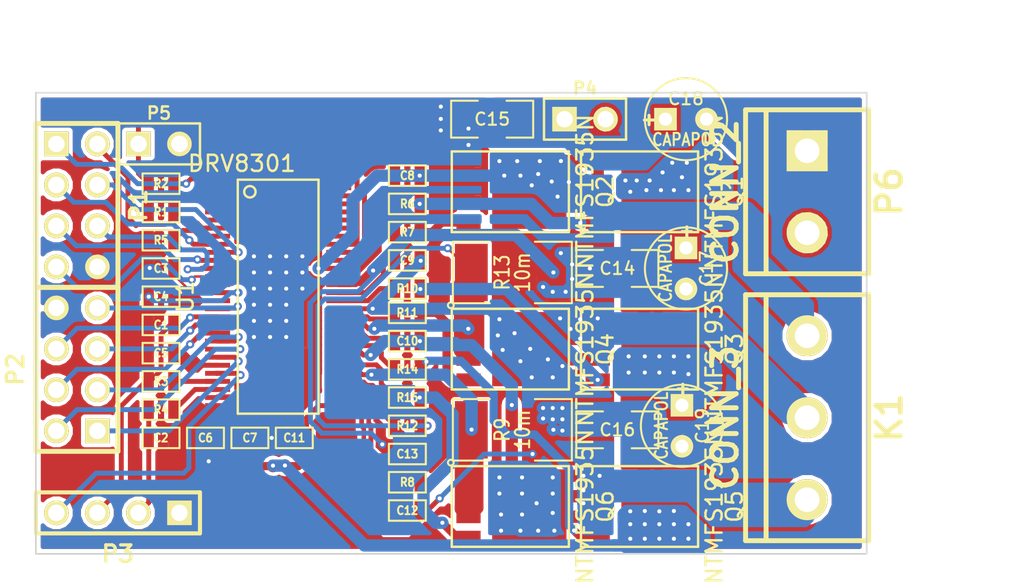
<source format=kicad_pcb>
(kicad_pcb (version 3) (host pcbnew "(2013-07-07 BZR 4022)-stable")
  (layers (15 Dessus.Cu signal) (0 Dessous.Cu signal))
  (net 0 "")
  (net 1 +3.3V)
  (net 2 +BATT)
  (net 3 /CURR1)
  (net 4 /CURR2)
  (net 5 /DC_CAL)
  (net 6 /EN_GATE)
  (net 7 /GH_A)
  (net 8 /GH_B)
  (net 9 /GH_C)
  (net 10 /GL_A)
  (net 11 /GL_B)
  (net 12 /GL_C)
  (net 13 /INH_A)
  (net 14 /INH_B)
  (net 15 /INH_C)
  (net 16 /INL_A)
  (net 17 /INL_B)
  (net 18 /INL_C)
  (net 19 /REF)
  (net 20 /SCLK)
  (net 21 /SDI)
  (net 22 /SDO)
  (net 23 /SH_A)
  (net 24 /SH_B)
  (net 25 /SH_C)
  (net 26 /SL_B)
  (net 27 /SL_C)
  (net 28 /SN1)
  (net 29 /SN2)
  (net 30 /~CS)
  (net 31 /~FAULT)
  (net 32 /~OCTW)
  (net 33 GND)
  (net 34 N-000001)
  (net 35 N-0000016)
  (net 36 N-0000017)
  (net 37 N-000002)
  (net 38 N-0000023)
  (net 39 N-0000025)
  (net 40 N-0000026)
  (net 41 N-0000027)
  (net 42 N-0000028)
  (net 43 N-0000029)
  (net 44 N-000003)
  (net 45 N-0000030)
  (net 46 N-000004)
  (net 47 N-000005)
  (net 48 N-000006)
  (net 49 N-000007)
  (net 50 N-000009)
  (module PPPSOP (layer Dessus.Cu) (at 78.5 35.5 90)
    (fp_text reference U1)
    (fp_text value DRV8301)
    (pad 1 smd rect (at 6.75 -3.75 90) (size 0.3 1.55) (layers Dessus.Cu Dessus.Pate Dessus.Masque))
    (pad 2 smd rect (at 6.25 -3.75 90) (size 0.3 1.55) (layers Dessus.Cu Dessus.Pate Dessus.Masque))
    (pad 3 smd rect (at 5.75 -3.75 90) (size 0.3 1.55) (layers Dessus.Cu Dessus.Pate Dessus.Masque))
    (pad 4 smd rect (at 5.25 -3.75 90) (size 0.3 1.55) (layers Dessus.Cu Dessus.Pate Dessus.Masque))
    (pad 5 smd rect (at 4.75 -3.75 90) (size 0.3 1.55) (layers Dessus.Cu Dessus.Pate Dessus.Masque) (net 32 /~OCTW))
    (pad 6 smd rect (at 4.25 -3.75 90) (size 0.3 1.55) (layers Dessus.Cu Dessus.Pate Dessus.Masque) (net 31 /~FAULT))
    (pad 7 smd rect (at 3.75 -3.75 90) (size 0.3 1.55) (layers Dessus.Cu Dessus.Pate Dessus.Masque) (net 50 N-000009))
    (pad 8 smd rect (at 3.25 -3.75 90) (size 0.3 1.55) (layers Dessus.Cu Dessus.Pate Dessus.Masque) (net 30 /~CS))
    (pad 9 smd rect (at 2.75 -3.75 90) (size 0.3 1.55) (layers Dessus.Cu Dessus.Pate Dessus.Masque) (net 21 /SDI))
    (pad 10 smd rect (at 2.25 -3.75 90) (size 0.3 1.55) (layers Dessus.Cu Dessus.Pate Dessus.Masque) (net 22 /SDO))
    (pad 11 smd rect (at 1.75 -3.75 90) (size 0.3 1.55) (layers Dessus.Cu Dessus.Pate Dessus.Masque) (net 20 /SCLK))
    (pad 12 smd rect (at 1.25 -3.75 90) (size 0.3 1.55) (layers Dessus.Cu Dessus.Pate Dessus.Masque) (net 5 /DC_CAL))
    (pad 13 smd rect (at 0.75 -3.75 90) (size 0.3 1.55) (layers Dessus.Cu Dessus.Pate Dessus.Masque) (net 46 N-000004))
    (pad 14 smd rect (at 0.25 -3.75 90) (size 0.3 1.55) (layers Dessus.Cu Dessus.Pate Dessus.Masque) (net 37 N-000002))
    (pad 15 smd rect (at -0.25 -3.75 90) (size 0.3 1.55) (layers Dessus.Cu Dessus.Pate Dessus.Masque) (net 44 N-000003))
    (pad 16 smd rect (at -0.75 -3.75 90) (size 0.3 1.55) (layers Dessus.Cu Dessus.Pate Dessus.Masque) (net 6 /EN_GATE))
    (pad 17 smd rect (at -1.25 -3.75 90) (size 0.3 1.55) (layers Dessus.Cu Dessus.Pate Dessus.Masque) (net 13 /INH_A))
    (pad 18 smd rect (at -1.75 -3.75 90) (size 0.3 1.55) (layers Dessus.Cu Dessus.Pate Dessus.Masque) (net 16 /INL_A))
    (pad 19 smd rect (at -2.25 -3.75 90) (size 0.3 1.55) (layers Dessus.Cu Dessus.Pate Dessus.Masque) (net 14 /INH_B))
    (pad 20 smd rect (at -2.75 -3.75 90) (size 0.3 1.55) (layers Dessus.Cu Dessus.Pate Dessus.Masque) (net 17 /INL_B))
    (pad 21 smd rect (at -3.25 -3.75 90) (size 0.3 1.55) (layers Dessus.Cu Dessus.Pate Dessus.Masque) (net 15 /INH_C))
    (pad 22 smd rect (at -3.75 -3.75 90) (size 0.3 1.55) (layers Dessus.Cu Dessus.Pate Dessus.Masque) (net 18 /INL_C))
    (pad 23 smd rect (at -4.25 -3.75 90) (size 0.3 1.55) (layers Dessus.Cu Dessus.Pate Dessus.Masque) (net 34 N-000001))
    (pad 24 smd rect (at -4.75 -3.75 90) (size 0.3 1.55) (layers Dessus.Cu Dessus.Pate Dessus.Masque) (net 19 /REF))
    (pad 25 smd rect (at -5.25 -3.75 90) (size 0.3 1.55) (layers Dessus.Cu Dessus.Pate Dessus.Masque) (net 48 N-000006))
    (pad 26 smd rect (at -5.75 -3.75 90) (size 0.3 1.55) (layers Dessus.Cu Dessus.Pate Dessus.Masque) (net 49 N-000007))
    (pad 27 smd rect (at -6.25 -3.75 90) (size 0.3 1.55) (layers Dessus.Cu Dessus.Pate Dessus.Masque) (net 47 N-000005))
    (pad 28 smd rect (at -6.75 -3.75 90) (size 0.3 1.55) (layers Dessus.Cu Dessus.Pate Dessus.Masque) (net 33 GND))
    (pad 29 smd rect (at -6.75 3.75 90) (size 0.3 1.55) (layers Dessus.Cu Dessus.Pate Dessus.Masque) (net 2 +BATT))
    (pad 30 smd rect (at -6.25 3.75 90) (size 0.3 1.55) (layers Dessus.Cu Dessus.Pate Dessus.Masque) (net 33 GND))
    (pad 31 smd rect (at -5.75 3.75 90) (size 0.3 1.55) (layers Dessus.Cu Dessus.Pate Dessus.Masque) (net 29 /SN2))
    (pad 32 smd rect (at -5.25 3.75 90) (size 0.3 1.55) (layers Dessus.Cu Dessus.Pate Dessus.Masque) (net 33 GND))
    (pad 33 smd rect (at -4.75 3.75 90) (size 0.3 1.55) (layers Dessus.Cu Dessus.Pate Dessus.Masque) (net 28 /SN1))
    (pad 34 smd rect (at -4.25 3.75 90) (size 0.3 1.55) (layers Dessus.Cu Dessus.Pate Dessus.Masque) (net 27 /SL_C))
    (pad 35 smd rect (at -3.75 3.75 90) (size 0.3 1.55) (layers Dessus.Cu Dessus.Pate Dessus.Masque) (net 12 /GL_C))
    (pad 36 smd rect (at -3.25 3.75 90) (size 0.3 1.55) (layers Dessus.Cu Dessus.Pate Dessus.Masque) (net 25 /SH_C))
    (pad 37 smd rect (at -2.75 3.75 90) (size 0.3 1.55) (layers Dessus.Cu Dessus.Pate Dessus.Masque) (net 9 /GH_C))
    (pad 38 smd rect (at -2.25 3.75 90) (size 0.3 1.55) (layers Dessus.Cu Dessus.Pate Dessus.Masque) (net 36 N-0000017))
    (pad 39 smd rect (at -1.75 3.75 90) (size 0.3 1.55) (layers Dessus.Cu Dessus.Pate Dessus.Masque) (net 26 /SL_B))
    (pad 40 smd rect (at -1.25 3.75 90) (size 0.3 1.55) (layers Dessus.Cu Dessus.Pate Dessus.Masque) (net 11 /GL_B))
    (pad 41 smd rect (at -0.75 3.75 90) (size 0.3 1.55) (layers Dessus.Cu Dessus.Pate Dessus.Masque) (net 24 /SH_B))
    (pad 42 smd rect (at -0.25 3.75 90) (size 0.3 1.55) (layers Dessus.Cu Dessus.Pate Dessus.Masque) (net 8 /GH_B))
    (pad 43 smd rect (at 0.25 3.75 90) (size 0.3 1.55) (layers Dessus.Cu Dessus.Pate Dessus.Masque) (net 40 N-0000026))
    (pad 44 smd rect (at 0.75 3.75 90) (size 0.3 1.55) (layers Dessus.Cu Dessus.Pate Dessus.Masque) (net 33 GND))
    (pad 45 smd rect (at 1.25 3.75 90) (size 0.3 1.55) (layers Dessus.Cu Dessus.Pate Dessus.Masque) (net 10 /GL_A))
    (pad 46 smd rect (at 1.75 3.75 90) (size 0.3 1.55) (layers Dessus.Cu Dessus.Pate Dessus.Masque) (net 23 /SH_A))
    (pad 47 smd rect (at 2.25 3.75 90) (size 0.3 1.55) (layers Dessus.Cu Dessus.Pate Dessus.Masque) (net 7 /GH_A))
    (pad 48 smd rect (at 2.75 3.75 90) (size 0.3 1.55) (layers Dessus.Cu Dessus.Pate Dessus.Masque) (net 39 N-0000025))
    (pad 49 smd rect (at 3.25 3.75 90) (size 0.3 1.55) (layers Dessus.Cu Dessus.Pate Dessus.Masque) (net 1 +3.3V))
    (pad 50 smd rect (at 3.75 3.75 90) (size 0.3 1.55) (layers Dessus.Cu Dessus.Pate Dessus.Masque))
    (pad 51 smd rect (at 4.25 3.75 90) (size 0.3 1.55) (layers Dessus.Cu Dessus.Pate Dessus.Masque))
    (pad 52 smd rect (at 4.75 3.75 90) (size 0.3 1.55) (layers Dessus.Cu Dessus.Pate Dessus.Masque))
    (pad 53 smd rect (at 5.25 3.75 90) (size 0.3 1.55) (layers Dessus.Cu Dessus.Pate Dessus.Masque))
    (pad 54 smd rect (at 5.75 3.75 90) (size 0.3 1.55) (layers Dessus.Cu Dessus.Pate Dessus.Masque))
    (pad 55 smd rect (at 6.25 3.75 90) (size 0.3 1.55) (layers Dessus.Cu Dessus.Pate Dessus.Masque) (net 33 GND))
    (pad 56 smd rect (at 6.75 3.75 90) (size 0.3 1.55) (layers Dessus.Cu Dessus.Pate Dessus.Masque))
    (pad PAD smd rect (at 0 0 90) (size 6.35 3.61) (layers Dessus.Cu Dessus.Pate Dessus.Masque) (net 33 GND))
  )
  (module SO8-FL (layer Dessus.Cu) (at 91.75 38.75 90)
    (fp_text reference Q4)
    (fp_text value NTMFS1935N)
    (pad 5 smd rect (at 0 2.3 90) (size 4.6 4.6) (layers Dessus.Cu Dessus.Pate Dessus.Masque) (net 24 /SH_B))
    (pad 4 smd rect (at -1.905 -1.465 90) (size 0.8 1.5) (layers Dessus.Cu Dessus.Pate Dessus.Masque) (net 42 N-0000028))
    (pad 3 smd rect (at -0.635 -1.465 90) (size 0.8 1.5) (layers Dessus.Cu Dessus.Pate Dessus.Masque) (net 26 /SL_B))
    (pad 2 smd rect (at 0.635 -1.465 90) (size 0.8 1.5) (layers Dessus.Cu Dessus.Pate Dessus.Masque) (net 26 /SL_B))
    (pad 1 smd rect (at 1.905 -1.465 90) (size 0.8 1.5) (layers Dessus.Cu Dessus.Pate Dessus.Masque) (net 26 /SL_B))
  )
  (module SO8-FL (layer Dessus.Cu) (at 99.75 38.75 90)
    (fp_text reference Q3)
    (fp_text value NTMFS1935N)
    (pad 5 smd rect (at 0 2.3 90) (size 4.6 4.6) (layers Dessus.Cu Dessus.Pate Dessus.Masque) (net 2 +BATT))
    (pad 4 smd rect (at -1.905 -1.465 90) (size 0.8 1.5) (layers Dessus.Cu Dessus.Pate Dessus.Masque) (net 45 N-0000030))
    (pad 3 smd rect (at -0.635 -1.465 90) (size 0.8 1.5) (layers Dessus.Cu Dessus.Pate Dessus.Masque) (net 24 /SH_B))
    (pad 2 smd rect (at 0.635 -1.465 90) (size 0.8 1.5) (layers Dessus.Cu Dessus.Pate Dessus.Masque) (net 24 /SH_B))
    (pad 1 smd rect (at 1.905 -1.465 90) (size 0.8 1.5) (layers Dessus.Cu Dessus.Pate Dessus.Masque) (net 24 /SH_B))
  )
  (module SO8-FL (layer Dessus.Cu) (at 99.75 48.5 90)
    (fp_text reference Q5)
    (fp_text value NTMFS1935N)
    (pad 5 smd rect (at 0 2.3 90) (size 4.6 4.6) (layers Dessus.Cu Dessus.Pate Dessus.Masque) (net 2 +BATT))
    (pad 4 smd rect (at -1.905 -1.465 90) (size 0.8 1.5) (layers Dessus.Cu Dessus.Pate Dessus.Masque) (net 41 N-0000027))
    (pad 3 smd rect (at -0.635 -1.465 90) (size 0.8 1.5) (layers Dessus.Cu Dessus.Pate Dessus.Masque) (net 25 /SH_C))
    (pad 2 smd rect (at 0.635 -1.465 90) (size 0.8 1.5) (layers Dessus.Cu Dessus.Pate Dessus.Masque) (net 25 /SH_C))
    (pad 1 smd rect (at 1.905 -1.465 90) (size 0.8 1.5) (layers Dessus.Cu Dessus.Pate Dessus.Masque) (net 25 /SH_C))
  )
  (module SO8-FL (layer Dessus.Cu) (at 91.75 48.5 90)
    (fp_text reference Q6)
    (fp_text value NTMFS1935N)
    (pad 5 smd rect (at 0 2.3 90) (size 4.6 4.6) (layers Dessus.Cu Dessus.Pate Dessus.Masque) (net 25 /SH_C))
    (pad 4 smd rect (at -1.905 -1.465 90) (size 0.8 1.5) (layers Dessus.Cu Dessus.Pate Dessus.Masque) (net 43 N-0000029))
    (pad 3 smd rect (at -0.635 -1.465 90) (size 0.8 1.5) (layers Dessus.Cu Dessus.Pate Dessus.Masque) (net 27 /SL_C))
    (pad 2 smd rect (at 0.635 -1.465 90) (size 0.8 1.5) (layers Dessus.Cu Dessus.Pate Dessus.Masque) (net 27 /SL_C))
    (pad 1 smd rect (at 1.905 -1.465 90) (size 0.8 1.5) (layers Dessus.Cu Dessus.Pate Dessus.Masque) (net 27 /SL_C))
  )
  (module SO8-FL (layer Dessus.Cu) (at 91.75 29 90)
    (fp_text reference Q2)
    (fp_text value NTMFS1935N)
    (pad 5 smd rect (at 0 2.3 90) (size 4.6 4.6) (layers Dessus.Cu Dessus.Pate Dessus.Masque) (net 23 /SH_A))
    (pad 4 smd rect (at -1.905 -1.465 90) (size 0.8 1.5) (layers Dessus.Cu Dessus.Pate Dessus.Masque) (net 35 N-0000016))
    (pad 3 smd rect (at -0.635 -1.465 90) (size 0.8 1.5) (layers Dessus.Cu Dessus.Pate Dessus.Masque) (net 33 GND))
    (pad 2 smd rect (at 0.635 -1.465 90) (size 0.8 1.5) (layers Dessus.Cu Dessus.Pate Dessus.Masque) (net 33 GND))
    (pad 1 smd rect (at 1.905 -1.465 90) (size 0.8 1.5) (layers Dessus.Cu Dessus.Pate Dessus.Masque) (net 33 GND))
  )
  (module SO8-FL (layer Dessus.Cu) (at 99.75 29 90)
    (fp_text reference Q1)
    (fp_text value NTMFS1935N)
    (pad 5 smd rect (at 0 2.3 90) (size 4.6 4.6) (layers Dessus.Cu Dessus.Pate Dessus.Masque) (net 2 +BATT))
    (pad 4 smd rect (at -1.905 -1.465 90) (size 0.8 1.5) (layers Dessus.Cu Dessus.Pate Dessus.Masque) (net 38 N-0000023))
    (pad 3 smd rect (at -0.635 -1.465 90) (size 0.8 1.5) (layers Dessus.Cu Dessus.Pate Dessus.Masque) (net 23 /SH_A))
    (pad 2 smd rect (at 0.635 -1.465 90) (size 0.8 1.5) (layers Dessus.Cu Dessus.Pate Dessus.Masque) (net 23 /SH_A))
    (pad 1 smd rect (at 1.905 -1.465 90) (size 0.8 1.5) (layers Dessus.Cu Dessus.Pate Dessus.Masque) (net 23 /SH_A))
  )
  (module SM1812L (layer Dessus.Cu) (at 93 34)
    (fp_text reference R13)
    (fp_text value 10m)
    (pad 1 smd rect (at -2.54 0) (size 2.032 3.556) (layers Dessus.Cu Dessus.Pate Dessus.Masque) (net 26 /SL_B))
    (pad 2 smd rect (at 2.54 0) (size 2.032 3.556) (layers Dessus.Cu Dessus.Pate Dessus.Masque) (net 33 GND))
  )
  (module SM1812L (layer Dessus.Cu) (at 93 43.75)
    (fp_text reference R9)
    (fp_text value 10m)
    (pad 1 smd rect (at -2.54 0) (size 2.032 3.556) (layers Dessus.Cu Dessus.Pate Dessus.Masque) (net 27 /SL_C))
    (pad 2 smd rect (at 2.54 0) (size 2.032 3.556) (layers Dessus.Cu Dessus.Pate Dessus.Masque) (net 33 GND))
  )
  (module SM1206 (layer Dessus.Cu) (at 99.5 43.75 180)
    (fp_text reference C16)
    (fp_text value C hide)
    (pad 1 smd rect (at -1.651 0 180) (size 1.524 2.032) (layers Dessus.Cu Dessus.Pate Dessus.Masque) (net 2 +BATT))
    (pad 2 smd rect (at 1.651 0 180) (size 1.524 2.032) (layers Dessus.Cu Dessus.Pate Dessus.Masque) (net 33 GND))
  )
  (module SM1206 (layer Dessus.Cu) (at 91.75 24.5 180)
    (fp_text reference C15)
    (fp_text value C hide)
    (pad 1 smd rect (at -1.651 0 180) (size 1.524 2.032) (layers Dessus.Cu Dessus.Pate Dessus.Masque) (net 2 +BATT))
    (pad 2 smd rect (at 1.651 0 180) (size 1.524 2.032) (layers Dessus.Cu Dessus.Pate Dessus.Masque) (net 33 GND))
  )
  (module SM1206 (layer Dessus.Cu) (at 99.5 33.75 180)
    (fp_text reference C14)
    (fp_text value C hide)
    (pad 1 smd rect (at -1.651 0 180) (size 1.524 2.032) (layers Dessus.Cu Dessus.Pate Dessus.Masque) (net 2 +BATT))
    (pad 2 smd rect (at 1.651 0 180) (size 1.524 2.032) (layers Dessus.Cu Dessus.Pate Dessus.Masque) (net 33 GND))
  )
  (module pin_array_4x2 (layer Dessus.Cu) (at 66.04 29.845 270)
    (fp_text reference P1)
    (fp_text value CONN_8 hide)
    (pad 1 thru_hole rect (at -3.81 1.27 270) (size 1.524 1.524) (drill 1.016) (layers *.Cu *.Mask Dessus.SilkS) (net 32 /~OCTW))
    (pad 2 thru_hole circle (at -3.81 -1.27 270) (size 1.524 1.524) (drill 1.016) (layers *.Cu *.Mask Dessus.SilkS) (net 31 /~FAULT))
    (pad 3 thru_hole circle (at -1.27 1.27 270) (size 1.524 1.524) (drill 1.016) (layers *.Cu *.Mask Dessus.SilkS) (net 30 /~CS))
    (pad 4 thru_hole circle (at -1.27 -1.27 270) (size 1.524 1.524) (drill 1.016) (layers *.Cu *.Mask Dessus.SilkS) (net 21 /SDI))
    (pad 5 thru_hole circle (at 1.27 1.27 270) (size 1.524 1.524) (drill 1.016) (layers *.Cu *.Mask Dessus.SilkS) (net 22 /SDO))
    (pad 6 thru_hole circle (at 1.27 -1.27 270) (size 1.524 1.524) (drill 1.016) (layers *.Cu *.Mask Dessus.SilkS) (net 20 /SCLK))
    (pad 7 thru_hole circle (at 3.81 1.27 270) (size 1.524 1.524) (drill 1.016) (layers *.Cu *.Mask Dessus.SilkS) (net 5 /DC_CAL))
    (pad 8 thru_hole circle (at 3.81 -1.27 270) (size 1.524 1.524) (drill 1.016) (layers *.Cu *.Mask Dessus.SilkS) (net 33 GND))
  )
  (module pin_array_4x2 (layer Dessus.Cu) (at 66.04 40.005 90)
    (fp_text reference P2)
    (fp_text value CONN_8 hide)
    (pad 1 thru_hole rect (at -3.81 1.27 90) (size 1.524 1.524) (drill 1.016) (layers *.Cu *.Mask Dessus.SilkS) (net 18 /INL_C))
    (pad 2 thru_hole circle (at -3.81 -1.27 90) (size 1.524 1.524) (drill 1.016) (layers *.Cu *.Mask Dessus.SilkS) (net 15 /INH_C))
    (pad 3 thru_hole circle (at -1.27 1.27 90) (size 1.524 1.524) (drill 1.016) (layers *.Cu *.Mask Dessus.SilkS) (net 17 /INL_B))
    (pad 4 thru_hole circle (at -1.27 -1.27 90) (size 1.524 1.524) (drill 1.016) (layers *.Cu *.Mask Dessus.SilkS) (net 14 /INH_B))
    (pad 5 thru_hole circle (at 1.27 1.27 90) (size 1.524 1.524) (drill 1.016) (layers *.Cu *.Mask Dessus.SilkS) (net 16 /INL_A))
    (pad 6 thru_hole circle (at 1.27 -1.27 90) (size 1.524 1.524) (drill 1.016) (layers *.Cu *.Mask Dessus.SilkS) (net 13 /INH_A))
    (pad 7 thru_hole circle (at 3.81 1.27 90) (size 1.524 1.524) (drill 1.016) (layers *.Cu *.Mask Dessus.SilkS) (net 6 /EN_GATE))
    (pad 8 thru_hole circle (at 3.81 -1.27 90) (size 1.524 1.524) (drill 1.016) (layers *.Cu *.Mask Dessus.SilkS) (net 33 GND))
  )
  (module PIN_ARRAY_4x1 (layer Dessus.Cu) (at 68.58 48.895 180)
    (fp_text reference P3)
    (fp_text value CONN_4 hide)
    (pad 1 thru_hole rect (at -3.81 0 180) (size 1.524 1.524) (drill 1.016) (layers *.Cu *.Mask Dessus.SilkS) (net 33 GND))
    (pad 2 thru_hole circle (at -1.27 0 180) (size 1.524 1.524) (drill 1.016) (layers *.Cu *.Mask Dessus.SilkS) (net 4 /CURR2))
    (pad 3 thru_hole circle (at 1.27 0 180) (size 1.524 1.524) (drill 1.016) (layers *.Cu *.Mask Dessus.SilkS) (net 3 /CURR1))
    (pad 4 thru_hole circle (at 3.81 0 180) (size 1.524 1.524) (drill 1.016) (layers *.Cu *.Mask Dessus.SilkS) (net 19 /REF))
  )
  (module PIN_ARRAY_2X1 (layer Dessus.Cu) (at 71.12 26.035)
    (fp_text reference P5)
    (fp_text value CONN_2 hide)
    (pad 1 thru_hole rect (at -1.27 0) (size 1.524 1.524) (drill 1.016) (layers *.Cu *.Mask Dessus.SilkS) (net 1 +3.3V))
    (pad 2 thru_hole circle (at 1.27 0) (size 1.524 1.524) (drill 1.016) (layers *.Cu *.Mask Dessus.SilkS) (net 33 GND))
  )
  (module PIN_ARRAY_2X1 (layer Dessus.Cu) (at 97.5 24.5)
    (fp_text reference P4)
    (fp_text value CONN_2 hide)
    (pad 1 thru_hole rect (at -1.27 0) (size 1.524 1.524) (drill 1.016) (layers *.Cu *.Mask Dessus.SilkS) (net 33 GND))
    (pad 2 thru_hole circle (at 1.27 0) (size 1.524 1.524) (drill 1.016) (layers *.Cu *.Mask Dessus.SilkS) (net 2 +BATT))
  )
  (module C1V5 (layer Dessus.Cu) (at 103.75 33.75 270)
    (fp_text reference C17)
    (fp_text value CAPAPOL)
    (pad 1 thru_hole rect (at -1.27 0 270) (size 1.397 1.397) (drill 0.8128) (layers *.Cu *.Mask Dessus.SilkS) (net 2 +BATT))
    (pad 2 thru_hole circle (at 1.27 0 270) (size 1.397 1.397) (drill 0.8128) (layers *.Cu *.Mask Dessus.SilkS) (net 33 GND))
  )
  (module C1V5 (layer Dessus.Cu) (at 103.75 24.5)
    (fp_text reference C18)
    (fp_text value CAPAPOL)
    (pad 1 thru_hole rect (at -1.27 0) (size 1.397 1.397) (drill 0.8128) (layers *.Cu *.Mask Dessus.SilkS) (net 2 +BATT))
    (pad 2 thru_hole circle (at 1.27 0) (size 1.397 1.397) (drill 0.8128) (layers *.Cu *.Mask Dessus.SilkS) (net 33 GND))
  )
  (module C1V5 (layer Dessus.Cu) (at 103.5 43.5 270)
    (fp_text reference C19)
    (fp_text value CAPAPOL)
    (pad 1 thru_hole rect (at -1.27 0 270) (size 1.397 1.397) (drill 0.8128) (layers *.Cu *.Mask Dessus.SilkS) (net 2 +BATT))
    (pad 2 thru_hole circle (at 1.27 0 270) (size 1.397 1.397) (drill 0.8128) (layers *.Cu *.Mask Dessus.SilkS) (net 33 GND))
  )
  (module bornier3 (layer Dessus.Cu) (at 111.25 43 270)
    (fp_text reference K1)
    (fp_text value CONN_3)
    (pad 1 thru_hole circle (at -5.08 0 270) (size 2.54 2.54) (drill 1.524) (layers *.Cu *.Mask Dessus.SilkS) (net 23 /SH_A))
    (pad 2 thru_hole circle (at 0 0 270) (size 2.54 2.54) (drill 1.524) (layers *.Cu *.Mask Dessus.SilkS) (net 24 /SH_B))
    (pad 3 thru_hole circle (at 5.08 0 270) (size 2.54 2.54) (drill 1.524) (layers *.Cu *.Mask Dessus.SilkS) (net 25 /SH_C))
  )
  (module bornier2 (layer Dessus.Cu) (at 111.25 29 270)
    (fp_text reference P6)
    (fp_text value CONN_2)
    (pad 1 thru_hole rect (at -2.54 0 270) (size 2.54 2.54) (drill 1.524) (layers *.Cu *.Mask Dessus.SilkS) (net 33 GND))
    (pad 2 thru_hole circle (at 2.54 0 270) (size 2.54 2.54) (drill 1.524) (layers *.Cu *.Mask Dessus.SilkS) (net 2 +BATT))
  )
  (module SM0603 (layer Dessus.Cu) (at 71.25 44.25)
    (fp_text reference C2)
    (fp_text value 2.2n hide)
    (pad 1 smd rect (at -0.762 0) (size 0.635 1.143) (layers Dessus.Cu Dessus.Pate Dessus.Masque) (net 4 /CURR2))
    (pad 2 smd rect (at 0.762 0) (size 0.635 1.143) (layers Dessus.Cu Dessus.Pate Dessus.Masque) (net 33 GND))
  )
  (module SM0603 (layer Dessus.Cu) (at 71.25 33.75)
    (fp_text reference C3)
    (fp_text value 2.2u hide)
    (pad 1 smd rect (at -0.762 0) (size 0.635 1.143) (layers Dessus.Cu Dessus.Pate Dessus.Masque) (net 33 GND))
    (pad 2 smd rect (at 0.762 0) (size 0.635 1.143) (layers Dessus.Cu Dessus.Pate Dessus.Masque) (net 46 N-000004))
  )
  (module SM0603 (layer Dessus.Cu) (at 71.25 35.5 180)
    (fp_text reference C4)
    (fp_text value 22n hide)
    (pad 1 smd rect (at -0.762 0 180) (size 0.635 1.143) (layers Dessus.Cu Dessus.Pate Dessus.Masque) (net 44 N-000003))
    (pad 2 smd rect (at 0.762 0 180) (size 0.635 1.143) (layers Dessus.Cu Dessus.Pate Dessus.Masque) (net 37 N-000002))
  )
  (module SM0603 (layer Dessus.Cu) (at 86.5 38.25)
    (fp_text reference C10)
    (fp_text value 100n hide)
    (pad 1 smd rect (at -0.762 0) (size 0.635 1.143) (layers Dessus.Cu Dessus.Pate Dessus.Masque) (net 36 N-0000017))
    (pad 2 smd rect (at 0.762 0) (size 0.635 1.143) (layers Dessus.Cu Dessus.Pate Dessus.Masque) (net 25 /SH_C))
  )
  (module SM0603 (layer Dessus.Cu) (at 86.5 33.25)
    (fp_text reference C9)
    (fp_text value 100n hide)
    (pad 1 smd rect (at -0.762 0) (size 0.635 1.143) (layers Dessus.Cu Dessus.Pate Dessus.Masque) (net 40 N-0000026))
    (pad 2 smd rect (at 0.762 0) (size 0.635 1.143) (layers Dessus.Cu Dessus.Pate Dessus.Masque) (net 24 /SH_B))
  )
  (module SM0603 (layer Dessus.Cu) (at 86.5 45.25 180)
    (fp_text reference C13)
    (fp_text value 2.2n hide)
    (pad 1 smd rect (at -0.762 0 180) (size 0.635 1.143) (layers Dessus.Cu Dessus.Pate Dessus.Masque) (net 28 /SN1))
    (pad 2 smd rect (at 0.762 0 180) (size 0.635 1.143) (layers Dessus.Cu Dessus.Pate Dessus.Masque) (net 33 GND))
  )
  (module SM0603 (layer Dessus.Cu) (at 86.5 48.75)
    (fp_text reference C12)
    (fp_text value 2.2n hide)
    (pad 1 smd rect (at -0.762 0) (size 0.635 1.143) (layers Dessus.Cu Dessus.Pate Dessus.Masque) (net 29 /SN2))
    (pad 2 smd rect (at 0.762 0) (size 0.635 1.143) (layers Dessus.Cu Dessus.Pate Dessus.Masque) (net 33 GND))
  )
  (module SM0603 (layer Dessus.Cu) (at 71.25 39)
    (fp_text reference C5)
    (fp_text value 2.2u hide)
    (pad 1 smd rect (at -0.762 0) (size 0.635 1.143) (layers Dessus.Cu Dessus.Pate Dessus.Masque) (net 33 GND))
    (pad 2 smd rect (at 0.762 0) (size 0.635 1.143) (layers Dessus.Cu Dessus.Pate Dessus.Masque) (net 34 N-000001))
  )
  (module SM0603 (layer Dessus.Cu) (at 86.5 28)
    (fp_text reference C8)
    (fp_text value 100n hide)
    (pad 1 smd rect (at -0.762 0) (size 0.635 1.143) (layers Dessus.Cu Dessus.Pate Dessus.Masque) (net 39 N-0000025))
    (pad 2 smd rect (at 0.762 0) (size 0.635 1.143) (layers Dessus.Cu Dessus.Pate Dessus.Masque) (net 23 /SH_A))
  )
  (module SM0603 (layer Dessus.Cu) (at 71.25 37.25 180)
    (fp_text reference C1)
    (fp_text value 2.2n hide)
    (pad 1 smd rect (at -0.762 0 180) (size 0.635 1.143) (layers Dessus.Cu Dessus.Pate Dessus.Masque) (net 3 /CURR1))
    (pad 2 smd rect (at 0.762 0 180) (size 0.635 1.143) (layers Dessus.Cu Dessus.Pate Dessus.Masque) (net 33 GND))
  )
  (module SM0603 (layer Dessus.Cu) (at 79.5 44.25 180)
    (fp_text reference C11)
    (fp_text value 4.7u hide)
    (pad 1 smd rect (at -0.762 0 180) (size 0.635 1.143) (layers Dessus.Cu Dessus.Pate Dessus.Masque) (net 2 +BATT))
    (pad 2 smd rect (at 0.762 0 180) (size 0.635 1.143) (layers Dessus.Cu Dessus.Pate Dessus.Masque) (net 33 GND))
  )
  (module SM0603 (layer Dessus.Cu) (at 76.75 44.25)
    (fp_text reference C7)
    (fp_text value 100n hide)
    (pad 1 smd rect (at -0.762 0) (size 0.635 1.143) (layers Dessus.Cu Dessus.Pate Dessus.Masque) (net 2 +BATT))
    (pad 2 smd rect (at 0.762 0) (size 0.635 1.143) (layers Dessus.Cu Dessus.Pate Dessus.Masque) (net 33 GND))
  )
  (module SM0603 (layer Dessus.Cu) (at 74 44.25)
    (fp_text reference C6)
    (fp_text value 2.2u hide)
    (pad 1 smd rect (at -0.762 0) (size 0.635 1.143) (layers Dessus.Cu Dessus.Pate Dessus.Masque) (net 33 GND))
    (pad 2 smd rect (at 0.762 0) (size 0.635 1.143) (layers Dessus.Cu Dessus.Pate Dessus.Masque) (net 47 N-000005))
  )
  (module SM0603 (layer Dessus.Cu) (at 71.25 28.5)
    (fp_text reference R2)
    (fp_text value 10k hide)
    (pad 1 smd rect (at -0.762 0) (size 0.635 1.143) (layers Dessus.Cu Dessus.Pate Dessus.Masque) (net 1 +3.3V))
    (pad 2 smd rect (at 0.762 0) (size 0.635 1.143) (layers Dessus.Cu Dessus.Pate Dessus.Masque) (net 32 /~OCTW))
  )
  (module SM0603 (layer Dessus.Cu) (at 86.5 36.5)
    (fp_text reference R11)
    (fp_text value 5.1 hide)
    (pad 1 smd rect (at -0.762 0) (size 0.635 1.143) (layers Dessus.Cu Dessus.Pate Dessus.Masque) (net 11 /GL_B))
    (pad 2 smd rect (at 0.762 0) (size 0.635 1.143) (layers Dessus.Cu Dessus.Pate Dessus.Masque) (net 42 N-0000028))
  )
  (module SM0603 (layer Dessus.Cu) (at 86.5 40)
    (fp_text reference R14)
    (fp_text value 5.1 hide)
    (pad 1 smd rect (at -0.762 0) (size 0.635 1.143) (layers Dessus.Cu Dessus.Pate Dessus.Masque) (net 9 /GH_C))
    (pad 2 smd rect (at 0.762 0) (size 0.635 1.143) (layers Dessus.Cu Dessus.Pate Dessus.Masque) (net 41 N-0000027))
  )
  (module SM0603 (layer Dessus.Cu) (at 86.5 41.75)
    (fp_text reference R15)
    (fp_text value 5.1 hide)
    (pad 1 smd rect (at -0.762 0) (size 0.635 1.143) (layers Dessus.Cu Dessus.Pate Dessus.Masque) (net 12 /GL_C))
    (pad 2 smd rect (at 0.762 0) (size 0.635 1.143) (layers Dessus.Cu Dessus.Pate Dessus.Masque) (net 43 N-0000029))
  )
  (module SM0603 (layer Dessus.Cu) (at 86.5 43.5)
    (fp_text reference R12)
    (fp_text value 48 hide)
    (pad 1 smd rect (at -0.762 0) (size 0.635 1.143) (layers Dessus.Cu Dessus.Pate Dessus.Masque) (net 28 /SN1))
    (pad 2 smd rect (at 0.762 0) (size 0.635 1.143) (layers Dessus.Cu Dessus.Pate Dessus.Masque) (net 26 /SL_B))
  )
  (module SM0603 (layer Dessus.Cu) (at 86.5 31.5)
    (fp_text reference R7)
    (fp_text value 5.1 hide)
    (pad 1 smd rect (at -0.762 0) (size 0.635 1.143) (layers Dessus.Cu Dessus.Pate Dessus.Masque) (net 10 /GL_A))
    (pad 2 smd rect (at 0.762 0) (size 0.635 1.143) (layers Dessus.Cu Dessus.Pate Dessus.Masque) (net 35 N-0000016))
  )
  (module SM0603 (layer Dessus.Cu) (at 86.5 29.75)
    (fp_text reference R6)
    (fp_text value 5.1 hide)
    (pad 1 smd rect (at -0.762 0) (size 0.635 1.143) (layers Dessus.Cu Dessus.Pate Dessus.Masque) (net 7 /GH_A))
    (pad 2 smd rect (at 0.762 0) (size 0.635 1.143) (layers Dessus.Cu Dessus.Pate Dessus.Masque) (net 38 N-0000023))
  )
  (module SM0603 (layer Dessus.Cu) (at 86.5 47)
    (fp_text reference R8)
    (fp_text value 48 hide)
    (pad 1 smd rect (at -0.762 0) (size 0.635 1.143) (layers Dessus.Cu Dessus.Pate Dessus.Masque) (net 29 /SN2))
    (pad 2 smd rect (at 0.762 0) (size 0.635 1.143) (layers Dessus.Cu Dessus.Pate Dessus.Masque) (net 27 /SL_C))
  )
  (module SM0603 (layer Dessus.Cu) (at 71.25 42.5 180)
    (fp_text reference R4)
    (fp_text value 56 hide)
    (pad 1 smd rect (at -0.762 0 180) (size 0.635 1.143) (layers Dessus.Cu Dessus.Pate Dessus.Masque) (net 49 N-000007))
    (pad 2 smd rect (at 0.762 0 180) (size 0.635 1.143) (layers Dessus.Cu Dessus.Pate Dessus.Masque) (net 4 /CURR2))
  )
  (module SM0603 (layer Dessus.Cu) (at 71.25 30.25)
    (fp_text reference R1)
    (fp_text value 10k hide)
    (pad 1 smd rect (at -0.762 0) (size 0.635 1.143) (layers Dessus.Cu Dessus.Pate Dessus.Masque) (net 1 +3.3V))
    (pad 2 smd rect (at 0.762 0) (size 0.635 1.143) (layers Dessus.Cu Dessus.Pate Dessus.Masque) (net 31 /~FAULT))
  )
  (module SM0603 (layer Dessus.Cu) (at 86.5 35)
    (fp_text reference R10)
    (fp_text value 5.1 hide)
    (pad 1 smd rect (at -0.762 0) (size 0.635 1.143) (layers Dessus.Cu Dessus.Pate Dessus.Masque) (net 8 /GH_B))
    (pad 2 smd rect (at 0.762 0) (size 0.635 1.143) (layers Dessus.Cu Dessus.Pate Dessus.Masque) (net 45 N-0000030))
  )
  (module SM0603 (layer Dessus.Cu) (at 71.25 32)
    (fp_text reference R5)
    (fp_text value 18k hide)
    (pad 1 smd rect (at -0.762 0) (size 0.635 1.143) (layers Dessus.Cu Dessus.Pate Dessus.Masque) (net 33 GND))
    (pad 2 smd rect (at 0.762 0) (size 0.635 1.143) (layers Dessus.Cu Dessus.Pate Dessus.Masque) (net 50 N-000009))
  )
  (module SM0603 (layer Dessus.Cu) (at 71.25 40.75)
    (fp_text reference R3)
    (fp_text value 56 hide)
    (pad 1 smd rect (at -0.762 0) (size 0.635 1.143) (layers Dessus.Cu Dessus.Pate Dessus.Masque) (net 3 /CURR1))
    (pad 2 smd rect (at 0.762 0) (size 0.635 1.143) (layers Dessus.Cu Dessus.Pate Dessus.Masque) (net 48 N-000006))
  )
  (segment (start 69.85 26.035) (end 69.85 27.862) (width 0.3048) (layer Dessus.Cu) (net 1))
  (segment (start 69.85 27.862) (end 70.488 28.5) (width 0.3048) (layer Dessus.Cu) (net 1))
  (segment (start 70.488 30.25) (end 70.488 28.5) (width 0.3048) (layer Dessus.Cu) (net 1))
  (segment (start 83.3882 31.5) (end 83.3882 27.3882) (width 0.3048) (layer Dessus.Cu) (net 1))
  (segment (start 83.3882 27.3882) (end 80.25 24.25) (width 0.3048) (layer Dessus.Cu) (net 1))
  (segment (start 80.25 24.25) (end 70.5 24.25) (width 0.3048) (layer Dessus.Cu) (net 1))
  (segment (start 70.5 24.25) (end 69.85 24.9) (width 0.3048) (layer Dessus.Cu) (net 1))
  (segment (start 69.85 24.9) (end 69.85 26.035) (width 0.3048) (layer Dessus.Cu) (net 1))
  (segment (start 82.25 32.25) (end 83.218398 32.25) (width 0.3048) (layer Dessus.Cu) (net 1))
  (segment (start 83.3882 32.080198) (end 83.3882 31.5) (width 0.3048) (layer Dessus.Cu) (net 1))
  (segment (start 83.3882 31.5) (end 83.3882 31.4452) (width 0.3048) (layer Dessus.Cu) (net 1))
  (segment (start 83.218398 32.25) (end 83.3882 32.080198) (width 0.3048) (layer Dessus.Cu) (net 1))
  (segment (start 99.3 50.914402) (end 99.885598 50.914402) (width 0.762) (layer Dessous.Cu) (net 2))
  (segment (start 99.885598 50.914402) (end 100.3 50.5) (width 0.762) (layer Dessous.Cu) (net 2))
  (segment (start 101.151 43.75) (end 101.151 49.551) (width 0.762) (layer Dessus.Cu) (net 2))
  (segment (start 101.151 49.551) (end 101.2 49.6) (width 0.762) (layer Dessus.Cu) (net 2))
  (segment (start 101.2 49.6) (end 102.05 48.5) (width 0.762) (layer Dessus.Cu) (net 2))
  (segment (start 104.6 27.2) (end 104.6 27.4) (width 0.762) (layer Dessous.Cu) (net 2))
  (segment (start 104.6 27.4) (end 106 28.8) (width 0.762) (layer Dessous.Cu) (net 2))
  (segment (start 106 28.8) (end 106.3 28.8) (width 0.762) (layer Dessous.Cu) (net 2))
  (segment (start 104.2 27.8) (end 104.2 27.6) (width 0.762) (layer Dessous.Cu) (net 2))
  (segment (start 104.2 27.6) (end 104.6 27.2) (width 0.762) (layer Dessous.Cu) (net 2))
  (segment (start 104.6 27.2) (end 105.1 26.7) (width 0.762) (layer Dessous.Cu) (net 2))
  (segment (start 105.1 26.7) (end 105.1 27) (width 0.762) (layer Dessous.Cu) (net 2))
  (segment (start 105.1 27) (end 105.7 27.6) (width 0.762) (layer Dessous.Cu) (net 2))
  (segment (start 105.7 27.6) (end 105.7 28.3) (width 0.762) (layer Dessous.Cu) (net 2))
  (segment (start 105.7 28.3) (end 105.4 28.6) (width 0.762) (layer Dessous.Cu) (net 2))
  (segment (start 105.4 28.6) (end 104.9 28.6) (width 0.762) (layer Dessous.Cu) (net 2))
  (segment (start 104.9 28.6) (end 104.7 28.4) (width 0.762) (layer Dessous.Cu) (net 2))
  (segment (start 104.7 28.4) (end 104.7 27.8) (width 0.762) (layer Dessous.Cu) (net 2))
  (segment (start 102.3 27.49316) (end 102.89658 26.89658) (width 0.762) (layer Dessous.Cu) (net 2))
  (segment (start 102.89658 26.89658) (end 104.10342 26.89658) (width 0.762) (layer Dessous.Cu) (net 2))
  (segment (start 104.10342 26.89658) (end 104.8 26.2) (width 0.762) (layer Dessous.Cu) (net 2))
  (segment (start 104.8 26.2) (end 105.3 26.2) (width 0.762) (layer Dessous.Cu) (net 2))
  (segment (start 105.3 26.2) (end 106.3 27.2) (width 0.762) (layer Dessous.Cu) (net 2))
  (segment (start 106.3 27.2) (end 106.3 28.8) (width 0.762) (layer Dessous.Cu) (net 2))
  (segment (start 106.3 28.8) (end 106.3 29.085598) (width 0.762) (layer Dessous.Cu) (net 2))
  (segment (start 106.3 29.085598) (end 103.4 29.085598) (width 0.762) (layer Dessous.Cu) (net 2))
  (segment (start 103.4 29.085598) (end 103.4 28.6) (width 0.762) (layer Dessous.Cu) (net 2))
  (segment (start 103.4 28.6) (end 103.4 28.4) (width 0.762) (layer Dessous.Cu) (net 2))
  (segment (start 103.7 27.7) (end 102.8 27.7) (width 0.762) (layer Dessous.Cu) (net 2))
  (segment (start 102.8 27.7) (end 102.8 28) (width 0.762) (layer Dessous.Cu) (net 2))
  (segment (start 102.6 27.19316) (end 103.19316 27.19316) (width 0.762) (layer Dessous.Cu) (net 2))
  (segment (start 103.19316 27.19316) (end 103.7 27.7) (width 0.762) (layer Dessous.Cu) (net 2))
  (segment (start 103.7 27.7) (end 103.8 27.8) (width 0.762) (layer Dessous.Cu) (net 2))
  (segment (start 100.6 28.3) (end 101.4 28.3) (width 0.762) (layer Dessous.Cu) (net 2))
  (segment (start 101.4 28.3) (end 101.7 28.6) (width 0.762) (layer Dessous.Cu) (net 2))
  (segment (start 101.7 28.6) (end 102.8 28.6) (width 0.762) (layer Dessous.Cu) (net 2))
  (segment (start 102.8 28.6) (end 103.4 28) (width 0.762) (layer Dessous.Cu) (net 2))
  (segment (start 103.4 28) (end 102.8 28) (width 0.762) (layer Dessous.Cu) (net 2))
  (segment (start 102.8 28) (end 103 28) (width 0.762) (layer Dessous.Cu) (net 2))
  (segment (start 103 28) (end 102.4 28.6) (width 0.762) (layer Dessous.Cu) (net 2))
  (segment (start 102.4 28.6) (end 101.7 28.6) (width 0.762) (layer Dessous.Cu) (net 2))
  (segment (start 101.7 28.6) (end 101.7 28.3) (width 0.762) (layer Dessous.Cu) (net 2))
  (segment (start 100 28.3) (end 100.6 28.3) (width 0.762) (layer Dessous.Cu) (net 2))
  (segment (start 100.6 28.3) (end 101.7 28.3) (width 0.762) (layer Dessous.Cu) (net 2))
  (segment (start 101.7 28.3) (end 101.49316 28.3) (width 0.762) (layer Dessous.Cu) (net 2))
  (segment (start 101.49316 28.3) (end 102.3 27.49316) (width 0.762) (layer Dessous.Cu) (net 2))
  (segment (start 102.3 27.49316) (end 102.6 27.19316) (width 0.762) (layer Dessous.Cu) (net 2))
  (segment (start 104.014402 26.814402) (end 104.2 27) (width 0.762) (layer Dessous.Cu) (net 2))
  (segment (start 104.2 27) (end 104.2 27.8) (width 0.762) (layer Dessous.Cu) (net 2))
  (segment (start 104.2 27.8) (end 104.2 29.085598) (width 0.762) (layer Dessous.Cu) (net 2))
  (segment (start 104.2 29.085598) (end 99.8 29.085598) (width 0.762) (layer Dessous.Cu) (net 2))
  (segment (start 99.8 29.085598) (end 99.8 28.3) (width 0.762) (layer Dessous.Cu) (net 2))
  (segment (start 99.8 28.3) (end 99.885598 28.214402) (width 0.762) (layer Dessous.Cu) (net 2))
  (segment (start 99.885598 28.214402) (end 101.578758 28.214402) (width 0.762) (layer Dessous.Cu) (net 2))
  (segment (start 101.578758 28.214402) (end 102.14658 27.64658) (width 0.762) (layer Dessous.Cu) (net 2))
  (segment (start 102.14658 27.64658) (end 102.3 27.8) (width 0.762) (layer Dessous.Cu) (net 2))
  (segment (start 102.05 29) (end 102.05 28.95) (width 0.762) (layer Dessus.Cu) (net 2))
  (segment (start 102.05 28.95) (end 103.8 27.2) (width 0.762) (layer Dessus.Cu) (net 2))
  (via (at 103.8 27.2) (size 0.508) (layers Dessus.Cu Dessous.Cu) (net 2))
  (segment (start 103.8 27.2) (end 102.9 27.2) (width 0.762) (layer Dessous.Cu) (net 2))
  (via (at 102.9 27.2) (size 0.508) (layers Dessus.Cu Dessous.Cu) (net 2))
  (segment (start 102.9 27.2) (end 102.3 27.8) (width 0.762) (layer Dessus.Cu) (net 2))
  (via (at 102.3 27.8) (size 0.508) (layers Dessus.Cu Dessous.Cu) (net 2))
  (segment (start 102.3 27.8) (end 101.8 28.3) (width 0.762) (layer Dessous.Cu) (net 2))
  (segment (start 101.8 28.3) (end 101.5 28.3) (width 0.762) (layer Dessous.Cu) (net 2))
  (via (at 101.5 28.3) (size 0.508) (layers Dessus.Cu Dessous.Cu) (net 2))
  (segment (start 101.5 28.3) (end 100.7 28.3) (width 0.762) (layer Dessus.Cu) (net 2))
  (via (at 100.7 28.3) (size 0.508) (layers Dessus.Cu Dessous.Cu) (net 2))
  (segment (start 100.7 28.3) (end 100 28.3) (width 0.762) (layer Dessous.Cu) (net 2))
  (segment (start 100 28.3) (end 100 28.3) (width 0.762) (layer Dessous.Cu) (net 2))
  (via (at 100 28.3) (size 0.508) (layers Dessus.Cu Dessous.Cu) (net 2))
  (segment (start 100 28.3) (end 100.3 28.6) (width 0.762) (layer Dessus.Cu) (net 2))
  (segment (start 100.3 28.6) (end 100.3 29) (width 0.762) (layer Dessus.Cu) (net 2))
  (via (at 100.3 29) (size 0.508) (layers Dessus.Cu Dessous.Cu) (net 2))
  (segment (start 100.3 29) (end 100.4 28.9) (width 0.762) (layer Dessous.Cu) (net 2))
  (segment (start 100.4 28.9) (end 101.3 28.9) (width 0.762) (layer Dessous.Cu) (net 2))
  (via (at 101.3 28.9) (size 0.508) (layers Dessus.Cu Dessous.Cu) (net 2))
  (segment (start 101.3 28.9) (end 102.2 28.9) (width 0.762) (layer Dessus.Cu) (net 2))
  (via (at 102.2 28.9) (size 0.508) (layers Dessus.Cu Dessous.Cu) (net 2))
  (segment (start 102.2 28.9) (end 103 28.9) (width 0.762) (layer Dessous.Cu) (net 2))
  (via (at 103 28.9) (size 0.508) (layers Dessus.Cu Dessous.Cu) (net 2))
  (segment (start 103 28.9) (end 103.9 28.9) (width 0.762) (layer Dessus.Cu) (net 2))
  (via (at 103.9 28.9) (size 0.508) (layers Dessus.Cu Dessous.Cu) (net 2))
  (segment (start 103.9 28.9) (end 103.4 28.4) (width 0.762) (layer Dessous.Cu) (net 2))
  (segment (start 103.4 28.4) (end 103.5 28.5) (width 0.762) (layer Dessous.Cu) (net 2))
  (segment (start 103.5 28.5) (end 103.5 28.1) (width 0.762) (layer Dessous.Cu) (net 2))
  (via (at 103.5 28.1) (size 0.508) (layers Dessus.Cu Dessous.Cu) (net 2))
  (segment (start 103.5 28.1) (end 102.05 29) (width 0.762) (layer Dessus.Cu) (net 2))
  (segment (start 100.4 49.9) (end 101.1 49.9) (width 0.762) (layer Dessous.Cu) (net 2))
  (segment (start 101.1 49.9) (end 101.8 50.6) (width 0.762) (layer Dessous.Cu) (net 2))
  (segment (start 101.8 50.6) (end 101.8 50.5) (width 0.762) (layer Dessous.Cu) (net 2))
  (segment (start 99.9 49.2) (end 99.9 49.4) (width 0.762) (layer Dessous.Cu) (net 2))
  (segment (start 99.9 49.4) (end 100.4 49.9) (width 0.762) (layer Dessous.Cu) (net 2))
  (segment (start 100.4 49.9) (end 100.4 49.9) (width 0.762) (layer Dessous.Cu) (net 2))
  (segment (start 100.4 49.9) (end 102.9 49.9) (width 0.762) (layer Dessous.Cu) (net 2))
  (segment (start 102.9 49.9) (end 103.5 50.5) (width 0.762) (layer Dessous.Cu) (net 2))
  (segment (start 103.5 50.5) (end 104.3 50.5) (width 0.762) (layer Dessous.Cu) (net 2))
  (segment (start 104.3 50.5) (end 103.2 49.4) (width 0.762) (layer Dessous.Cu) (net 2))
  (segment (start 103.2 49.4) (end 100.5 49.4) (width 0.762) (layer Dessous.Cu) (net 2))
  (segment (start 100.5 49.4) (end 100.3 49.4) (width 0.762) (layer Dessous.Cu) (net 2))
  (segment (start 100.3 48.8) (end 103.60684 48.8) (width 0.762) (layer Dessous.Cu) (net 2))
  (segment (start 103.60684 48.8) (end 104.9 50.09316) (width 0.762) (layer Dessous.Cu) (net 2))
  (segment (start 104.9 50.09316) (end 104.9 50.9) (width 0.762) (layer Dessous.Cu) (net 2))
  (segment (start 104.9 50.9) (end 104.8 51) (width 0.762) (layer Dessous.Cu) (net 2))
  (segment (start 104.8 51) (end 100 51) (width 0.762) (layer Dessous.Cu) (net 2))
  (segment (start 100 51) (end 99.9 50.9) (width 0.762) (layer Dessous.Cu) (net 2))
  (segment (start 99.9 50.9) (end 99.9 49.2) (width 0.762) (layer Dessous.Cu) (net 2))
  (segment (start 99.9 49.2) (end 99.9 48.979402) (width 0.762) (layer Dessous.Cu) (net 2))
  (segment (start 99.9 48.979402) (end 100.1 48.779402) (width 0.762) (layer Dessous.Cu) (net 2))
  (segment (start 100.1 48.779402) (end 103.5 48.779402) (width 0.762) (layer Dessous.Cu) (net 2))
  (segment (start 102.05 48.5) (end 100.6 48.5) (width 0.762) (layer Dessus.Cu) (net 2))
  (segment (start 100.6 48.5) (end 100.3 48.8) (width 0.762) (layer Dessus.Cu) (net 2))
  (via (at 100.3 48.8) (size 0.508) (layers Dessus.Cu Dessous.Cu) (net 2))
  (segment (start 100.3 48.8) (end 100.3 49.4) (width 0.762) (layer Dessous.Cu) (net 2))
  (segment (start 100.3 49.4) (end 100.3 49.6) (width 0.762) (layer Dessous.Cu) (net 2))
  (via (at 100.3 49.6) (size 0.508) (layers Dessus.Cu Dessous.Cu) (net 2))
  (segment (start 100.3 49.6) (end 100.3 50.5) (width 0.762) (layer Dessus.Cu) (net 2))
  (via (at 100.3 50.5) (size 0.508) (layers Dessus.Cu Dessous.Cu) (net 2))
  (segment (start 100.3 50.5) (end 101.2 50.5) (width 0.762) (layer Dessous.Cu) (net 2))
  (via (at 101.2 50.5) (size 0.508) (layers Dessus.Cu Dessous.Cu) (net 2))
  (segment (start 101.2 50.5) (end 101.2 49.6) (width 0.762) (layer Dessus.Cu) (net 2))
  (via (at 101.2 49.6) (size 0.508) (layers Dessus.Cu Dessous.Cu) (net 2))
  (segment (start 101.2 49.6) (end 101.2 48.779402) (width 0.762) (layer Dessous.Cu) (net 2))
  (via (at 101.2 48.779402) (size 0.508) (layers Dessus.Cu Dessous.Cu) (net 2))
  (segment (start 101.2 48.779402) (end 101.220598 48.8) (width 0.762) (layer Dessus.Cu) (net 2))
  (segment (start 101.220598 48.8) (end 102.1 48.8) (width 0.762) (layer Dessus.Cu) (net 2))
  (via (at 102.1 48.8) (size 0.508) (layers Dessus.Cu Dessous.Cu) (net 2))
  (segment (start 102.1 48.8) (end 102.1 49.6) (width 0.762) (layer Dessous.Cu) (net 2))
  (via (at 102.1 49.6) (size 0.508) (layers Dessus.Cu Dessous.Cu) (net 2))
  (segment (start 102.1 49.6) (end 102.1 50.5) (width 0.762) (layer Dessus.Cu) (net 2))
  (via (at 102.1 50.5) (size 0.508) (layers Dessus.Cu Dessous.Cu) (net 2))
  (segment (start 102.1 50.5) (end 101.8 50.5) (width 0.762) (layer Dessous.Cu) (net 2))
  (segment (start 101.8 50.5) (end 103 50.5) (width 0.762) (layer Dessous.Cu) (net 2))
  (via (at 103 50.5) (size 0.508) (layers Dessus.Cu Dessous.Cu) (net 2))
  (segment (start 103 50.5) (end 103 49.6) (width 0.762) (layer Dessus.Cu) (net 2))
  (via (at 103 49.6) (size 0.508) (layers Dessus.Cu Dessous.Cu) (net 2))
  (segment (start 103 49.6) (end 103 48.779402) (width 0.762) (layer Dessous.Cu) (net 2))
  (via (at 103 48.779402) (size 0.508) (layers Dessus.Cu Dessous.Cu) (net 2))
  (segment (start 103 48.779402) (end 103.820598 49.6) (width 0.762) (layer Dessus.Cu) (net 2))
  (segment (start 103.820598 49.6) (end 103.9 49.6) (width 0.762) (layer Dessus.Cu) (net 2))
  (via (at 103.9 49.6) (size 0.508) (layers Dessus.Cu Dessous.Cu) (net 2))
  (segment (start 103.9 49.6) (end 103.9 50.5) (width 0.762) (layer Dessous.Cu) (net 2))
  (via (at 103.9 50.5) (size 0.508) (layers Dessus.Cu Dessous.Cu) (net 2))
  (segment (start 103.9 50.5) (end 102.05 48.5) (width 0.762) (layer Dessus.Cu) (net 2))
  (segment (start 103 40.9) (end 103.5 40.9) (width 0.762) (layer Dessous.Cu) (net 2))
  (segment (start 103.5 40.9) (end 104 41.4) (width 0.762) (layer Dessous.Cu) (net 2))
  (segment (start 104 41.4) (end 104 41.7) (width 0.762) (layer Dessous.Cu) (net 2))
  (segment (start 100.2 40.8) (end 102.3 40.8) (width 0.762) (layer Dessous.Cu) (net 2))
  (segment (start 102.3 40.8) (end 103.2 41.7) (width 0.762) (layer Dessous.Cu) (net 2))
  (segment (start 103.2 41.7) (end 104 41.7) (width 0.762) (layer Dessous.Cu) (net 2))
  (segment (start 104 41.7) (end 104.2 41.7) (width 0.762) (layer Dessous.Cu) (net 2))
  (segment (start 104.2 41.7) (end 104.9 41) (width 0.762) (layer Dessous.Cu) (net 2))
  (segment (start 104.9 41) (end 104.9 40.1) (width 0.762) (layer Dessous.Cu) (net 2))
  (segment (start 104.9 40.1) (end 104.5 39.7) (width 0.762) (layer Dessous.Cu) (net 2))
  (segment (start 104.5 39.7) (end 104.5 40.5) (width 0.762) (layer Dessous.Cu) (net 2))
  (segment (start 104.5 40.5) (end 104.1 40.9) (width 0.762) (layer Dessous.Cu) (net 2))
  (segment (start 104.1 40.9) (end 103 40.9) (width 0.762) (layer Dessous.Cu) (net 2))
  (segment (start 103 40.9) (end 102.9 40.9) (width 0.762) (layer Dessous.Cu) (net 2))
  (segment (start 101.7 39.014402) (end 99.785598 39.014402) (width 0.762) (layer Dessous.Cu) (net 2))
  (segment (start 99.785598 39.014402) (end 99.6 39.2) (width 0.762) (layer Dessous.Cu) (net 2))
  (segment (start 99.6 39.2) (end 99.6 41.1) (width 0.762) (layer Dessous.Cu) (net 2))
  (segment (start 99.6 41.1) (end 99.8 41.3) (width 0.762) (layer Dessous.Cu) (net 2))
  (segment (start 99.8 41.3) (end 100.6 41.3) (width 0.762) (layer Dessous.Cu) (net 2))
  (segment (start 100.2 39.2) (end 100.2 39) (width 0.762) (layer Dessous.Cu) (net 2))
  (segment (start 100.2 39) (end 100.2 40.8) (width 0.762) (layer Dessous.Cu) (net 2))
  (segment (start 100.2 40.8) (end 100.2 41.3) (width 0.762) (layer Dessous.Cu) (net 2))
  (segment (start 100.2 41.3) (end 100.6 41.3) (width 0.762) (layer Dessous.Cu) (net 2))
  (segment (start 100.6 41.3) (end 102.1 41.3) (width 0.762) (layer Dessous.Cu) (net 2))
  (segment (start 102.1 41.3) (end 103.1 42.3) (width 0.762) (layer Dessous.Cu) (net 2))
  (segment (start 103.1 42.3) (end 104.4 42.3) (width 0.762) (layer Dessous.Cu) (net 2))
  (segment (start 104.4 42.3) (end 105.6 41.1) (width 0.762) (layer Dessous.Cu) (net 2))
  (segment (start 105.6 41.1) (end 105.6 39.89316) (width 0.762) (layer Dessous.Cu) (net 2))
  (segment (start 105.6 39.89316) (end 104.721242 39.014402) (width 0.762) (layer Dessous.Cu) (net 2))
  (segment (start 104.721242 39.014402) (end 101.7 39.014402) (width 0.762) (layer Dessous.Cu) (net 2))
  (segment (start 101.7 39.014402) (end 100.1 39.014402) (width 0.762) (layer Dessous.Cu) (net 2))
  (segment (start 100.1 39.014402) (end 100.2 39.114402) (width 0.762) (layer Dessous.Cu) (net 2))
  (segment (start 100.2 39.114402) (end 100.2 39.8) (width 0.762) (layer Dessous.Cu) (net 2))
  (segment (start 100.2 39.8) (end 100.2 39.7) (width 0.762) (layer Dessous.Cu) (net 2))
  (segment (start 100.2 39.7) (end 100.2 39.7) (width 0.762) (layer Dessous.Cu) (net 2))
  (segment (start 100.2 39.7) (end 103.5 39.7) (width 0.762) (layer Dessous.Cu) (net 2))
  (segment (start 103.5 39.7) (end 103.6 39.6) (width 0.762) (layer Dessous.Cu) (net 2))
  (segment (start 100.2 39.2) (end 104 39.2) (width 0.762) (layer Dessous.Cu) (net 2))
  (segment (start 104 39.2) (end 104 40.2) (width 0.762) (layer Dessous.Cu) (net 2))
  (segment (start 104 40.2) (end 103.9 40.3) (width 0.762) (layer Dessous.Cu) (net 2))
  (segment (start 103.9 40.3) (end 100.2 40.3) (width 0.762) (layer Dessous.Cu) (net 2))
  (segment (start 100.2 40.3) (end 100.2 39.7) (width 0.762) (layer Dessous.Cu) (net 2))
  (segment (start 100.2 39.7) (end 100.2 39.4) (width 0.762) (layer Dessous.Cu) (net 2))
  (segment (start 102.1 40.2) (end 103 40.2) (width 0.762) (layer Dessous.Cu) (net 2))
  (via (at 103 40.2) (size 0.508) (layers Dessus.Cu Dessous.Cu) (net 2))
  (segment (start 103 40.2) (end 103 39.2) (width 0.762) (layer Dessus.Cu) (net 2))
  (via (at 103 39.2) (size 0.508) (layers Dessus.Cu Dessous.Cu) (net 2))
  (segment (start 103 39.2) (end 103.9 39.2) (width 0.762) (layer Dessous.Cu) (net 2))
  (via (at 103.9 39.2) (size 0.508) (layers Dessus.Cu Dessous.Cu) (net 2))
  (segment (start 103.9 39.2) (end 103.9 40.3) (width 0.762) (layer Dessus.Cu) (net 2))
  (via (at 103.9 40.3) (size 0.508) (layers Dessus.Cu Dessous.Cu) (net 2))
  (segment (start 100.2 39.2) (end 100.2 39.4) (width 0.762) (layer Dessous.Cu) (net 2))
  (segment (start 100.2 39.4) (end 100.2 40.2) (width 0.762) (layer Dessous.Cu) (net 2))
  (via (at 100.2 40.2) (size 0.508) (layers Dessus.Cu Dessous.Cu) (net 2))
  (segment (start 100.2 40.2) (end 101.2 40.2) (width 0.762) (layer Dessus.Cu) (net 2))
  (via (at 101.2 40.2) (size 0.508) (layers Dessus.Cu Dessous.Cu) (net 2))
  (segment (start 101.2 40.2) (end 101.2 39.2) (width 0.762) (layer Dessous.Cu) (net 2))
  (via (at 101.2 39.2) (size 0.508) (layers Dessus.Cu Dessous.Cu) (net 2))
  (segment (start 101.2 39.2) (end 102.1 39.2) (width 0.762) (layer Dessus.Cu) (net 2))
  (via (at 102.1 39.2) (size 0.508) (layers Dessus.Cu Dessous.Cu) (net 2))
  (segment (start 102.1 39.2) (end 102.1 40.2) (width 0.762) (layer Dessous.Cu) (net 2))
  (via (at 102.1 40.2) (size 0.508) (layers Dessus.Cu Dessous.Cu) (net 2))
  (segment (start 102.1 40.2) (end 102.05 38.75) (width 0.762) (layer Dessus.Cu) (net 2))
  (segment (start 102.05 38.75) (end 100.65 38.75) (width 0.762) (layer Dessus.Cu) (net 2))
  (segment (start 100.65 38.75) (end 100.2 39.2) (width 0.762) (layer Dessus.Cu) (net 2))
  (via (at 100.2 39.2) (size 0.508) (layers Dessus.Cu Dessous.Cu) (net 2))
  (segment (start 103.75 32.48) (end 104.22 32.48) (width 0.762) (layer Dessus.Cu) (net 2))
  (segment (start 104.22 32.48) (end 104.6 32.1) (width 0.762) (layer Dessus.Cu) (net 2))
  (segment (start 104.6 32.1) (end 110.69 32.1) (width 0.762) (layer Dessus.Cu) (net 2))
  (segment (start 110.69 32.1) (end 111.25 31.54) (width 0.762) (layer Dessus.Cu) (net 2))
  (segment (start 111.25 31.54) (end 110.46 31.54) (width 0.762) (layer Dessus.Cu) (net 2))
  (segment (start 110.46 31.54) (end 110.3 31.7) (width 0.762) (layer Dessus.Cu) (net 2))
  (segment (start 110.3 31.7) (end 104.53 31.7) (width 0.762) (layer Dessus.Cu) (net 2))
  (segment (start 104.53 31.7) (end 103.75 32.48) (width 0.762) (layer Dessus.Cu) (net 2))
  (segment (start 103.75 32.48) (end 110.31 32.48) (width 0.762) (layer Dessus.Cu) (net 2))
  (segment (start 110.31 32.48) (end 111.25 31.54) (width 0.762) (layer Dessus.Cu) (net 2))
  (segment (start 78.92 45.99) (end 78.92 45.96) (width 0.762) (layer Dessous.Cu) (net 2))
  (via (at 78.92 45.96) (size 0.508) (layers Dessus.Cu Dessous.Cu) (net 2))
  (segment (start 78.92 45.96) (end 78.92 46) (width 0.762) (layer Dessus.Cu) (net 2))
  (segment (start 102.05 48.5) (end 101.75 48.8) (width 0.762) (layer Dessus.Cu) (net 2))
  (segment (start 101.75 48.8) (end 101.75 49.86) (width 0.762) (layer Dessus.Cu) (net 2))
  (segment (start 101.75 49.86) (end 100.695598 50.914402) (width 0.762) (layer Dessous.Cu) (net 2))
  (segment (start 100.695598 50.914402) (end 99.3 50.914402) (width 0.762) (layer Dessous.Cu) (net 2))
  (segment (start 99.3 50.914402) (end 83.844402 50.914402) (width 0.762) (layer Dessous.Cu) (net 2))
  (segment (start 83.844402 50.914402) (end 78.92 45.99) (width 0.762) (layer Dessous.Cu) (net 2))
  (segment (start 78.92 45.99) (end 78.9 45.97) (width 0.762) (layer Dessous.Cu) (net 2))
  (segment (start 78.9 45.97) (end 78.18 45.97) (width 0.762) (layer Dessous.Cu) (net 2))
  (via (at 78.18 45.97) (size 0.508) (layers Dessus.Cu Dessous.Cu) (net 2))
  (segment (start 78.18 45.97) (end 78.18 46) (width 0.762) (layer Dessus.Cu) (net 2))
  (segment (start 93.401 24.5) (end 93.401 25.451) (width 0.762) (layer Dessus.Cu) (net 2))
  (segment (start 93.401 25.451) (end 93.84 25.89) (width 0.762) (layer Dessus.Cu) (net 2))
  (segment (start 93.84 25.89) (end 97.38 25.89) (width 0.762) (layer Dessus.Cu) (net 2))
  (segment (start 97.38 25.89) (end 98.77 24.5) (width 0.762) (layer Dessus.Cu) (net 2))
  (segment (start 98.77 24.5) (end 102.48 24.5) (width 0.762) (layer Dessus.Cu) (net 2))
  (segment (start 102.48 24.5) (end 102.48 28.57) (width 0.762) (layer Dessus.Cu) (net 2))
  (segment (start 102.48 28.57) (end 102.05 29) (width 0.762) (layer Dessus.Cu) (net 2))
  (segment (start 103.75 32.48) (end 103.75 30.7) (width 0.762) (layer Dessus.Cu) (net 2))
  (segment (start 103.75 30.7) (end 102.05 29) (width 0.762) (layer Dessus.Cu) (net 2))
  (segment (start 101.151 33.75) (end 101.151 37.851) (width 0.762) (layer Dessus.Cu) (net 2))
  (segment (start 101.151 37.851) (end 102.05 38.75) (width 0.762) (layer Dessus.Cu) (net 2))
  (segment (start 101.151 33.75) (end 101.151 29.899) (width 0.762) (layer Dessus.Cu) (net 2))
  (segment (start 101.151 29.899) (end 102.05 29) (width 0.762) (layer Dessus.Cu) (net 2))
  (segment (start 101.151 43.75) (end 101.151 39.649) (width 0.762) (layer Dessus.Cu) (net 2))
  (segment (start 101.151 39.649) (end 102.05 38.75) (width 0.762) (layer Dessus.Cu) (net 2))
  (segment (start 101.151 43.75) (end 101.151 47.601) (width 0.762) (layer Dessus.Cu) (net 2))
  (segment (start 101.151 47.601) (end 102.05 48.5) (width 0.762) (layer Dessus.Cu) (net 2))
  (segment (start 103.5 42.23) (end 102.671 42.23) (width 0.762) (layer Dessus.Cu) (net 2))
  (segment (start 102.671 42.23) (end 101.151 43.75) (width 0.762) (layer Dessus.Cu) (net 2))
  (segment (start 80.262 44.25) (end 80.262 45.488) (width 0.508) (layer Dessus.Cu) (net 2))
  (segment (start 80.262 45.488) (end 79.75 46) (width 0.508) (layer Dessus.Cu) (net 2))
  (segment (start 79.75 46) (end 78.92 46) (width 0.508) (layer Dessus.Cu) (net 2))
  (segment (start 78.92 46) (end 78.18 46) (width 0.508) (layer Dessus.Cu) (net 2))
  (segment (start 78.18 46) (end 76.5 46) (width 0.508) (layer Dessus.Cu) (net 2))
  (segment (start 75.988 44.25) (end 75.988 45.488) (width 0.508) (layer Dessus.Cu) (net 2))
  (segment (start 75.988 45.488) (end 76.5 46) (width 0.508) (layer Dessus.Cu) (net 2))
  (segment (start 82.25 42.25) (end 81 42.25) (width 0.3048) (layer Dessus.Cu) (net 2))
  (segment (start 81 42.25) (end 80.262 42.988) (width 0.3048) (layer Dessus.Cu) (net 2))
  (segment (start 80.262 42.988) (end 80.262 44.25) (width 0.3048) (layer Dessus.Cu) (net 2))
  (segment (start 70.488 40.75) (end 70.31 40.75) (width 0.3048) (layer Dessus.Cu) (net 3))
  (segment (start 70.31 40.75) (end 68.79 42.27) (width 0.3048) (layer Dessus.Cu) (net 3))
  (segment (start 68.79 42.27) (end 68.79 47.36) (width 0.3048) (layer Dessus.Cu) (net 3))
  (segment (start 68.79 47.36) (end 67.33 48.82) (width 0.3048) (layer Dessus.Cu) (net 3))
  (segment (start 67.33 48.82) (end 67.31 48.895) (width 0.3048) (layer Dessus.Cu) (net 3))
  (segment (start 72.012 37.25) (end 71.82 37.25) (width 0.3048) (layer Dessus.Cu) (net 3))
  (segment (start 71.82 37.25) (end 71.25 37.82) (width 0.3048) (layer Dessus.Cu) (net 3))
  (segment (start 71.25 37.82) (end 71.25 40.06) (width 0.3048) (layer Dessus.Cu) (net 3))
  (segment (start 71.25 40.06) (end 70.57 40.74) (width 0.3048) (layer Dessus.Cu) (net 3))
  (segment (start 70.57 40.74) (end 70.488 40.75) (width 0.3048) (layer Dessus.Cu) (net 3))
  (segment (start 69.85 48.895) (end 70.49 48.255) (width 0.3048) (layer Dessus.Cu) (net 4))
  (segment (start 70.49 48.255) (end 70.49 44.15) (width 0.3048) (layer Dessus.Cu) (net 4))
  (segment (start 70.49 44.15) (end 70.488 44.25) (width 0.3048) (layer Dessus.Cu) (net 4))
  (segment (start 70.488 44.25) (end 70.488 42.5) (width 0.3048) (layer Dessus.Cu) (net 4))
  (segment (start 73.15 34.45) (end 72.55 34.45) (width 0.3048) (layer Dessous.Cu) (net 5))
  (segment (start 72.55 34.45) (end 71.2 33.1) (width 0.3048) (layer Dessous.Cu) (net 5))
  (segment (start 71.2 33.1) (end 70.1 33.1) (width 0.3048) (layer Dessous.Cu) (net 5))
  (segment (start 70.1 33.1) (end 68.3 34.9) (width 0.3048) (layer Dessous.Cu) (net 5))
  (segment (start 68.3 34.9) (end 66 34.9) (width 0.3048) (layer Dessous.Cu) (net 5))
  (segment (start 66 34.9) (end 64.8 33.7) (width 0.3048) (layer Dessous.Cu) (net 5))
  (segment (start 64.8 33.7) (end 64.77 33.655) (width 0.3048) (layer Dessous.Cu) (net 5))
  (segment (start 73.35 34.25) (end 74.75 34.25) (width 0.1524) (layer Dessus.Cu) (net 5))
  (segment (start 73.15 34.45) (end 73.35 34.25) (width 0.1524) (layer Dessus.Cu) (net 5))
  (via (at 73.15 34.45) (size 0.508) (layers Dessus.Cu Dessous.Cu) (net 5))
  (segment (start 67.31 36.195) (end 67.315 36.2) (width 0.3048) (layer Dessous.Cu) (net 6))
  (segment (start 74.75 36.207202) (end 74.75 36.25) (width 0.3048) (layer Dessus.Cu) (net 6))
  (segment (start 75.892798 36.207202) (end 74.75 36.207202) (width 0.3048) (layer Dessus.Cu) (net 6))
  (segment (start 76 36.1) (end 75.892798 36.207202) (width 0.3048) (layer Dessus.Cu) (net 6))
  (via (at 76 36.1) (size 0.508) (layers Dessus.Cu Dessous.Cu) (net 6))
  (segment (start 75.9 36.2) (end 76 36.1) (width 0.3048) (layer Dessous.Cu) (net 6))
  (segment (start 67.315 36.2) (end 75.9 36.2) (width 0.3048) (layer Dessous.Cu) (net 6))
  (segment (start 82.25 33.25) (end 83.511562 33.25) (width 0.3048) (layer Dessus.Cu) (net 7))
  (segment (start 84.5754 29.75) (end 85.738 29.75) (width 0.3048) (layer Dessus.Cu) (net 7))
  (segment (start 84.302604 30.022796) (end 84.5754 29.75) (width 0.3048) (layer Dessus.Cu) (net 7))
  (segment (start 84.302604 32.458958) (end 84.302604 30.022796) (width 0.3048) (layer Dessus.Cu) (net 7))
  (segment (start 83.511562 33.25) (end 84.302604 32.458958) (width 0.3048) (layer Dessus.Cu) (net 7))
  (segment (start 82.25 35.75) (end 84.059564 35.75) (width 0.3048) (layer Dessus.Cu) (net 8))
  (segment (start 84.809564 35) (end 85.738 35) (width 0.3048) (layer Dessus.Cu) (net 8))
  (segment (start 84.059564 35.75) (end 84.809564 35) (width 0.3048) (layer Dessus.Cu) (net 8))
  (segment (start 82.25 38.25) (end 83.552018 38.25) (width 0.3048) (layer Dessus.Cu) (net 9))
  (segment (start 83.552018 38.25) (end 83.83382 38.531802) (width 0.3048) (layer Dessus.Cu) (net 9))
  (segment (start 83.83382 38.531802) (end 84.455002 38.531802) (width 0.3048) (layer Dessus.Cu) (net 9))
  (segment (start 84.455002 38.531802) (end 84.8868 38.9636) (width 0.3048) (layer Dessus.Cu) (net 9))
  (segment (start 84.8868 38.9636) (end 84.8868 39.2684) (width 0.3048) (layer Dessus.Cu) (net 9))
  (segment (start 84.8868 39.2684) (end 85.6184 40) (width 0.3048) (layer Dessus.Cu) (net 9))
  (segment (start 85.6184 40) (end 85.738 40) (width 0.3048) (layer Dessus.Cu) (net 9))
  (segment (start 84.5566 32.851544) (end 83.158144 34.25) (width 0.3048) (layer Dessus.Cu) (net 10))
  (segment (start 83.158144 34.25) (end 82.25 34.25) (width 0.3048) (layer Dessus.Cu) (net 10))
  (segment (start 85.738 31.5) (end 85.086006 31.5) (width 0.3048) (layer Dessus.Cu) (net 10))
  (segment (start 84.759806 32.648338) (end 84.5566 32.851544) (width 0.3048) (layer Dessus.Cu) (net 10))
  (segment (start 84.759806 31.8262) (end 84.759806 32.648338) (width 0.3048) (layer Dessus.Cu) (net 10))
  (segment (start 85.086006 31.5) (end 84.759806 31.8262) (width 0.3048) (layer Dessus.Cu) (net 10))
  (segment (start 82.25 36.75) (end 84.0194 36.75) (width 0.3048) (layer Dessus.Cu) (net 11))
  (segment (start 84.0194 36.75) (end 84.1502 36.8808) (width 0.3048) (layer Dessus.Cu) (net 11))
  (segment (start 84.1502 36.8808) (end 85.3572 36.8808) (width 0.3048) (layer Dessus.Cu) (net 11))
  (segment (start 85.3572 36.8808) (end 85.738 36.5) (width 0.3048) (layer Dessus.Cu) (net 11))
  (segment (start 82.25 39.25) (end 83.258854 39.25) (width 0.3048) (layer Dessus.Cu) (net 12))
  (segment (start 83.258854 39.25) (end 83.734454 39.7256) (width 0.3048) (layer Dessus.Cu) (net 12))
  (segment (start 83.734454 39.7256) (end 84.582 39.7256) (width 0.3048) (layer Dessus.Cu) (net 12))
  (segment (start 84.582 39.7256) (end 84.8868 40.0304) (width 0.3048) (layer Dessus.Cu) (net 12))
  (segment (start 84.8868 40.0304) (end 84.8868 40.894) (width 0.3048) (layer Dessus.Cu) (net 12))
  (segment (start 84.8868 40.894) (end 85.738 41.7452) (width 0.3048) (layer Dessus.Cu) (net 12))
  (segment (start 85.738 41.7452) (end 85.738 41.75) (width 0.3048) (layer Dessus.Cu) (net 12))
  (segment (start 74.75 36.75) (end 73.1 36.75) (width 0.3048) (layer Dessus.Cu) (net 13))
  (segment (start 66.055 37.45) (end 64.77 38.735) (width 0.3048) (layer Dessous.Cu) (net 13))
  (segment (start 72.4 37.45) (end 66.055 37.45) (width 0.3048) (layer Dessous.Cu) (net 13))
  (segment (start 73.05 36.8) (end 72.4 37.45) (width 0.3048) (layer Dessous.Cu) (net 13))
  (via (at 73.05 36.8) (size 0.508) (layers Dessus.Cu Dessous.Cu) (net 13))
  (segment (start 73.1 36.75) (end 73.05 36.8) (width 0.3048) (layer Dessus.Cu) (net 13))
  (segment (start 74.75 37.75) (end 73.75 37.75) (width 0.3048) (layer Dessus.Cu) (net 14))
  (segment (start 66.045 40) (end 64.77 41.275) (width 0.3048) (layer Dessous.Cu) (net 14))
  (segment (start 71.5 40) (end 66.045 40) (width 0.3048) (layer Dessous.Cu) (net 14))
  (segment (start 73.05 38.45) (end 71.5 40) (width 0.3048) (layer Dessous.Cu) (net 14))
  (via (at 73.05 38.45) (size 0.508) (layers Dessus.Cu Dessous.Cu) (net 14))
  (segment (start 73.75 37.75) (end 73.05 38.45) (width 0.3048) (layer Dessus.Cu) (net 14))
  (segment (start 75.75 38.75) (end 76.15 38.75) (width 0.3048) (layer Dessus.Cu) (net 15))
  (via (at 76.15 38.75) (size 0.508) (layers Dessus.Cu Dessous.Cu) (net 15))
  (segment (start 76.15 38.75) (end 74.6 38.75) (width 0.3048) (layer Dessous.Cu) (net 15))
  (segment (start 74.6 38.75) (end 74.4 38.95) (width 0.3048) (layer Dessous.Cu) (net 15))
  (segment (start 74.75 38.75) (end 75.75 38.75) (width 0.3048) (layer Dessus.Cu) (net 15))
  (segment (start 75.75 38.75) (end 75.85 38.75) (width 0.3048) (layer Dessus.Cu) (net 15))
  (segment (start 64.77 43.78) (end 66.05 42.5) (width 0.3048) (layer Dessous.Cu) (net 15))
  (segment (start 66.05 42.5) (end 70.85 42.5) (width 0.3048) (layer Dessous.Cu) (net 15))
  (segment (start 70.85 42.5) (end 74.4 38.95) (width 0.3048) (layer Dessous.Cu) (net 15))
  (segment (start 64.77 43.78) (end 64.77 43.815) (width 0.3048) (layer Dessous.Cu) (net 15))
  (segment (start 67.31 38.735) (end 71.915 38.735) (width 0.3048) (layer Dessous.Cu) (net 16))
  (segment (start 73.4 37.25) (end 74.75 37.25) (width 0.3048) (layer Dessus.Cu) (net 16))
  (segment (start 73.05 37.6) (end 73.4 37.25) (width 0.3048) (layer Dessus.Cu) (net 16))
  (via (at 73.05 37.6) (size 0.508) (layers Dessus.Cu Dessous.Cu) (net 16))
  (segment (start 71.915 38.735) (end 73.05 37.6) (width 0.3048) (layer Dessous.Cu) (net 16))
  (segment (start 74.2 38.25) (end 74.45 38) (width 0.3048) (layer Dessous.Cu) (net 17))
  (segment (start 71.175 41.275) (end 74.2 38.25) (width 0.3048) (layer Dessous.Cu) (net 17))
  (segment (start 67.31 41.275) (end 71.175 41.275) (width 0.3048) (layer Dessous.Cu) (net 17))
  (segment (start 75.8 38.25) (end 74.75 38.25) (width 0.3048) (layer Dessus.Cu) (net 17))
  (segment (start 76.05 38) (end 75.8 38.25) (width 0.3048) (layer Dessus.Cu) (net 17))
  (via (at 76.05 38) (size 0.508) (layers Dessus.Cu Dessous.Cu) (net 17))
  (segment (start 74.45 38) (end 76.05 38) (width 0.3048) (layer Dessous.Cu) (net 17))
  (segment (start 74.75 39.25) (end 75.8 39.25) (width 0.3048) (layer Dessus.Cu) (net 18))
  (segment (start 75.8 39.25) (end 76.05 39.5) (width 0.3048) (layer Dessus.Cu) (net 18))
  (via (at 76.05 39.5) (size 0.508) (layers Dessus.Cu Dessous.Cu) (net 18))
  (segment (start 76.05 39.5) (end 71.735 43.815) (width 0.3048) (layer Dessous.Cu) (net 18))
  (segment (start 71.735 43.815) (end 67.31 43.815) (width 0.3048) (layer Dessous.Cu) (net 18))
  (segment (start 64.77 48.895) (end 67.23 46.435) (width 0.3048) (layer Dessous.Cu) (net 19))
  (segment (start 67.23 46.435) (end 72.645 46.435) (width 0.3048) (layer Dessous.Cu) (net 19))
  (segment (start 72.645 46.435) (end 72.97 46.11) (width 0.3048) (layer Dessous.Cu) (net 19))
  (segment (start 72.97 46.11) (end 72.97 43.56) (width 0.3048) (layer Dessous.Cu) (net 19))
  (segment (start 72.97 43.56) (end 76.17 40.36) (width 0.3048) (layer Dessous.Cu) (net 19))
  (via (at 76.17 40.36) (size 0.508) (layers Dessus.Cu Dessous.Cu) (net 19))
  (segment (start 76.17 40.36) (end 76.06 40.25) (width 0.3048) (layer Dessus.Cu) (net 19))
  (segment (start 76.06 40.25) (end 74.67 40.25) (width 0.3048) (layer Dessus.Cu) (net 19))
  (segment (start 74.67 40.25) (end 74.75 40.25) (width 0.3048) (layer Dessus.Cu) (net 19))
  (segment (start 73.8 32.6) (end 72.5 32.6) (width 0.3048) (layer Dessous.Cu) (net 20))
  (segment (start 72.5 32.6) (end 71.7 31.8) (width 0.3048) (layer Dessous.Cu) (net 20))
  (segment (start 71.7 31.8) (end 67.995 31.8) (width 0.3048) (layer Dessous.Cu) (net 20))
  (segment (start 67.995 31.8) (end 67.31 31.115) (width 0.3048) (layer Dessous.Cu) (net 20))
  (segment (start 74.75 33.75) (end 73.75 33.75) (width 0.3048) (layer Dessus.Cu) (net 20))
  (segment (start 73.75 33.75) (end 73.7 33.8) (width 0.3048) (layer Dessus.Cu) (net 20))
  (segment (start 73.7 33.8) (end 72.9 33.8) (width 0.3048) (layer Dessus.Cu) (net 20))
  (via (at 72.9 33.8) (size 0.508) (layers Dessus.Cu Dessous.Cu) (net 20))
  (segment (start 72.9 33.8) (end 73.8 33.8) (width 0.3048) (layer Dessous.Cu) (net 20))
  (segment (start 73.8 33.8) (end 74.1 33.5) (width 0.3048) (layer Dessous.Cu) (net 20))
  (segment (start 74.1 33.5) (end 74.1 32.8) (width 0.3048) (layer Dessous.Cu) (net 20))
  (segment (start 74.1 32.8) (end 73.9 32.6) (width 0.3048) (layer Dessous.Cu) (net 20))
  (segment (start 73.9 32.6) (end 73.8 32.6) (width 0.3048) (layer Dessous.Cu) (net 20))
  (segment (start 76.05 32.75) (end 74.75 32.75) (width 0.3048) (layer Dessus.Cu) (net 21))
  (segment (start 67.31 28.575) (end 68.275 28.575) (width 0.3048) (layer Dessous.Cu) (net 21))
  (segment (start 68.275 28.575) (end 69.8 30.1) (width 0.3048) (layer Dessous.Cu) (net 21))
  (segment (start 69.8 30.1) (end 73.4 30.1) (width 0.3048) (layer Dessous.Cu) (net 21))
  (segment (start 73.4 30.1) (end 76.05 32.75) (width 0.3048) (layer Dessous.Cu) (net 21))
  (segment (start 74.8 31.5) (end 76.05 32.75) (width 0.1524) (layer Dessous.Cu) (net 21))
  (segment (start 76.05 32.75) (end 74.75 32.75) (width 0.1524) (layer Dessus.Cu) (net 21))
  (via (at 76.05 32.75) (size 0.508) (layers Dessus.Cu Dessous.Cu) (net 21))
  (segment (start 74.75 33.25) (end 73.55 33.25) (width 0.3048) (layer Dessus.Cu) (net 22))
  (segment (start 73.55 33.25) (end 73.5 33.2) (width 0.3048) (layer Dessus.Cu) (net 22))
  (segment (start 66 32.345) (end 71.245 32.345) (width 0.3048) (layer Dessous.Cu) (net 22))
  (segment (start 71.245 32.345) (end 72.1 33.2) (width 0.3048) (layer Dessous.Cu) (net 22))
  (segment (start 72.1 33.2) (end 73.5 33.2) (width 0.3048) (layer Dessous.Cu) (net 22))
  (via (at 73.5 33.2) (size 0.508) (layers Dessus.Cu Dessous.Cu) (net 22))
  (segment (start 64.77 31.115) (end 66 32.345) (width 0.3048) (layer Dessous.Cu) (net 22))
  (segment (start 66 32.345) (end 65.9 32.245) (width 0.3048) (layer Dessous.Cu) (net 22))
  (segment (start 65.9 32.245) (end 65.9 32.245) (width 0.3048) (layer Dessous.Cu) (net 22))
  (segment (start 65.9 32.245) (end 65.955 32.3) (width 0.3048) (layer Dessous.Cu) (net 22))
  (segment (start 108.4 30.8) (end 107.6 30) (width 0.762) (layer Dessous.Cu) (net 23))
  (segment (start 107.6 30) (end 99.4 30) (width 0.762) (layer Dessous.Cu) (net 23))
  (segment (start 99.4 30) (end 98.1 28.7) (width 0.762) (layer Dessous.Cu) (net 23))
  (segment (start 98.1 28.7) (end 96.3 28.7) (width 0.762) (layer Dessous.Cu) (net 23))
  (segment (start 96.3 28.7) (end 94.8 27.2) (width 0.762) (layer Dessous.Cu) (net 23))
  (segment (start 94.8 27.2) (end 94.8 27) (width 0.762) (layer Dessous.Cu) (net 23))
  (segment (start 95.5 28.8) (end 95.9 29.2) (width 0.762) (layer Dessous.Cu) (net 23))
  (segment (start 95.9 29.2) (end 98.3 29.2) (width 0.762) (layer Dessous.Cu) (net 23))
  (segment (start 98.3 29.2) (end 99.5 30.4) (width 0.762) (layer Dessous.Cu) (net 23))
  (segment (start 99.5 30.4) (end 107.1 30.4) (width 0.762) (layer Dessous.Cu) (net 23))
  (segment (start 107.1 30.4) (end 107.6 30.9) (width 0.762) (layer Dessous.Cu) (net 23))
  (segment (start 107.6 30.9) (end 107.7 30.9) (width 0.762) (layer Dessous.Cu) (net 23))
  (segment (start 107 31.2) (end 106.8 31) (width 0.762) (layer Dessous.Cu) (net 23))
  (segment (start 106.8 31) (end 99.3 31) (width 0.762) (layer Dessous.Cu) (net 23))
  (segment (start 99.3 31) (end 98.1 29.8) (width 0.762) (layer Dessous.Cu) (net 23))
  (segment (start 98.1 29.8) (end 96.5 29.8) (width 0.762) (layer Dessous.Cu) (net 23))
  (segment (start 111.25 37.92) (end 111.22 37.92) (width 0.762) (layer Dessous.Cu) (net 23))
  (segment (start 111.22 37.92) (end 107 33.7) (width 0.762) (layer Dessous.Cu) (net 23))
  (segment (start 107 33.7) (end 107 31.2) (width 0.762) (layer Dessous.Cu) (net 23))
  (segment (start 107 31.2) (end 107 31.3) (width 0.762) (layer Dessous.Cu) (net 23))
  (segment (start 96.5 29.8) (end 95.5 28.8) (width 0.762) (layer Dessous.Cu) (net 23))
  (segment (start 95.5 28.8) (end 94.6 27.9) (width 0.762) (layer Dessous.Cu) (net 23))
  (segment (start 95.8 29.3) (end 95.9 29.3) (width 0.762) (layer Dessous.Cu) (net 23))
  (segment (start 95.9 29.3) (end 96.1 29.1) (width 0.762) (layer Dessous.Cu) (net 23))
  (segment (start 107.7 31) (end 107.7 30.9) (width 0.762) (layer Dessous.Cu) (net 23))
  (segment (start 107.7 30.9) (end 107.7 33.4) (width 0.762) (layer Dessous.Cu) (net 23))
  (segment (start 107.7 33.4) (end 110.8 36.5) (width 0.762) (layer Dessous.Cu) (net 23))
  (segment (start 110.8 36.5) (end 110.8 37.3) (width 0.762) (layer Dessous.Cu) (net 23))
  (segment (start 110.8 37.3) (end 111.25 37.92) (width 0.762) (layer Dessous.Cu) (net 23))
  (segment (start 108.4 30.7) (end 108.4 30.8) (width 0.762) (layer Dessous.Cu) (net 23))
  (segment (start 108.4 30.8) (end 108.4 33.1) (width 0.762) (layer Dessous.Cu) (net 23))
  (segment (start 108.4 33.1) (end 111.3 36) (width 0.762) (layer Dessous.Cu) (net 23))
  (segment (start 111.3 36) (end 111.3 38) (width 0.762) (layer Dessous.Cu) (net 23))
  (segment (start 111.3 38) (end 111.25 37.92) (width 0.762) (layer Dessous.Cu) (net 23))
  (via (at 96.5 28.4) (size 0.508) (layers Dessus.Cu Dessous.Cu) (net 23))
  (segment (start 96.5 28.4) (end 96.5 28.365) (width 0.762) (layer Dessus.Cu) (net 23))
  (via (at 95.8 29.3) (size 0.508) (layers Dessus.Cu Dessous.Cu) (net 23))
  (segment (start 95.8 29.3) (end 95.8 29.635) (width 0.762) (layer Dessus.Cu) (net 23))
  (segment (start 95.8 29.635) (end 94.05 29) (width 0.762) (layer Dessus.Cu) (net 23))
  (via (at 94.6 27.9) (size 0.508) (layers Dessus.Cu Dessous.Cu) (net 23))
  (segment (start 94.6 27.9) (end 94.546807 27.846807) (width 0.762) (layer Dessus.Cu) (net 23))
  (segment (start 94.546807 27.846807) (end 94.444513 27.846807) (width 0.762) (layer Dessus.Cu) (net 23))
  (segment (start 94.444513 27.846807) (end 94.05 29) (width 0.762) (layer Dessus.Cu) (net 23))
  (segment (start 94.05 29) (end 94.8 29) (width 0.762) (layer Dessus.Cu) (net 23))
  (segment (start 94.8 29) (end 95.435 28.365) (width 0.762) (layer Dessus.Cu) (net 23))
  (via (at 95.435 28.365) (size 0.508) (layers Dessus.Cu Dessous.Cu) (net 23))
  (segment (start 95.435 28.365) (end 95.4 28.4) (width 0.762) (layer Dessous.Cu) (net 23))
  (segment (start 94.05 29) (end 94.05 28.55) (width 0.762) (layer Dessus.Cu) (net 23))
  (segment (start 94.05 28.55) (end 93.5 28) (width 0.762) (layer Dessus.Cu) (net 23))
  (via (at 93.5 28) (size 0.508) (layers Dessus.Cu Dessous.Cu) (net 23))
  (segment (start 94.2 28.2) (end 94.2 28.6) (width 0.762) (layer Dessous.Cu) (net 23))
  (via (at 94.2 28.6) (size 0.508) (layers Dessus.Cu Dessous.Cu) (net 23))
  (segment (start 94.2 28.6) (end 94.19597 28.59597) (width 0.762) (layer Dessus.Cu) (net 23))
  (segment (start 94.19597 28.59597) (end 94.188221 28.59597) (width 0.762) (layer Dessus.Cu) (net 23))
  (segment (start 94.188221 28.59597) (end 94.05 29) (width 0.762) (layer Dessus.Cu) (net 23))
  (segment (start 94.2 28.6) (end 94.2 28.2) (width 0.762) (layer Dessous.Cu) (net 23))
  (segment (start 94.2 28.2) (end 94.2 27.6) (width 0.762) (layer Dessous.Cu) (net 23))
  (segment (start 94.2 27.6) (end 94.8 27) (width 0.762) (layer Dessous.Cu) (net 23))
  (segment (start 94.8 27) (end 94.7 27.1) (width 0.762) (layer Dessous.Cu) (net 23))
  (via (at 94.7 27.1) (size 0.508) (layers Dessus.Cu Dessous.Cu) (net 23))
  (segment (start 94.7 27.1) (end 94.05 29) (width 0.762) (layer Dessus.Cu) (net 23))
  (segment (start 94.05 29) (end 94.05 27.85) (width 0.762) (layer Dessus.Cu) (net 23))
  (segment (start 94.05 27.85) (end 93.3 27.1) (width 0.762) (layer Dessus.Cu) (net 23))
  (via (at 93.3 27.1) (size 0.508) (layers Dessus.Cu Dessous.Cu) (net 23))
  (segment (start 94.05 29) (end 94.05 27.85) (width 0.762) (layer Dessus.Cu) (net 23))
  (segment (start 94.05 27.85) (end 93.3 27.1) (width 0.762) (layer Dessus.Cu) (net 23))
  (segment (start 93.3 27.1) (end 92.2 27.1) (width 0.762) (layer Dessus.Cu) (net 23))
  (via (at 92.2 27.1) (size 0.508) (layers Dessus.Cu Dessous.Cu) (net 23))
  (segment (start 94.05 29) (end 94.1 29) (width 0.762) (layer Dessus.Cu) (net 23))
  (segment (start 94.1 29) (end 96.005 27.095) (width 0.762) (layer Dessus.Cu) (net 23))
  (via (at 96.005 27.095) (size 0.508) (layers Dessus.Cu Dessous.Cu) (net 23))
  (segment (start 96.005 27.095) (end 96 27.1) (width 0.762) (layer Dessous.Cu) (net 23))
  (segment (start 87.262 28) (end 84.6236 28) (width 0.762) (layer Dessous.Cu) (net 23))
  (segment (start 84.6236 28) (end 83.1088 29.5148) (width 0.762) (layer Dessous.Cu) (net 23))
  (segment (start 83.1088 29.5148) (end 83.1088 31.6412) (width 0.762) (layer Dessous.Cu) (net 23))
  (segment (start 83.1088 31.6412) (end 81 33.75) (width 0.762) (layer Dessous.Cu) (net 23))
  (segment (start 92.5 28) (end 87.262 28) (width 0.762) (layer Dessous.Cu) (net 23))
  (segment (start 83.1088 31.6088) (end 83.1088 31.5) (width 0.3048) (layer Dessous.Cu) (net 23))
  (segment (start 82.25 33.75) (end 81 33.75) (width 0.3048) (layer Dessus.Cu) (net 23))
  (via (at 81 33.75) (size 0.508) (layers Dessus.Cu Dessous.Cu) (net 23))
  (segment (start 81 33.75) (end 83.1088 31.6412) (width 0.3048) (layer Dessous.Cu) (net 23))
  (segment (start 83.1088 31.6412) (end 83.1088 31.6088) (width 0.3048) (layer Dessous.Cu) (net 23))
  (segment (start 87.262 28) (end 92.5 28) (width 0.508) (layer Dessous.Cu) (net 23))
  (via (at 92.5 28) (size 0.508) (layers Dessus.Cu Dessous.Cu) (net 23))
  (segment (start 92.5 28) (end 93.5 29) (width 0.508) (layer Dessus.Cu) (net 23))
  (segment (start 93.5 29) (end 94.05 29) (width 0.508) (layer Dessus.Cu) (net 23))
  (segment (start 98.285 28.365) (end 98.285 29.635) (width 0.762) (layer Dessus.Cu) (net 23))
  (segment (start 98.285 27.095) (end 98.285 28.365) (width 0.762) (layer Dessus.Cu) (net 23))
  (segment (start 98.285 27.095) (end 95.955 27.095) (width 0.762) (layer Dessus.Cu) (net 23))
  (segment (start 95.955 27.095) (end 94.05 29) (width 0.762) (layer Dessus.Cu) (net 23))
  (segment (start 98.285 28.365) (end 96.5 28.365) (width 0.762) (layer Dessus.Cu) (net 23))
  (segment (start 96.5 28.365) (end 94.685 28.365) (width 0.762) (layer Dessus.Cu) (net 23))
  (segment (start 94.685 28.365) (end 94.05 29) (width 0.762) (layer Dessus.Cu) (net 23))
  (segment (start 98.285 29.635) (end 94.685 29.635) (width 0.762) (layer Dessus.Cu) (net 23))
  (segment (start 94.685 29.635) (end 94.05 29) (width 0.762) (layer Dessus.Cu) (net 23))
  (segment (start 83.9851 28.6385) (end 83.1088 29.5148) (width 0.3048) (layer Dessous.Cu) (net 23))
  (segment (start 83.1088 29.5148) (end 83.1088 31.5) (width 0.3048) (layer Dessous.Cu) (net 23))
  (via (at 87.262 28) (size 0.508) (layers Dessus.Cu Dessous.Cu) (net 23))
  (segment (start 84.6328 27.9908) (end 83.9851 28.6385) (width 0.3048) (layer Dessous.Cu) (net 23))
  (segment (start 83.9851 28.6385) (end 83.9724 28.6512) (width 0.3048) (layer Dessous.Cu) (net 23))
  (segment (start 87.2528 27.9908) (end 84.6328 27.9908) (width 0.3048) (layer Dessous.Cu) (net 23))
  (segment (start 87.2528 27.9908) (end 87.262 28) (width 0.3048) (layer Dessous.Cu) (net 23))
  (segment (start 100.1 36.845) (end 105.845 36.845) (width 0.762) (layer Dessous.Cu) (net 24))
  (segment (start 105.845 36.845) (end 107.45 38.45) (width 0.762) (layer Dessous.Cu) (net 24))
  (segment (start 106.75 38.75) (end 105.5 37.5) (width 0.762) (layer Dessous.Cu) (net 24))
  (segment (start 105.5 37.5) (end 99.9 37.5) (width 0.762) (layer Dessous.Cu) (net 24))
  (segment (start 99.5 38.1) (end 105.1 38.1) (width 0.762) (layer Dessous.Cu) (net 24))
  (segment (start 105.1 38.1) (end 108.6 41.6) (width 0.762) (layer Dessous.Cu) (net 24))
  (segment (start 98.285 36.845) (end 97.255 36.845) (width 0.762) (layer Dessus.Cu) (net 24))
  (segment (start 97.255 36.845) (end 97.2 36.9) (width 0.762) (layer Dessus.Cu) (net 24))
  (via (at 97.2 36.9) (size 0.508) (layers Dessus.Cu Dessous.Cu) (net 24))
  (segment (start 97.2 36.9) (end 97.2 36.845) (width 0.762) (layer Dessous.Cu) (net 24))
  (via (at 98.285 36.845) (size 0.508) (layers Dessus.Cu Dessous.Cu) (net 24))
  (segment (start 98.285 36.845) (end 98.3 36.845) (width 0.762) (layer Dessous.Cu) (net 24))
  (segment (start 96.6 37.5) (end 97.2 38.1) (width 0.762) (layer Dessous.Cu) (net 24))
  (segment (start 96.8 36.845) (end 96.8 37.3) (width 0.762) (layer Dessous.Cu) (net 24))
  (segment (start 96.8 37.3) (end 96.6 37.5) (width 0.762) (layer Dessous.Cu) (net 24))
  (via (at 96.6 37.5) (size 0.508) (layers Dessus.Cu Dessous.Cu) (net 24))
  (segment (start 96.6 37.5) (end 94.5 37.5) (width 0.762) (layer Dessus.Cu) (net 24))
  (segment (start 94.5 37.5) (end 94.05 38.75) (width 0.762) (layer Dessus.Cu) (net 24))
  (segment (start 111.25 43) (end 110 43) (width 0.762) (layer Dessous.Cu) (net 24))
  (segment (start 110 43) (end 108.6 41.6) (width 0.762) (layer Dessous.Cu) (net 24))
  (segment (start 108.6 41.6) (end 106.4 39.4) (width 0.762) (layer Dessous.Cu) (net 24))
  (segment (start 99.5 38.1) (end 97.2 38.1) (width 0.762) (layer Dessous.Cu) (net 24))
  (via (at 97.2 38.1) (size 0.508) (layers Dessus.Cu Dessous.Cu) (net 24))
  (segment (start 97.2 38.1) (end 97.2 38.115) (width 0.762) (layer Dessus.Cu) (net 24))
  (segment (start 95.955 36.845) (end 95.955 36.855) (width 0.762) (layer Dessous.Cu) (net 24))
  (segment (start 95.955 36.855) (end 96.6 37.5) (width 0.762) (layer Dessous.Cu) (net 24))
  (segment (start 96.6 37.5) (end 99.9 37.5) (width 0.762) (layer Dessous.Cu) (net 24))
  (segment (start 106.7 38.7) (end 106.75 38.75) (width 0.762) (layer Dessous.Cu) (net 24))
  (segment (start 106.75 38.75) (end 111 43) (width 0.762) (layer Dessous.Cu) (net 24))
  (segment (start 111 43) (end 111.25 43) (width 0.762) (layer Dessous.Cu) (net 24))
  (segment (start 95.955 36.845) (end 96.8 36.845) (width 0.762) (layer Dessous.Cu) (net 24))
  (segment (start 96.8 36.845) (end 97.2 36.845) (width 0.762) (layer Dessous.Cu) (net 24))
  (segment (start 97.2 36.845) (end 98.3 36.845) (width 0.762) (layer Dessous.Cu) (net 24))
  (segment (start 98.3 36.845) (end 100.1 36.845) (width 0.762) (layer Dessous.Cu) (net 24))
  (segment (start 100.1 36.845) (end 100.145 36.845) (width 0.762) (layer Dessous.Cu) (net 24))
  (segment (start 107 38) (end 107.45 38.45) (width 0.762) (layer Dessous.Cu) (net 24))
  (segment (start 107.45 38.45) (end 111.7 42.7) (width 0.762) (layer Dessous.Cu) (net 24))
  (segment (start 111.7 42.7) (end 111.7 43) (width 0.762) (layer Dessous.Cu) (net 24))
  (segment (start 111.7 43) (end 111.25 43) (width 0.762) (layer Dessous.Cu) (net 24))
  (segment (start 94.05 38.75) (end 95.05 38.75) (width 0.762) (layer Dessus.Cu) (net 24))
  (segment (start 95.05 38.75) (end 96.1 39.8) (width 0.762) (layer Dessus.Cu) (net 24))
  (via (at 96.1 39.8) (size 0.508) (layers Dessus.Cu Dessous.Cu) (net 24))
  (segment (start 94.05 38.75) (end 95.955 36.845) (width 0.762) (layer Dessus.Cu) (net 24))
  (via (at 95.955 36.845) (size 0.508) (layers Dessus.Cu Dessous.Cu) (net 24))
  (segment (start 95.955 36.845) (end 96 36.8) (width 0.762) (layer Dessous.Cu) (net 24))
  (via (at 93.136 37.764) (size 0.508) (layers Dessus.Cu Dessous.Cu) (net 24))
  (segment (start 93.136 37.764) (end 93.1 37.8) (width 0.762) (layer Dessus.Cu) (net 24))
  (segment (start 93.1 37.8) (end 94.05 38.75) (width 0.762) (layer Dessus.Cu) (net 24))
  (segment (start 94.05 38.75) (end 94.565 38.75) (width 0.762) (layer Dessus.Cu) (net 24))
  (segment (start 94.565 38.75) (end 95.2 39.385) (width 0.762) (layer Dessus.Cu) (net 24))
  (via (at 95.2 39.385) (size 0.508) (layers Dessus.Cu Dessous.Cu) (net 24))
  (segment (start 95.2 39.385) (end 95.2 39.4) (width 0.762) (layer Dessous.Cu) (net 24))
  (segment (start 95.4 40.7) (end 95.4 40.6) (width 0.762) (layer Dessous.Cu) (net 24))
  (segment (start 95.4 40.6) (end 95.5 40.5) (width 0.762) (layer Dessous.Cu) (net 24))
  (via (at 95.5 40.5) (size 0.508) (layers Dessus.Cu Dessous.Cu) (net 24))
  (segment (start 95.5 40.5) (end 94.05 38.75) (width 0.762) (layer Dessus.Cu) (net 24))
  (segment (start 94.05 38.75) (end 94.05 40.35) (width 0.762) (layer Dessus.Cu) (net 24))
  (segment (start 94.05 40.35) (end 94.2 40.5) (width 0.762) (layer Dessus.Cu) (net 24))
  (via (at 94.2 40.5) (size 0.508) (layers Dessus.Cu Dessous.Cu) (net 24))
  (via (at 93.5 39.5) (size 0.508) (layers Dessus.Cu Dessous.Cu) (net 24))
  (segment (start 93.5 39.5) (end 94.05 38.75) (width 0.762) (layer Dessus.Cu) (net 24))
  (segment (start 94.05 38.75) (end 92.45 38.75) (width 0.762) (layer Dessus.Cu) (net 24))
  (segment (start 92.45 38.75) (end 92.4 38.8) (width 0.762) (layer Dessus.Cu) (net 24))
  (via (at 92.4 38.8) (size 0.508) (layers Dessus.Cu Dessous.Cu) (net 24))
  (segment (start 94.05 38.75) (end 92.95 38.75) (width 0.762) (layer Dessus.Cu) (net 24))
  (segment (start 92.95 38.75) (end 92.1 37.9) (width 0.762) (layer Dessus.Cu) (net 24))
  (via (at 92.1 37.9) (size 0.508) (layers Dessus.Cu Dessous.Cu) (net 24))
  (segment (start 94.05 38.75) (end 92.2 36.9) (width 0.762) (layer Dessus.Cu) (net 24))
  (via (at 92.2 36.9) (size 0.508) (layers Dessus.Cu Dessous.Cu) (net 24))
  (segment (start 92.2 36.9) (end 92.236 36.864) (width 0.762) (layer Dessous.Cu) (net 24))
  (segment (start 87.3252 33.274) (end 84.3534 36.2458) (width 0.762) (layer Dessous.Cu) (net 24))
  (segment (start 84.3534 36.2458) (end 91.6178 36.2458) (width 0.762) (layer Dessous.Cu) (net 24))
  (segment (start 91.6178 36.2458) (end 92.236 36.864) (width 0.762) (layer Dessous.Cu) (net 24))
  (segment (start 92.236 36.864) (end 93.136 37.764) (width 0.762) (layer Dessous.Cu) (net 24))
  (segment (start 93.136 37.764) (end 94.107 38.735) (width 0.762) (layer Dessous.Cu) (net 24))
  (segment (start 98.285 36.845) (end 98.285 39.385) (width 0.762) (layer Dessus.Cu) (net 24))
  (segment (start 98.285 39.385) (end 94.685 39.385) (width 0.762) (layer Dessus.Cu) (net 24))
  (segment (start 94.685 39.385) (end 94.05 38.75) (width 0.762) (layer Dessus.Cu) (net 24))
  (segment (start 98.285 38.115) (end 97.2 38.115) (width 0.762) (layer Dessus.Cu) (net 24))
  (segment (start 97.2 38.115) (end 94.685 38.115) (width 0.762) (layer Dessus.Cu) (net 24))
  (segment (start 94.685 38.115) (end 94.05 38.75) (width 0.762) (layer Dessus.Cu) (net 24))
  (segment (start 98.285 36.845) (end 95.955 36.845) (width 0.762) (layer Dessus.Cu) (net 24))
  (segment (start 95.955 36.845) (end 94.05 38.75) (width 0.762) (layer Dessus.Cu) (net 24))
  (segment (start 84.3534 36.2458) (end 91.6178 36.2458) (width 0.3048) (layer Dessous.Cu) (net 24))
  (segment (start 94.092 38.75) (end 94.05 38.75) (width 0.3048) (layer Dessus.Cu) (net 24))
  (segment (start 94.107 38.735) (end 94.092 38.75) (width 0.3048) (layer Dessus.Cu) (net 24))
  (via (at 94.107 38.735) (size 0.508) (layers Dessus.Cu Dessous.Cu) (net 24))
  (segment (start 91.6178 36.2458) (end 94.107 38.735) (width 0.3048) (layer Dessous.Cu) (net 24))
  (segment (start 82.25 36.25) (end 84.3492 36.25) (width 0.3048) (layer Dessus.Cu) (net 24))
  (segment (start 87.3012 33.25) (end 87.262 33.25) (width 0.3048) (layer Dessus.Cu) (net 24))
  (segment (start 87.3252 33.274) (end 87.3012 33.25) (width 0.3048) (layer Dessus.Cu) (net 24))
  (via (at 87.3252 33.274) (size 0.508) (layers Dessus.Cu Dessous.Cu) (net 24))
  (segment (start 84.3534 36.2458) (end 87.3252 33.274) (width 0.3048) (layer Dessous.Cu) (net 24))
  (via (at 84.3534 36.2458) (size 0.508) (layers Dessus.Cu Dessous.Cu) (net 24))
  (segment (start 84.3492 36.25) (end 84.3534 36.2458) (width 0.3048) (layer Dessus.Cu) (net 24))
  (segment (start 111.25 48.08) (end 110.57 47.4) (width 0.762) (layer Dessous.Cu) (net 25))
  (segment (start 110.57 47.4) (end 105.5 47.4) (width 0.762) (layer Dessous.Cu) (net 25))
  (segment (start 111.25 48.08) (end 111.3 48.13) (width 0.762) (layer Dessous.Cu) (net 25))
  (segment (start 111.3 48.13) (end 111.3 49.2) (width 0.762) (layer Dessous.Cu) (net 25))
  (segment (start 111.3 49.2) (end 111.1 49.4) (width 0.762) (layer Dessous.Cu) (net 25))
  (segment (start 111.1 49.4) (end 110 49.4) (width 0.762) (layer Dessous.Cu) (net 25))
  (segment (start 103.2 46.6) (end 97.4 46.6) (width 0.762) (layer Dessous.Cu) (net 25))
  (segment (start 97.4 46.6) (end 97.4 48.3) (width 0.762) (layer Dessous.Cu) (net 25))
  (segment (start 97.4 48.3) (end 97.835 47.865) (width 0.762) (layer Dessous.Cu) (net 25))
  (segment (start 97.835 47.865) (end 97.835 47.065) (width 0.762) (layer Dessous.Cu) (net 25))
  (segment (start 97.835 47.065) (end 104.165 47.065) (width 0.762) (layer Dessous.Cu) (net 25))
  (segment (start 104.165 47.065) (end 104.4 47.3) (width 0.762) (layer Dessous.Cu) (net 25))
  (segment (start 97.4 47.8) (end 97.4 48.3) (width 0.762) (layer Dessus.Cu) (net 25))
  (via (at 97.4 48.3) (size 0.508) (layers Dessus.Cu Dessous.Cu) (net 25))
  (segment (start 97.4 48.3) (end 97.835 47.865) (width 0.762) (layer Dessous.Cu) (net 25))
  (segment (start 97.835 47.865) (end 99.335 47.865) (width 0.762) (layer Dessous.Cu) (net 25))
  (segment (start 97.4 47.865) (end 99.335 47.865) (width 0.762) (layer Dessous.Cu) (net 25))
  (segment (start 99.335 47.865) (end 103.965 47.865) (width 0.762) (layer Dessous.Cu) (net 25))
  (segment (start 103.965 47.865) (end 105.5 49.4) (width 0.762) (layer Dessous.Cu) (net 25))
  (segment (start 105.5 49.4) (end 110 49.4) (width 0.762) (layer Dessous.Cu) (net 25))
  (segment (start 110 49.4) (end 111.25 48.15) (width 0.762) (layer Dessous.Cu) (net 25))
  (segment (start 111.25 48.15) (end 111.25 48.08) (width 0.762) (layer Dessous.Cu) (net 25))
  (segment (start 97.4 47.5) (end 97.4 46.6) (width 0.762) (layer Dessus.Cu) (net 25))
  (segment (start 111.25 48.08) (end 111.25 48.15) (width 0.762) (layer Dessous.Cu) (net 25))
  (segment (start 111.25 48.15) (end 110.6 48.8) (width 0.762) (layer Dessous.Cu) (net 25))
  (segment (start 110.6 48.8) (end 105.9 48.8) (width 0.762) (layer Dessous.Cu) (net 25))
  (segment (start 105.9 48.8) (end 104.4 47.3) (width 0.762) (layer Dessous.Cu) (net 25))
  (segment (start 104.4 47.3) (end 97.4 47.5) (width 0.762) (layer Dessous.Cu) (net 25))
  (via (at 97.4 47.5) (size 0.508) (layers Dessus.Cu Dessous.Cu) (net 25))
  (segment (start 97.4 47.5) (end 97.4 47.8) (width 0.762) (layer Dessus.Cu) (net 25))
  (segment (start 97.4 47.8) (end 97.4 47.865) (width 0.762) (layer Dessus.Cu) (net 25))
  (segment (start 98.4 46.6) (end 97.4 46.6) (width 0.762) (layer Dessous.Cu) (net 25))
  (via (at 97.4 46.6) (size 0.508) (layers Dessus.Cu Dessous.Cu) (net 25))
  (segment (start 97.4 46.6) (end 98.4 46.6) (width 0.762) (layer Dessus.Cu) (net 25))
  (segment (start 98.4 46.6) (end 98.285 46.595) (width 0.762) (layer Dessus.Cu) (net 25))
  (segment (start 111.25 48.08) (end 106.18 48.08) (width 0.762) (layer Dessous.Cu) (net 25))
  (segment (start 106.18 48.08) (end 105.5 47.4) (width 0.762) (layer Dessous.Cu) (net 25))
  (segment (start 105.5 47.4) (end 104.7 46.6) (width 0.762) (layer Dessous.Cu) (net 25))
  (segment (start 104.7 46.6) (end 103.2 46.6) (width 0.762) (layer Dessous.Cu) (net 25))
  (segment (start 103.2 46.6) (end 98.4 46.6) (width 0.762) (layer Dessous.Cu) (net 25))
  (via (at 98.4 46.6) (size 0.508) (layers Dessus.Cu Dessous.Cu) (net 25))
  (segment (start 98.4 46.6) (end 98.285 46.6) (width 0.762) (layer Dessus.Cu) (net 25))
  (segment (start 98.285 46.6) (end 98.285 46.595) (width 0.762) (layer Dessus.Cu) (net 25))
  (segment (start 95.5 47.7) (end 95.1 47.7) (width 0.762) (layer Dessous.Cu) (net 25))
  (segment (start 95.1 47.7) (end 94.5 48.3) (width 0.762) (layer Dessous.Cu) (net 25))
  (via (at 94.5 48.3) (size 0.508) (layers Dessus.Cu Dessous.Cu) (net 25))
  (segment (start 94.5 48.3) (end 94.354094 48.445906) (width 0.762) (layer Dessus.Cu) (net 25))
  (segment (start 94.354094 48.445906) (end 94.354094 48.633172) (width 0.762) (layer Dessus.Cu) (net 25))
  (segment (start 95.5 47.7) (end 95.5 48.9) (width 0.762) (layer Dessous.Cu) (net 25))
  (via (at 95.5 48.9) (size 0.508) (layers Dessus.Cu Dessous.Cu) (net 25))
  (segment (start 95.5 48.9) (end 95.5 49.135) (width 0.762) (layer Dessus.Cu) (net 25))
  (segment (start 95.5 49.135) (end 94.05 48.5) (width 0.762) (layer Dessus.Cu) (net 25))
  (segment (start 95.5 46.7) (end 95.5 47.7) (width 0.762) (layer Dessous.Cu) (net 25))
  (via (at 95.5 47.7) (size 0.508) (layers Dessus.Cu Dessous.Cu) (net 25))
  (segment (start 95.5 47.7) (end 95.5 47.865) (width 0.762) (layer Dessus.Cu) (net 25))
  (segment (start 95.5 47.865) (end 94.05 48.5) (width 0.762) (layer Dessus.Cu) (net 25))
  (segment (start 94.05 48.5) (end 94.05 48.15) (width 0.762) (layer Dessus.Cu) (net 25))
  (segment (start 94.05 48.15) (end 95.5 46.7) (width 0.762) (layer Dessus.Cu) (net 25))
  (via (at 95.5 46.7) (size 0.508) (layers Dessus.Cu Dessous.Cu) (net 25))
  (segment (start 95.6 50) (end 94.6 50) (width 0.762) (layer Dessous.Cu) (net 25))
  (via (at 94.6 50) (size 0.508) (layers Dessus.Cu Dessous.Cu) (net 25))
  (segment (start 94.6 50) (end 94.05 48.5) (width 0.762) (layer Dessus.Cu) (net 25))
  (segment (start 93.5 50) (end 95.6 50) (width 0.762) (layer Dessous.Cu) (net 25))
  (via (at 95.6 50) (size 0.508) (layers Dessus.Cu Dessous.Cu) (net 25))
  (segment (start 95.6 50) (end 94.05 48.5) (width 0.762) (layer Dessus.Cu) (net 25))
  (segment (start 93.6 47.7) (end 93.6 49) (width 0.762) (layer Dessous.Cu) (net 25))
  (via (at 93.6 49) (size 0.508) (layers Dessus.Cu Dessous.Cu) (net 25))
  (segment (start 93.6 49) (end 93.45 48.85) (width 0.762) (layer Dessus.Cu) (net 25))
  (segment (start 93.45 48.85) (end 94.05 48.5) (width 0.762) (layer Dessus.Cu) (net 25))
  (segment (start 93.6 46.7) (end 93.6 47.7) (width 0.762) (layer Dessous.Cu) (net 25))
  (via (at 93.6 47.7) (size 0.508) (layers Dessus.Cu Dessous.Cu) (net 25))
  (segment (start 93.6 47.7) (end 93.658889 47.641111) (width 0.762) (layer Dessus.Cu) (net 25))
  (segment (start 93.658889 47.641111) (end 93.831807 47.641111) (width 0.762) (layer Dessus.Cu) (net 25))
  (segment (start 93.831807 47.641111) (end 94.05 48.5) (width 0.762) (layer Dessus.Cu) (net 25))
  (segment (start 94.05 48.5) (end 94.05 49.45) (width 0.762) (layer Dessus.Cu) (net 25))
  (segment (start 94.05 49.45) (end 93.5 50) (width 0.762) (layer Dessus.Cu) (net 25))
  (via (at 93.5 50) (size 0.508) (layers Dessus.Cu Dessous.Cu) (net 25))
  (segment (start 94.05 48.5) (end 94.05 47.859304) (width 0.762) (layer Dessus.Cu) (net 25))
  (segment (start 94.05 47.859304) (end 93.831807 47.641111) (width 0.762) (layer Dessus.Cu) (net 25))
  (segment (start 93.8 46.6) (end 93.7 46.6) (width 0.762) (layer Dessous.Cu) (net 25))
  (segment (start 93.7 46.6) (end 93.6 46.7) (width 0.762) (layer Dessous.Cu) (net 25))
  (via (at 93.6 46.7) (size 0.508) (layers Dessus.Cu Dessous.Cu) (net 25))
  (segment (start 93.6 46.7) (end 93.5942 46.7058) (width 0.762) (layer Dessus.Cu) (net 25))
  (segment (start 93.5942 46.7058) (end 94.05 48.5) (width 0.762) (layer Dessus.Cu) (net 25))
  (segment (start 94.05 48.5) (end 93.8 48.5) (width 0.762) (layer Dessus.Cu) (net 25))
  (segment (start 93.8 48.5) (end 92.3 50) (width 0.762) (layer Dessus.Cu) (net 25))
  (via (at 92.3 50) (size 0.508) (layers Dessus.Cu Dessous.Cu) (net 25))
  (segment (start 94.05 48.5) (end 92.8 48.5) (width 0.762) (layer Dessus.Cu) (net 25))
  (segment (start 92.8 48.5) (end 92.3 49) (width 0.762) (layer Dessus.Cu) (net 25))
  (via (at 92.3 49) (size 0.508) (layers Dessus.Cu Dessous.Cu) (net 25))
  (segment (start 94.05 48.5) (end 92.3 48.5) (width 0.762) (layer Dessus.Cu) (net 25))
  (segment (start 94.05 48.5) (end 92.3 48.5) (width 0.762) (layer Dessus.Cu) (net 25))
  (segment (start 92.3 48.5) (end 92.2 48.6) (width 0.762) (layer Dessus.Cu) (net 25))
  (segment (start 92.2 48.6) (end 94.05 48.5) (width 0.762) (layer Dessus.Cu) (net 25))
  (segment (start 94.05 48.5) (end 93 48.5) (width 0.762) (layer Dessus.Cu) (net 25))
  (segment (start 93 48.5) (end 92.2 47.7) (width 0.762) (layer Dessus.Cu) (net 25))
  (via (at 92.2 47.7) (size 0.508) (layers Dessus.Cu Dessous.Cu) (net 25))
  (segment (start 94.05 48.5) (end 94 48.5) (width 0.762) (layer Dessus.Cu) (net 25))
  (segment (start 94 48.5) (end 92.2 46.7) (width 0.762) (layer Dessus.Cu) (net 25))
  (via (at 92.2 46.7) (size 0.508) (layers Dessus.Cu Dessous.Cu) (net 25))
  (segment (start 92.964 42.2148) (end 92.964 40.9956) (width 0.762) (layer Dessous.Cu) (net 25))
  (segment (start 92.964 40.9956) (end 90.4748 38.5064) (width 0.762) (layer Dessous.Cu) (net 25))
  (segment (start 90.4748 38.5064) (end 87.5284 38.5064) (width 0.762) (layer Dessous.Cu) (net 25))
  (segment (start 87.5284 38.5064) (end 87.2744 38.2524) (width 0.762) (layer Dessous.Cu) (net 25))
  (segment (start 90.7288 38.7604) (end 90.4748 38.5064) (width 0.508) (layer Dessous.Cu) (net 25))
  (segment (start 90.4748 38.5064) (end 89.7636 38.5064) (width 0.508) (layer Dessous.Cu) (net 25))
  (segment (start 89.7636 38.5064) (end 89.5096 38.2524) (width 0.508) (layer Dessous.Cu) (net 25))
  (segment (start 89.5096 38.2524) (end 87.2744 38.2524) (width 0.508) (layer Dessous.Cu) (net 25))
  (via (at 92.964 42.2148) (size 0.508) (layers Dessus.Cu Dessous.Cu) (net 25))
  (segment (start 92.964 42.2148) (end 92.964 41.68725) (width 0.508) (layer Dessous.Cu) (net 25))
  (segment (start 92.964 41.68725) (end 92.964 40.9956) (width 0.508) (layer Dessous.Cu) (net 25))
  (segment (start 92.964 40.9956) (end 90.7288 38.7604) (width 0.508) (layer Dessous.Cu) (net 25))
  (segment (start 94.05 48.5) (end 94.05 47.1616) (width 0.762) (layer Dessus.Cu) (net 25))
  (segment (start 94.05 47.1616) (end 92.964 46.0756) (width 0.762) (layer Dessus.Cu) (net 25))
  (segment (start 92.964 46.0756) (end 92.964 42.2148) (width 0.762) (layer Dessus.Cu) (net 25))
  (segment (start 98.285 46.595) (end 98.285 49.135) (width 0.762) (layer Dessus.Cu) (net 25))
  (segment (start 98.285 46.595) (end 95.955 46.595) (width 0.762) (layer Dessus.Cu) (net 25))
  (segment (start 95.955 46.595) (end 94.05 48.5) (width 0.762) (layer Dessus.Cu) (net 25))
  (segment (start 98.285 47.865) (end 97.4 47.865) (width 0.762) (layer Dessus.Cu) (net 25))
  (segment (start 97.4 47.865) (end 94.685 47.865) (width 0.762) (layer Dessus.Cu) (net 25))
  (segment (start 94.685 47.865) (end 94.05 48.5) (width 0.762) (layer Dessus.Cu) (net 25))
  (segment (start 98.285 49.135) (end 94.685 49.135) (width 0.762) (layer Dessus.Cu) (net 25))
  (segment (start 94.685 49.135) (end 94.05 48.5) (width 0.762) (layer Dessus.Cu) (net 25))
  (segment (start 84.2264 39.116) (end 85.09 38.2524) (width 0.762) (layer Dessous.Cu) (net 25))
  (segment (start 85.09 38.2524) (end 87.2744 38.2524) (width 0.762) (layer Dessous.Cu) (net 25))
  (segment (start 82.25 38.75) (end 83.405436 38.75) (width 0.3048) (layer Dessus.Cu) (net 25))
  (segment (start 83.405436 38.75) (end 83.771436 39.116) (width 0.3048) (layer Dessus.Cu) (net 25))
  (segment (start 83.771436 39.116) (end 84.2264 39.116) (width 0.3048) (layer Dessus.Cu) (net 25))
  (via (at 84.2264 39.116) (size 0.508) (layers Dessus.Cu Dessous.Cu) (net 25))
  (via (at 87.2744 38.2524) (size 0.508) (layers Dessus.Cu Dessous.Cu) (net 25))
  (segment (start 87.2744 38.2524) (end 87.272 38.25) (width 0.508) (layer Dessus.Cu) (net 25))
  (segment (start 87.272 38.25) (end 87.262 38.25) (width 0.508) (layer Dessus.Cu) (net 25))
  (segment (start 84.1 35.19) (end 83.65 35.64) (width 0.3048) (layer Dessous.Cu) (net 26))
  (segment (start 83.65 35.64) (end 81.377202 35.64) (width 0.3048) (layer Dessous.Cu) (net 26))
  (segment (start 81.377202 35.64) (end 80.957202 36.06) (width 0.3048) (layer Dessous.Cu) (net 26))
  (segment (start 90.285 38.115) (end 90.285 39.385) (width 0.762) (layer Dessus.Cu) (net 26))
  (segment (start 89 32.5) (end 86.79 32.5) (width 0.3048) (layer Dessous.Cu) (net 26))
  (segment (start 86.79 32.5) (end 84.1 35.19) (width 0.3048) (layer Dessous.Cu) (net 26))
  (segment (start 84.1 35.19) (end 84.082798 35.207202) (width 0.3048) (layer Dessous.Cu) (net 26))
  (segment (start 87.75 43.5) (end 81.396582 43.5) (width 0.3048) (layer Dessous.Cu) (net 26))
  (segment (start 81.396582 43.5) (end 80.957202 43.06062) (width 0.3048) (layer Dessous.Cu) (net 26))
  (segment (start 87.262 43.5) (end 87.75 43.5) (width 0.3048) (layer Dessus.Cu) (net 26))
  (segment (start 90.46 33.96) (end 89 32.5) (width 0.1524) (layer Dessus.Cu) (net 26))
  (via (at 89 32.5) (size 0.508) (layers Dessus.Cu Dessous.Cu) (net 26))
  (via (at 87.75 43.5) (size 0.508) (layers Dessus.Cu Dessous.Cu) (net 26))
  (segment (start 90.46 33.96) (end 90.46 34) (width 0.1524) (layer Dessus.Cu) (net 26))
  (segment (start 80.957202 36.06) (end 80.957202 43.06062) (width 0.3048) (layer Dessous.Cu) (net 26))
  (segment (start 84.455 37.4904) (end 84.6582 37.2872) (width 0.762) (layer Dessous.Cu) (net 26))
  (segment (start 84.6582 37.2872) (end 88.1888 37.2872) (width 0.762) (layer Dessous.Cu) (net 26))
  (segment (start 88.1888 37.2872) (end 90.0684 37.2872) (width 0.762) (layer Dessous.Cu) (net 26))
  (segment (start 90.0684 37.2872) (end 90.2716 37.4904) (width 0.762) (layer Dessous.Cu) (net 26))
  (segment (start 82.25 37.25) (end 83.859 37.25) (width 0.3048) (layer Dessus.Cu) (net 26))
  (segment (start 83.859 37.25) (end 84.0994 37.4904) (width 0.3048) (layer Dessus.Cu) (net 26))
  (segment (start 84.0994 37.4904) (end 84.455 37.4904) (width 0.3048) (layer Dessus.Cu) (net 26))
  (via (at 84.455 37.4904) (size 0.508) (layers Dessus.Cu Dessous.Cu) (net 26))
  (via (at 90.2716 37.4904) (size 0.508) (layers Dessus.Cu Dessous.Cu) (net 26))
  (segment (start 90.2716 37.4904) (end 90.285 37.5038) (width 0.508) (layer Dessus.Cu) (net 26))
  (segment (start 90.285 37.5038) (end 90.285 38.115) (width 0.508) (layer Dessus.Cu) (net 26))
  (segment (start 90.46 34) (end 89.7636 34.6964) (width 0.762) (layer Dessus.Cu) (net 26))
  (segment (start 89.7636 34.6964) (end 89.7636 38.8636) (width 0.762) (layer Dessus.Cu) (net 26))
  (segment (start 89.7636 38.8636) (end 90.285 39.385) (width 0.762) (layer Dessus.Cu) (net 26))
  (segment (start 90.46 34) (end 90.8812 34.4212) (width 0.762) (layer Dessus.Cu) (net 26))
  (segment (start 90.8812 38.7888) (end 90.285 39.385) (width 0.762) (layer Dessus.Cu) (net 26))
  (segment (start 90.8812 34.4212) (end 90.8812 38.7888) (width 0.762) (layer Dessus.Cu) (net 26))
  (segment (start 90.285 36.845) (end 90.285 34.175) (width 0.762) (layer Dessus.Cu) (net 26))
  (segment (start 90.285 34.175) (end 90.46 34) (width 0.762) (layer Dessus.Cu) (net 26))
  (segment (start 90.285 36.845) (end 90.285 39.385) (width 0.762) (layer Dessus.Cu) (net 26))
  (segment (start 90.285 49.135) (end 90.285 47.865) (width 0.762) (layer Dessus.Cu) (net 27))
  (segment (start 87.262 47) (end 88 47) (width 0.3048) (layer Dessus.Cu) (net 27))
  (segment (start 88 47) (end 90.46 44.54) (width 0.3048) (layer Dessus.Cu) (net 27))
  (segment (start 90.46 44.54) (end 90.46 43.75) (width 0.3048) (layer Dessus.Cu) (net 27))
  (segment (start 90.46 44.54) (end 90.46 43.75) (width 0.1524) (layer Dessus.Cu) (net 27))
  (segment (start 88 47) (end 90.46 44.54) (width 0.1524) (layer Dessus.Cu) (net 27))
  (segment (start 84.2772 40.3352) (end 88.9 40.3352) (width 0.762) (layer Dessous.Cu) (net 27))
  (segment (start 88.9 40.3352) (end 90.4748 41.91) (width 0.762) (layer Dessous.Cu) (net 27))
  (segment (start 90.4748 41.91) (end 90.4748 43.7388) (width 0.762) (layer Dessous.Cu) (net 27))
  (segment (start 90.46 43.75) (end 90.8304 44.1204) (width 0.762) (layer Dessus.Cu) (net 27))
  (segment (start 90.8304 44.1204) (end 90.8304 48.5896) (width 0.762) (layer Dessus.Cu) (net 27))
  (segment (start 90.8304 48.5896) (end 90.285 49.135) (width 0.762) (layer Dessus.Cu) (net 27))
  (segment (start 90.46 43.75) (end 89.8144 44.3956) (width 0.762) (layer Dessus.Cu) (net 27))
  (segment (start 89.8144 44.3956) (end 89.8144 48.514) (width 0.762) (layer Dessus.Cu) (net 27))
  (segment (start 89.8144 48.514) (end 89.8144 48.6644) (width 0.762) (layer Dessus.Cu) (net 27))
  (segment (start 89.8144 48.6644) (end 90.285 49.135) (width 0.762) (layer Dessus.Cu) (net 27))
  (segment (start 90.285 46.595) (end 90.46 46.42) (width 0.762) (layer Dessus.Cu) (net 27))
  (segment (start 90.46 46.42) (end 90.46 43.75) (width 0.762) (layer Dessus.Cu) (net 27))
  (segment (start 90.285 49.135) (end 90.285 46.595) (width 0.762) (layer Dessus.Cu) (net 27))
  (segment (start 82.25 39.75) (end 83.112272 39.75) (width 0.3048) (layer Dessus.Cu) (net 27))
  (segment (start 83.112272 39.75) (end 83.697472 40.3352) (width 0.3048) (layer Dessus.Cu) (net 27))
  (segment (start 83.697472 40.3352) (end 84.2772 40.3352) (width 0.3048) (layer Dessus.Cu) (net 27))
  (via (at 84.2772 40.3352) (size 0.508) (layers Dessus.Cu Dessous.Cu) (net 27))
  (via (at 90.4748 43.7388) (size 0.508) (layers Dessus.Cu Dessous.Cu) (net 27))
  (segment (start 90.4748 43.7388) (end 90.4712 43.7388) (width 0.508) (layer Dessus.Cu) (net 27))
  (segment (start 90.4712 43.7388) (end 90.46 43.75) (width 0.508) (layer Dessus.Cu) (net 27))
  (segment (start 87.262 45.25) (end 87.262 45.024) (width 0.3048) (layer Dessus.Cu) (net 28))
  (segment (start 87.262 45.024) (end 85.738 43.5) (width 0.3048) (layer Dessus.Cu) (net 28))
  (segment (start 84.346218 41) (end 84 41) (width 0.3048) (layer Dessus.Cu) (net 28))
  (segment (start 84.1 41) (end 84 41) (width 0.1524) (layer Dessus.Cu) (net 28))
  (segment (start 84 41) (end 83.716202 40.716202) (width 0.1524) (layer Dessus.Cu) (net 28))
  (segment (start 83.85 40.75) (end 83.85 41.026546) (width 0.1524) (layer Dessus.Cu) (net 28))
  (segment (start 83.511727 40.688273) (end 83.85 41.026546) (width 0.1524) (layer Dessus.Cu) (net 28))
  (segment (start 83.85 41.026546) (end 83.923454 41.1) (width 0.1524) (layer Dessus.Cu) (net 28))
  (segment (start 83.923454 41.1) (end 84.446218 41.1) (width 0.1524) (layer Dessus.Cu) (net 28))
  (segment (start 84.446218 41.1) (end 84.446218 41) (width 0.1524) (layer Dessus.Cu) (net 28))
  (segment (start 84.1 41) (end 83.85 40.75) (width 0.1524) (layer Dessus.Cu) (net 28))
  (segment (start 83.85 40.75) (end 83.816202 40.716202) (width 0.1524) (layer Dessus.Cu) (net 28))
  (segment (start 83.539656 40.716202) (end 83.511727 40.688273) (width 0.1524) (layer Dessus.Cu) (net 28))
  (segment (start 83.511727 40.688273) (end 83.073454 40.25) (width 0.1524) (layer Dessus.Cu) (net 28))
  (segment (start 83.816202 40.716202) (end 83.716202 40.716202) (width 0.1524) (layer Dessus.Cu) (net 28))
  (segment (start 83.716202 40.716202) (end 83.539656 40.716202) (width 0.1524) (layer Dessus.Cu) (net 28))
  (segment (start 85.738 43.5) (end 85 42.762) (width 0.3048) (layer Dessus.Cu) (net 28))
  (segment (start 83.073454 40.25) (end 82.25 40.25) (width 0.1524) (layer Dessus.Cu) (net 28))
  (segment (start 85 41.653782) (end 84.346218 41) (width 0.3048) (layer Dessus.Cu) (net 28))
  (segment (start 85 42.762) (end 85 41.653782) (width 0.3048) (layer Dessus.Cu) (net 28))
  (segment (start 83.604802 41.714802) (end 83.22 41.33) (width 0.1524) (layer Dessus.Cu) (net 29))
  (segment (start 83.22 41.33) (end 83.03 41.33) (width 0.1524) (layer Dessus.Cu) (net 29))
  (segment (start 85.738 47) (end 85.738 48.75) (width 0.3048) (layer Dessus.Cu) (net 29))
  (segment (start 85.39 46.86) (end 85.598 46.86) (width 0.1524) (layer Dessus.Cu) (net 29))
  (segment (start 85.598 46.86) (end 85.738 47) (width 0.1524) (layer Dessus.Cu) (net 29))
  (segment (start 82.25 41.25) (end 83.04 41.25) (width 0.1524) (layer Dessus.Cu) (net 29))
  (segment (start 83.604802 41.714802) (end 84.04 42.15) (width 0.1524) (layer Dessus.Cu) (net 29))
  (segment (start 84.04 42.15) (end 84.04 43.36) (width 0.1524) (layer Dessus.Cu) (net 29))
  (segment (start 84.04 43.36) (end 84.17 43.49) (width 0.1524) (layer Dessus.Cu) (net 29))
  (segment (start 84.17 43.49) (end 84.17 44.98) (width 0.1524) (layer Dessus.Cu) (net 29))
  (segment (start 84.17 44.98) (end 84.74 45.55) (width 0.1524) (layer Dessus.Cu) (net 29))
  (segment (start 84.74 45.55) (end 84.74 46.21) (width 0.1524) (layer Dessus.Cu) (net 29))
  (segment (start 84.74 46.21) (end 85.39 46.86) (width 0.1524) (layer Dessus.Cu) (net 29))
  (segment (start 82.25 41.25) (end 83.211342 41.25) (width 0.1524) (layer Dessus.Cu) (net 29))
  (segment (start 83.211342 41.25) (end 84.17 42.208658) (width 0.1524) (layer Dessus.Cu) (net 29))
  (segment (start 84.17 42.208658) (end 84.17 43.305804) (width 0.1524) (layer Dessus.Cu) (net 29))
  (segment (start 84.17 43.305804) (end 84.314196 43.45) (width 0.1524) (layer Dessus.Cu) (net 29))
  (segment (start 84.314196 43.45) (end 84.314196 44.925252) (width 0.1524) (layer Dessus.Cu) (net 29))
  (segment (start 84.314196 44.925252) (end 84.88 45.491056) (width 0.1524) (layer Dessus.Cu) (net 29))
  (segment (start 84.88 45.491056) (end 84.88 46.16) (width 0.1524) (layer Dessus.Cu) (net 29))
  (segment (start 84.88 46.16) (end 85.72 47) (width 0.1524) (layer Dessus.Cu) (net 29))
  (segment (start 85.72 47) (end 85.738 47) (width 0.1524) (layer Dessus.Cu) (net 29))
  (via (at 73 32) (size 0.508) (layers Dessus.Cu Dessous.Cu) (net 30))
  (segment (start 73 32) (end 72 31) (width 0.3048) (layer Dessous.Cu) (net 30))
  (segment (start 72 31) (end 69.2 31) (width 0.3048) (layer Dessous.Cu) (net 30))
  (segment (start 69.2 31) (end 67.85 29.65) (width 0.3048) (layer Dessous.Cu) (net 30))
  (segment (start 67.85 29.65) (end 65.845 29.65) (width 0.3048) (layer Dessous.Cu) (net 30))
  (segment (start 65.845 29.65) (end 64.77 28.575) (width 0.3048) (layer Dessous.Cu) (net 30))
  (segment (start 74.75 32.25) (end 73.25 32.25) (width 0.3048) (layer Dessus.Cu) (net 30))
  (segment (start 73.25 32.25) (end 73 32) (width 0.3048) (layer Dessus.Cu) (net 30))
  (segment (start 65.8225 29.6275) (end 65.845 29.65) (width 0.1524) (layer Dessous.Cu) (net 30))
  (segment (start 65.8225 29.6275) (end 64.77 28.575) (width 0.1524) (layer Dessous.Cu) (net 30))
  (segment (start 67.31 26.035) (end 67.31 26.21) (width 0.3048) (layer Dessus.Cu) (net 31))
  (segment (start 67.31 26.21) (end 69.2 28.1) (width 0.3048) (layer Dessus.Cu) (net 31))
  (segment (start 69.2 28.1) (end 69.2 30.6) (width 0.3048) (layer Dessus.Cu) (net 31))
  (segment (start 69.2 30.6) (end 69.7 31.1) (width 0.3048) (layer Dessus.Cu) (net 31))
  (segment (start 74.75 31.25) (end 73.796582 31.25) (width 0.3048) (layer Dessus.Cu) (net 31))
  (segment (start 73.796582 31.25) (end 73.48938 30.942798) (width 0.3048) (layer Dessus.Cu) (net 31))
  (segment (start 73.48938 30.942798) (end 72.704798 30.942798) (width 0.3048) (layer Dessus.Cu) (net 31))
  (segment (start 72.704798 30.942798) (end 72.012 30.25) (width 0.3048) (layer Dessus.Cu) (net 31))
  (segment (start 69.2 29.1) (end 69.2 30.6) (width 0.1524) (layer Dessus.Cu) (net 31))
  (segment (start 67.31 26.21) (end 69.2 28.1) (width 0.1524) (layer Dessus.Cu) (net 31))
  (segment (start 69.2 28.1) (end 69.2 29.1) (width 0.1524) (layer Dessus.Cu) (net 31))
  (segment (start 67.31 26.035) (end 67.31 26.21) (width 0.1524) (layer Dessus.Cu) (net 31))
  (segment (start 72.012 30.588) (end 72.012 30.25) (width 0.1524) (layer Dessus.Cu) (net 31))
  (segment (start 71.5 31.1) (end 72.012 30.588) (width 0.1524) (layer Dessus.Cu) (net 31))
  (segment (start 69.7 31.1) (end 71.5 31.1) (width 0.1524) (layer Dessus.Cu) (net 31))
  (segment (start 69.2 30.6) (end 69.7 31.1) (width 0.1524) (layer Dessus.Cu) (net 31))
  (segment (start 66.035 27.3) (end 64.77 26.035) (width 0.3048) (layer Dessous.Cu) (net 32))
  (segment (start 68.6 27.3) (end 66.035 27.3) (width 0.3048) (layer Dessous.Cu) (net 32))
  (segment (start 69.8 28.5) (end 68.6 27.3) (width 0.3048) (layer Dessous.Cu) (net 32))
  (segment (start 72.8 28.5) (end 69.8 28.5) (width 0.3048) (layer Dessous.Cu) (net 32))
  (segment (start 74.75 30.75) (end 75.75 30.75) (width 0.3048) (layer Dessus.Cu) (net 32))
  (segment (start 75.75 30.75) (end 75.9 30.6) (width 0.3048) (layer Dessus.Cu) (net 32))
  (segment (start 75.9 30.6) (end 75.9 28.5) (width 0.3048) (layer Dessus.Cu) (net 32))
  (segment (start 75.9 28.5) (end 75.6 28.2) (width 0.3048) (layer Dessus.Cu) (net 32))
  (segment (start 75.6 28.2) (end 73.1 28.2) (width 0.3048) (layer Dessus.Cu) (net 32))
  (segment (start 73.1 28.2) (end 72.8 28.5) (width 0.3048) (layer Dessus.Cu) (net 32))
  (segment (start 64.77 26.035) (end 64.77 26.17) (width 0.1524) (layer Dessous.Cu) (net 32))
  (segment (start 72.8 28.5) (end 72.7 28.5) (width 0.1524) (layer Dessus.Cu) (net 32))
  (via (at 72.8 28.5) (size 0.508) (layers Dessus.Cu Dessous.Cu) (net 32))
  (segment (start 69.8 28.5) (end 72.8 28.5) (width 0.1524) (layer Dessous.Cu) (net 32))
  (segment (start 68.6 27.3) (end 69.8 28.5) (width 0.1524) (layer Dessous.Cu) (net 32))
  (segment (start 65.9 27.3) (end 68.6 27.3) (width 0.1524) (layer Dessous.Cu) (net 32))
  (segment (start 64.77 26.17) (end 65.9 27.3) (width 0.1524) (layer Dessous.Cu) (net 32))
  (segment (start 72.7 28.5) (end 72.012 28.5) (width 0.1524) (layer Dessus.Cu) (net 32))
  (via (at 78.1 44.25) (size 0.508) (layers Dessus.Cu Dessous.Cu) (net 33))
  (segment (start 78.1 44.25) (end 78.05 44.2) (width 0.762) (layer Dessous.Cu) (net 33))
  (segment (start 78.05 44.2) (end 75.7 44.2) (width 0.762) (layer Dessous.Cu) (net 33))
  (segment (start 75.7 44.2) (end 74.2 45.7) (width 0.762) (layer Dessous.Cu) (net 33))
  (via (at 74.2 45.7) (size 0.508) (layers Dessus.Cu Dessous.Cu) (net 33))
  (segment (start 74.2 45.7) (end 73.238 44.738) (width 0.762) (layer Dessus.Cu) (net 33))
  (segment (start 73.238 44.738) (end 73.238 44.25) (width 0.762) (layer Dessus.Cu) (net 33))
  (segment (start 88.5698 24.4856) (end 82.0144 24.4856) (width 0.762) (layer Dessous.Cu) (net 33))
  (segment (start 82.0144 24.4856) (end 79 27.5) (width 0.762) (layer Dessous.Cu) (net 33))
  (segment (start 79 27.5) (end 79 33) (width 0.762) (layer Dessous.Cu) (net 33))
  (segment (start 111.25 26.46) (end 112.26 26.46) (width 0.762) (layer Dessous.Cu) (net 33))
  (segment (start 112.26 26.46) (end 113.7 27.9) (width 0.762) (layer Dessous.Cu) (net 33))
  (segment (start 113.7 27.9) (end 113.7 42.3) (width 0.762) (layer Dessous.Cu) (net 33))
  (segment (start 103.5 44.77) (end 107.27 44.77) (width 0.762) (layer Dessous.Cu) (net 33))
  (segment (start 107.27 44.77) (end 107.9 45.4) (width 0.762) (layer Dessous.Cu) (net 33))
  (segment (start 107.9 45.4) (end 112.6 45.4) (width 0.762) (layer Dessous.Cu) (net 33))
  (segment (start 112.6 45.4) (end 113.7 44.3) (width 0.762) (layer Dessous.Cu) (net 33))
  (segment (start 113.7 44.3) (end 113.7 42.3) (width 0.762) (layer Dessous.Cu) (net 33))
  (segment (start 113.7 42.3) (end 113.7 41.9) (width 0.762) (layer Dessous.Cu) (net 33))
  (segment (start 113.7 41.9) (end 112.2 40.4) (width 0.762) (layer Dessous.Cu) (net 33))
  (segment (start 112.2 40.4) (end 110.69316 40.4) (width 0.762) (layer Dessous.Cu) (net 33))
  (segment (start 110.69316 40.4) (end 105.31316 35.02) (width 0.762) (layer Dessous.Cu) (net 33))
  (segment (start 105.31316 35.02) (end 103.75 35.02) (width 0.762) (layer Dessous.Cu) (net 33))
  (segment (start 111.25 26.46) (end 106.98 26.46) (width 0.762) (layer Dessous.Cu) (net 33))
  (segment (start 106.98 26.46) (end 105.02 24.5) (width 0.762) (layer Dessous.Cu) (net 33))
  (segment (start 105.02 24.5) (end 105.9 24.5) (width 0.762) (layer Dessous.Cu) (net 33))
  (segment (start 105.9 24.5) (end 107.2 25.8) (width 0.762) (layer Dessous.Cu) (net 33))
  (segment (start 107.2 25.8) (end 110.59 25.8) (width 0.762) (layer Dessous.Cu) (net 33))
  (segment (start 110.59 25.8) (end 111.25 26.46) (width 0.762) (layer Dessous.Cu) (net 33))
  (segment (start 105.02 24.5) (end 105.9 24.5) (width 0.762) (layer Dessus.Cu) (net 33))
  (segment (start 105.9 24.5) (end 107.2 25.8) (width 0.762) (layer Dessus.Cu) (net 33))
  (segment (start 107.2 25.8) (end 110.59 25.8) (width 0.762) (layer Dessus.Cu) (net 33))
  (segment (start 110.59 25.8) (end 111.25 26.46) (width 0.762) (layer Dessus.Cu) (net 33))
  (segment (start 111.25 26.46) (end 106.98 26.46) (width 0.762) (layer Dessus.Cu) (net 33))
  (segment (start 106.98 26.46) (end 105.02 24.5) (width 0.762) (layer Dessus.Cu) (net 33))
  (segment (start 80.5 36.34) (end 80.5 35.87062) (width 0.3048) (layer Dessous.Cu) (net 33))
  (segment (start 80.5 35.87062) (end 81.187822 35.182798) (width 0.3048) (layer Dessous.Cu) (net 33))
  (segment (start 81.187822 35.182798) (end 83.46062 35.182798) (width 0.3048) (layer Dessous.Cu) (net 33))
  (segment (start 83.46062 35.182798) (end 86.773418 31.87) (width 0.3048) (layer Dessous.Cu) (net 33))
  (segment (start 86.773418 31.87) (end 87.38 31.87) (width 0.3048) (layer Dessous.Cu) (net 33))
  (segment (start 87.38 31.87) (end 87.38 31.68) (width 0.3048) (layer Dessous.Cu) (net 33))
  (segment (start 72.012 44.25) (end 72.39 44.628) (width 0.3048) (layer Dessus.Cu) (net 33))
  (segment (start 72.39 44.628) (end 72.39 48.82) (width 0.3048) (layer Dessus.Cu) (net 33))
  (segment (start 72.39 48.82) (end 72.39 48.895) (width 0.3048) (layer Dessus.Cu) (net 33))
  (segment (start 70.488 37.25) (end 70.08 37.25) (width 0.3048) (layer Dessus.Cu) (net 33))
  (segment (start 70.08 37.25) (end 69.24 36.41) (width 0.3048) (layer Dessus.Cu) (net 33))
  (segment (start 69.24 36.41) (end 69.24 33.83) (width 0.3048) (layer Dessus.Cu) (net 33))
  (segment (start 69.24 33.83) (end 69.24 33.655) (width 0.3048) (layer Dessus.Cu) (net 33))
  (segment (start 70.488 37.25) (end 70.488 39.078) (width 0.3048) (layer Dessus.Cu) (net 33))
  (segment (start 70.488 39.078) (end 70.5 39.09) (width 0.3048) (layer Dessus.Cu) (net 33))
  (segment (start 70.5 39.09) (end 70.488 39) (width 0.3048) (layer Dessus.Cu) (net 33))
  (segment (start 75.53 33.78) (end 77.77 33.78) (width 0.3048) (layer Dessous.Cu) (net 33))
  (segment (start 77.77 33.78) (end 77.91 33.92) (width 0.3048) (layer Dessous.Cu) (net 33))
  (segment (start 77.91 33.92) (end 77.91 34.02) (width 0.3048) (layer Dessous.Cu) (net 33))
  (segment (start 70.55 33.72) (end 70.95 33.72) (width 0.3048) (layer Dessous.Cu) (net 33))
  (segment (start 70.95 33.72) (end 72.24 35.01) (width 0.3048) (layer Dessous.Cu) (net 33))
  (segment (start 72.24 35.01) (end 74.3 35.01) (width 0.3048) (layer Dessous.Cu) (net 33))
  (segment (start 74.3 35.01) (end 75.53 33.78) (width 0.3048) (layer Dessous.Cu) (net 33))
  (segment (start 75.53 33.78) (end 75.61 33.7) (width 0.3048) (layer Dessous.Cu) (net 33))
  (segment (start 75.61 33.7) (end 78.02 33.7) (width 0.3048) (layer Dessous.Cu) (net 33))
  (segment (start 78.02 33.7) (end 78 33.7) (width 0.3048) (layer Dessous.Cu) (net 33))
  (segment (start 70.488 33.75) (end 70.52 33.75) (width 0.3048) (layer Dessus.Cu) (net 33))
  (segment (start 70.52 33.75) (end 70.55 33.72) (width 0.3048) (layer Dessus.Cu) (net 33))
  (via (at 70.55 33.72) (size 0.508) (layers Dessus.Cu Dessous.Cu) (net 33))
  (segment (start 70.55 33.72) (end 72.115596 35.285596) (width 0.3048) (layer Dessous.Cu) (net 33))
  (segment (start 72.115596 35.285596) (end 74.394404 35.285596) (width 0.3048) (layer Dessous.Cu) (net 33))
  (segment (start 74.394404 35.285596) (end 75.66 34.02) (width 0.3048) (layer Dessous.Cu) (net 33))
  (segment (start 75.66 34.02) (end 77.91 34.02) (width 0.3048) (layer Dessous.Cu) (net 33))
  (segment (start 77.91 34.02) (end 78.03 34.02) (width 0.3048) (layer Dessous.Cu) (net 33))
  (segment (start 78.03 34.02) (end 78 34) (width 0.3048) (layer Dessous.Cu) (net 33))
  (segment (start 70.488 33.75) (end 70.488 32.158) (width 0.508) (layer Dessus.Cu) (net 33))
  (segment (start 70.488 32.158) (end 70.45 32.12) (width 0.508) (layer Dessus.Cu) (net 33))
  (segment (start 70.45 32.12) (end 70.488 32) (width 0.508) (layer Dessus.Cu) (net 33))
  (segment (start 67.31 33.655) (end 69.24 33.655) (width 0.508) (layer Dessus.Cu) (net 33))
  (segment (start 69.24 33.655) (end 70.415 33.655) (width 0.508) (layer Dessus.Cu) (net 33))
  (segment (start 70.415 33.655) (end 70.44 33.63) (width 0.508) (layer Dessus.Cu) (net 33))
  (segment (start 70.44 33.63) (end 70.488 33.75) (width 0.508) (layer Dessus.Cu) (net 33))
  (segment (start 64.77 36.195) (end 64.77 36.06) (width 0.508) (layer Dessus.Cu) (net 33))
  (segment (start 64.77 36.06) (end 67.27 33.56) (width 0.508) (layer Dessus.Cu) (net 33))
  (segment (start 67.27 33.56) (end 67.31 33.655) (width 0.508) (layer Dessus.Cu) (net 33))
  (segment (start 72.39 26.035) (end 76.035 26.035) (width 0.508) (layer Dessus.Cu) (net 33))
  (segment (start 76.035 26.035) (end 78 28) (width 0.508) (layer Dessus.Cu) (net 33))
  (segment (start 78 28) (end 78 34) (width 0.508) (layer Dessus.Cu) (net 33))
  (segment (start 78 34) (end 78.5 35.5) (width 0.508) (layer Dessus.Cu) (net 33))
  (segment (start 78.5 35.5) (end 78.5 34.5) (width 0.3048) (layer Dessus.Cu) (net 33))
  (segment (start 78.5 34.5) (end 80 33) (width 0.3048) (layer Dessus.Cu) (net 33))
  (via (at 80 33) (size 0.508) (layers Dessus.Cu Dessous.Cu) (net 33))
  (segment (start 80 33) (end 80 34) (width 0.3048) (layer Dessous.Cu) (net 33))
  (via (at 80 34) (size 0.508) (layers Dessus.Cu Dessous.Cu) (net 33))
  (segment (start 80 34) (end 80 35) (width 0.3048) (layer Dessus.Cu) (net 33))
  (via (at 80 35) (size 0.508) (layers Dessus.Cu Dessous.Cu) (net 33))
  (segment (start 78.5 35.5) (end 78.5 34.5) (width 0.3048) (layer Dessus.Cu) (net 33))
  (segment (start 78.5 34.5) (end 77 33) (width 0.3048) (layer Dessus.Cu) (net 33))
  (via (at 77 33) (size 0.508) (layers Dessus.Cu Dessous.Cu) (net 33))
  (segment (start 77 33) (end 77 34) (width 0.3048) (layer Dessous.Cu) (net 33))
  (via (at 77 34) (size 0.508) (layers Dessus.Cu Dessous.Cu) (net 33))
  (segment (start 77 34) (end 77 35) (width 0.3048) (layer Dessus.Cu) (net 33))
  (via (at 77 35) (size 0.508) (layers Dessus.Cu Dessous.Cu) (net 33))
  (segment (start 77 35) (end 77 36) (width 0.3048) (layer Dessous.Cu) (net 33))
  (via (at 77 36) (size 0.508) (layers Dessus.Cu Dessous.Cu) (net 33))
  (segment (start 77 36) (end 77 37) (width 0.3048) (layer Dessus.Cu) (net 33))
  (via (at 77 37) (size 0.508) (layers Dessus.Cu Dessous.Cu) (net 33))
  (segment (start 77 37) (end 77 38) (width 0.3048) (layer Dessous.Cu) (net 33))
  (via (at 77 38) (size 0.508) (layers Dessus.Cu Dessous.Cu) (net 33))
  (segment (start 77 38) (end 78 38) (width 0.3048) (layer Dessus.Cu) (net 33))
  (via (at 78 38) (size 0.508) (layers Dessus.Cu Dessous.Cu) (net 33))
  (segment (start 78 38) (end 78 37) (width 0.3048) (layer Dessous.Cu) (net 33))
  (via (at 78 37) (size 0.508) (layers Dessus.Cu Dessous.Cu) (net 33))
  (segment (start 78 37) (end 78 36) (width 0.3048) (layer Dessus.Cu) (net 33))
  (via (at 78 36) (size 0.508) (layers Dessus.Cu Dessous.Cu) (net 33))
  (segment (start 78 36) (end 78 35) (width 0.3048) (layer Dessous.Cu) (net 33))
  (via (at 78 35) (size 0.508) (layers Dessus.Cu Dessous.Cu) (net 33))
  (segment (start 78 35) (end 78 34) (width 0.3048) (layer Dessus.Cu) (net 33))
  (via (at 78 34) (size 0.508) (layers Dessus.Cu Dessous.Cu) (net 33))
  (segment (start 78 34) (end 78 33.7) (width 0.3048) (layer Dessous.Cu) (net 33))
  (segment (start 78 33.7) (end 78 33) (width 0.3048) (layer Dessous.Cu) (net 33))
  (via (at 78 33) (size 0.508) (layers Dessus.Cu Dessous.Cu) (net 33))
  (segment (start 78 33) (end 79 33) (width 0.3048) (layer Dessus.Cu) (net 33))
  (via (at 79 33) (size 0.508) (layers Dessus.Cu Dessous.Cu) (net 33))
  (segment (start 79 33) (end 79 34) (width 0.3048) (layer Dessous.Cu) (net 33))
  (via (at 79 34) (size 0.508) (layers Dessus.Cu Dessous.Cu) (net 33))
  (segment (start 79 34) (end 79 35) (width 0.3048) (layer Dessus.Cu) (net 33))
  (via (at 79 35) (size 0.508) (layers Dessus.Cu Dessous.Cu) (net 33))
  (segment (start 79 35) (end 79 36) (width 0.3048) (layer Dessous.Cu) (net 33))
  (via (at 79 36) (size 0.508) (layers Dessus.Cu Dessous.Cu) (net 33))
  (segment (start 79 36) (end 79 37) (width 0.3048) (layer Dessus.Cu) (net 33))
  (via (at 79 37) (size 0.508) (layers Dessus.Cu Dessous.Cu) (net 33))
  (segment (start 79 37) (end 79 38) (width 0.3048) (layer Dessous.Cu) (net 33))
  (via (at 79 38) (size 0.508) (layers Dessus.Cu Dessous.Cu) (net 33))
  (segment (start 79 38) (end 78.5 35.5) (width 0.3048) (layer Dessus.Cu) (net 33))
  (segment (start 73.238 44.25) (end 72.012 44.25) (width 0.3048) (layer Dessus.Cu) (net 33))
  (segment (start 74.75 42.25) (end 74.4 42.25) (width 0.3048) (layer Dessus.Cu) (net 33))
  (segment (start 74.4 42.25) (end 73.238 43.412) (width 0.3048) (layer Dessus.Cu) (net 33))
  (segment (start 73.238 43.412) (end 73.238 44.25) (width 0.3048) (layer Dessus.Cu) (net 33))
  (segment (start 95.7 25.9) (end 96.4 25.9) (width 0.762) (layer Dessous.Cu) (net 33))
  (segment (start 96.4 25.9) (end 97.8 27.3) (width 0.762) (layer Dessous.Cu) (net 33))
  (segment (start 97.8 27.3) (end 101.2 27.3) (width 0.762) (layer Dessous.Cu) (net 33))
  (segment (start 101.2 27.3) (end 102.6 25.9) (width 0.762) (layer Dessous.Cu) (net 33))
  (segment (start 96.1 25.9) (end 97.2 25.9) (width 0.762) (layer Dessous.Cu) (net 33))
  (segment (start 97.2 25.9) (end 97.9 26.6) (width 0.762) (layer Dessous.Cu) (net 33))
  (segment (start 97.9 26.6) (end 101.7 26.6) (width 0.762) (layer Dessous.Cu) (net 33))
  (segment (start 88.5698 25.1968) (end 90.1732 25.1968) (width 0.762) (layer Dessus.Cu) (net 33))
  (segment (start 90.1732 25.1968) (end 90.285 25.085) (width 0.762) (layer Dessus.Cu) (net 33))
  (via (at 90.285 25.085) (size 0.508) (layers Dessus.Cu Dessous.Cu) (net 33))
  (segment (start 90.285 25.085) (end 90.4 25.2) (width 0.762) (layer Dessous.Cu) (net 33))
  (segment (start 90.4 25.2) (end 97.2 25.2) (width 0.762) (layer Dessous.Cu) (net 33))
  (segment (start 97.2 25.2) (end 97.9 25.9) (width 0.762) (layer Dessous.Cu) (net 33))
  (segment (start 88.5698 25.1968) (end 88.5698 25.3798) (width 0.762) (layer Dessus.Cu) (net 33))
  (segment (start 88.5698 25.3798) (end 89.29 26.1) (width 0.762) (layer Dessus.Cu) (net 33))
  (segment (start 89.29 26.1) (end 90.285 26.1) (width 0.762) (layer Dessus.Cu) (net 33))
  (via (at 90.285 26.1) (size 0.508) (layers Dessus.Cu Dessous.Cu) (net 33))
  (segment (start 90.285 26.1) (end 90.485 25.9) (width 0.762) (layer Dessous.Cu) (net 33))
  (segment (start 90.485 25.9) (end 95.7 25.9) (width 0.762) (layer Dessous.Cu) (net 33))
  (segment (start 95.7 25.9) (end 96.1 25.9) (width 0.762) (layer Dessous.Cu) (net 33))
  (segment (start 96.1 25.9) (end 97.9 25.9) (width 0.762) (layer Dessous.Cu) (net 33))
  (segment (start 97.9 25.9) (end 102.6 25.9) (width 0.762) (layer Dessous.Cu) (net 33))
  (segment (start 102.6 25.9) (end 103.7 25.9) (width 0.762) (layer Dessous.Cu) (net 33))
  (segment (start 103.7 25.9) (end 105 24.6) (width 0.762) (layer Dessous.Cu) (net 33))
  (segment (start 105 24.6) (end 105.02 24.5) (width 0.762) (layer Dessous.Cu) (net 33))
  (segment (start 96 32.8) (end 96.7 33.5) (width 0.762) (layer Dessous.Cu) (net 33))
  (segment (start 96.7 33.5) (end 96.7 34.8) (width 0.762) (layer Dessous.Cu) (net 33))
  (segment (start 96.7 34.8) (end 96.3 35.2) (width 0.762) (layer Dessous.Cu) (net 33))
  (segment (start 96.3 35.2) (end 95.5 35.2) (width 0.762) (layer Dessous.Cu) (net 33))
  (segment (start 97.7 33.4) (end 97.6 33.5) (width 0.762) (layer Dessous.Cu) (net 33))
  (segment (start 97.6 33.5) (end 97.6 34.5) (width 0.762) (layer Dessous.Cu) (net 33))
  (segment (start 96.4 33.2) (end 96.6 33.4) (width 0.762) (layer Dessous.Cu) (net 33))
  (segment (start 96.6 33.4) (end 97.7 33.4) (width 0.762) (layer Dessous.Cu) (net 33))
  (segment (start 101.9 33.1) (end 101.6 33.4) (width 0.762) (layer Dessous.Cu) (net 33))
  (segment (start 101.6 33.4) (end 97.7 33.4) (width 0.762) (layer Dessous.Cu) (net 33))
  (segment (start 97.7 33.4) (end 96.7 34.4) (width 0.762) (layer Dessous.Cu) (net 33))
  (segment (start 96 32.8) (end 96.4 33.2) (width 0.762) (layer Dessous.Cu) (net 33))
  (segment (start 96.4 33.2) (end 96.7 33.5) (width 0.762) (layer Dessous.Cu) (net 33))
  (via (at 96.7 33.5) (size 0.508) (layers Dessus.Cu Dessous.Cu) (net 33))
  (segment (start 96.7 33.5) (end 96.95 33.75) (width 0.762) (layer Dessus.Cu) (net 33))
  (segment (start 96.95 33.75) (end 97.8 33.75) (width 0.762) (layer Dessus.Cu) (net 33))
  (via (at 97.8 33.75) (size 0.508) (layers Dessus.Cu Dessous.Cu) (net 33))
  (segment (start 97.8 33.75) (end 101.95 33.75) (width 0.762) (layer Dessous.Cu) (net 33))
  (segment (start 101.95 33.75) (end 102.7 34.5) (width 0.762) (layer Dessous.Cu) (net 33))
  (segment (start 95.54 34) (end 95.54 35.16) (width 0.762) (layer Dessus.Cu) (net 33))
  (segment (start 95.54 35.16) (end 95.5 35.2) (width 0.762) (layer Dessus.Cu) (net 33))
  (via (at 95.5 35.2) (size 0.508) (layers Dessus.Cu Dessous.Cu) (net 33))
  (segment (start 95.5 35.2) (end 96.3 35.2) (width 0.762) (layer Dessous.Cu) (net 33))
  (via (at 96.3 35.2) (size 0.508) (layers Dessus.Cu Dessous.Cu) (net 33))
  (segment (start 96.3 35.2) (end 96.7 34.8) (width 0.762) (layer Dessus.Cu) (net 33))
  (segment (start 96.7 34.8) (end 96.7 34.4) (width 0.762) (layer Dessus.Cu) (net 33))
  (via (at 96.7 34.4) (size 0.508) (layers Dessus.Cu Dessous.Cu) (net 33))
  (segment (start 96.7 34.4) (end 96.8 34.5) (width 0.762) (layer Dessous.Cu) (net 33))
  (segment (start 96.8 34.5) (end 97.6 34.5) (width 0.762) (layer Dessous.Cu) (net 33))
  (segment (start 97.6 34.5) (end 102.7 34.5) (width 0.762) (layer Dessous.Cu) (net 33))
  (segment (start 102.7 34.5) (end 103.23 34.5) (width 0.762) (layer Dessous.Cu) (net 33))
  (segment (start 103.23 34.5) (end 103.75 35.02) (width 0.762) (layer Dessous.Cu) (net 33))
  (segment (start 95.54 34) (end 94.9 34.64) (width 0.762) (layer Dessus.Cu) (net 33))
  (segment (start 94.9 34.64) (end 94.9 34.9) (width 0.762) (layer Dessus.Cu) (net 33))
  (via (at 94.9 34.9) (size 0.508) (layers Dessus.Cu Dessous.Cu) (net 33))
  (segment (start 94.9 34.9) (end 95.2 35.2) (width 0.762) (layer Dessous.Cu) (net 33))
  (segment (start 95.2 35.2) (end 103 35.2) (width 0.762) (layer Dessous.Cu) (net 33))
  (segment (start 103 35.2) (end 103.5 34.7) (width 0.762) (layer Dessous.Cu) (net 33))
  (segment (start 103.5 34.7) (end 103.75 35.02) (width 0.762) (layer Dessous.Cu) (net 33))
  (segment (start 95.54 34) (end 96 33.54) (width 0.762) (layer Dessus.Cu) (net 33))
  (segment (start 96 33.54) (end 96 32.8) (width 0.762) (layer Dessus.Cu) (net 33))
  (via (at 96 32.8) (size 0.508) (layers Dessus.Cu Dessous.Cu) (net 33))
  (segment (start 96 32.8) (end 101.5 32.8) (width 0.762) (layer Dessous.Cu) (net 33))
  (segment (start 101.5 32.8) (end 101.6 32.8) (width 0.762) (layer Dessous.Cu) (net 33))
  (segment (start 101.6 32.8) (end 101.9 33.1) (width 0.762) (layer Dessous.Cu) (net 33))
  (segment (start 101.9 33.1) (end 103.7 34.9) (width 0.762) (layer Dessous.Cu) (net 33))
  (segment (start 103.7 34.9) (end 103.75 35.02) (width 0.762) (layer Dessous.Cu) (net 33))
  (segment (start 101.67 44.77) (end 102.1 45.2) (width 0.762) (layer Dessous.Cu) (net 33))
  (segment (start 102.1 45.2) (end 103.6 45.2) (width 0.762) (layer Dessous.Cu) (net 33))
  (segment (start 103.6 45.2) (end 103.7 45.1) (width 0.762) (layer Dessous.Cu) (net 33))
  (segment (start 103.7 45.1) (end 103.5 44.77) (width 0.762) (layer Dessous.Cu) (net 33))
  (segment (start 103.5 44.77) (end 101.67 44.77) (width 0.762) (layer Dessous.Cu) (net 33))
  (segment (start 101.67 44.77) (end 100.7 43.8) (width 0.762) (layer Dessous.Cu) (net 33))
  (segment (start 100.7 43.8) (end 96.1 43.8) (width 0.762) (layer Dessous.Cu) (net 33))
  (segment (start 103.5 44.77) (end 102.57 44.77) (width 0.762) (layer Dessous.Cu) (net 33))
  (segment (start 102.57 44.77) (end 100.9 43.1) (width 0.762) (layer Dessous.Cu) (net 33))
  (segment (start 100.9 43.1) (end 96.1 43.1) (width 0.762) (layer Dessous.Cu) (net 33))
  (via (at 95.54 43.75) (size 0.508) (layers Dessus.Cu Dessous.Cu) (net 33))
  (segment (start 95.54 43.75) (end 95.54 43.74) (width 0.762) (layer Dessous.Cu) (net 33))
  (segment (start 95.54 43.74) (end 95.5 43.7) (width 0.762) (layer Dessous.Cu) (net 33))
  (segment (start 95.54 43.75) (end 95.59 43.8) (width 0.762) (layer Dessus.Cu) (net 33))
  (segment (start 95.59 43.8) (end 96.1 43.8) (width 0.762) (layer Dessus.Cu) (net 33))
  (via (at 96.1 43.8) (size 0.508) (layers Dessus.Cu Dessous.Cu) (net 33))
  (segment (start 96.1 42.4) (end 96.1 43.1) (width 0.762) (layer Dessous.Cu) (net 33))
  (via (at 96.1 43.1) (size 0.508) (layers Dessus.Cu Dessous.Cu) (net 33))
  (segment (start 96.1 43.1) (end 96.1 43.19) (width 0.762) (layer Dessus.Cu) (net 33))
  (segment (start 96.1 43.19) (end 95.54 43.75) (width 0.762) (layer Dessus.Cu) (net 33))
  (segment (start 95.5 42.4) (end 95.5 43.1) (width 0.762) (layer Dessous.Cu) (net 33))
  (via (at 95.5 43.1) (size 0.508) (layers Dessus.Cu Dessous.Cu) (net 33))
  (segment (start 95.5 43.1) (end 95.520109 43.1) (width 0.762) (layer Dessus.Cu) (net 33))
  (segment (start 95.520109 43.1) (end 95.520723 43.099386) (width 0.762) (layer Dessus.Cu) (net 33))
  (segment (start 95.520723 43.099386) (end 95.54 43.75) (width 0.762) (layer Dessus.Cu) (net 33))
  (segment (start 95.54 43.75) (end 94.9 43.11) (width 0.762) (layer Dessus.Cu) (net 33))
  (segment (start 94.9 43.11) (end 94.9 43.05) (width 0.762) (layer Dessus.Cu) (net 33))
  (via (at 94.9 43.05) (size 0.508) (layers Dessus.Cu Dessous.Cu) (net 33))
  (segment (start 94.9 43.05) (end 94.9 43) (width 0.762) (layer Dessous.Cu) (net 33))
  (segment (start 95.54 43.75) (end 96.1 43.19) (width 0.762) (layer Dessus.Cu) (net 33))
  (segment (start 96.1 43.19) (end 96.1 42.4) (width 0.762) (layer Dessus.Cu) (net 33))
  (via (at 96.1 42.4) (size 0.508) (layers Dessus.Cu Dessous.Cu) (net 33))
  (segment (start 94.9 42.4) (end 95.5 42.4) (width 0.762) (layer Dessous.Cu) (net 33))
  (via (at 95.5 42.4) (size 0.508) (layers Dessus.Cu Dessous.Cu) (net 33))
  (segment (start 95.5 42.4) (end 95.54 43.75) (width 0.762) (layer Dessus.Cu) (net 33))
  (segment (start 103.5 44.77) (end 101.13 42.4) (width 0.762) (layer Dessous.Cu) (net 33))
  (segment (start 101.13 42.4) (end 96.1 42.4) (width 0.762) (layer Dessous.Cu) (net 33))
  (segment (start 96.1 42.4) (end 94.9 42.4) (width 0.762) (layer Dessous.Cu) (net 33))
  (via (at 94.9 42.4) (size 0.508) (layers Dessus.Cu Dessous.Cu) (net 33))
  (segment (start 94.9 42.4) (end 94.9 43.05) (width 0.762) (layer Dessus.Cu) (net 33))
  (segment (start 94.9 43.05) (end 95.6 43.75) (width 0.762) (layer Dessus.Cu) (net 33))
  (segment (start 95.6 43.75) (end 95.54 43.75) (width 0.762) (layer Dessus.Cu) (net 33))
  (segment (start 84.38 33.88) (end 84.39 33.88) (width 0.762) (layer Dessous.Cu) (net 33))
  (segment (start 84.39 33.88) (end 86.59 31.68) (width 0.762) (layer Dessous.Cu) (net 33))
  (segment (start 86.59 31.68) (end 87.38 31.68) (width 0.762) (layer Dessous.Cu) (net 33))
  (segment (start 87.38 31.68) (end 93.22 31.68) (width 0.762) (layer Dessous.Cu) (net 33))
  (segment (start 93.22 31.68) (end 95.54 34) (width 0.762) (layer Dessous.Cu) (net 33))
  (segment (start 82.25 34.75) (end 83.304726 34.75) (width 0.3048) (layer Dessus.Cu) (net 33))
  (segment (start 83.304726 34.75) (end 84.174726 33.88) (width 0.3048) (layer Dessus.Cu) (net 33))
  (segment (start 84.174726 33.88) (end 84.38 33.88) (width 0.3048) (layer Dessus.Cu) (net 33))
  (via (at 84.38 33.88) (size 0.508) (layers Dessus.Cu Dessous.Cu) (net 33))
  (segment (start 84.38 33.88) (end 86.51 31.75) (width 0.3048) (layer Dessous.Cu) (net 33))
  (segment (start 86.51 31.75) (end 87.18938 31.75) (width 0.3048) (layer Dessous.Cu) (net 33))
  (segment (start 82.25 29.25) (end 79.75 29.25) (width 0.3048) (layer Dessus.Cu) (net 33))
  (segment (start 79.75 29.25) (end 78.5 30.5) (width 0.3048) (layer Dessus.Cu) (net 33))
  (segment (start 78.5 30.5) (end 78.5 35.5) (width 0.3048) (layer Dessus.Cu) (net 33))
  (segment (start 77.512 44.25) (end 78.1 44.25) (width 0.508) (layer Dessus.Cu) (net 33))
  (segment (start 78.1 44.25) (end 78.738 44.25) (width 0.508) (layer Dessus.Cu) (net 33))
  (segment (start 77.512 44.25) (end 77.512 36.488) (width 0.508) (layer Dessus.Cu) (net 33))
  (segment (start 77.512 36.488) (end 78.5 35.5) (width 0.508) (layer Dessus.Cu) (net 33))
  (segment (start 78.5 35.5) (end 78.738 35.738) (width 0.508) (layer Dessus.Cu) (net 33))
  (segment (start 78.738 35.738) (end 78.738 44.25) (width 0.508) (layer Dessus.Cu) (net 33))
  (segment (start 80.5 36.34) (end 80.5 43.25) (width 0.3048) (layer Dessous.Cu) (net 33))
  (segment (start 80.5 43.25) (end 81.207202 43.957202) (width 0.3048) (layer Dessous.Cu) (net 33))
  (segment (start 81.207202 43.957202) (end 84.257202 43.957202) (width 0.3048) (layer Dessous.Cu) (net 33))
  (segment (start 84.257202 43.957202) (end 84.95 44.65) (width 0.3048) (layer Dessous.Cu) (net 33))
  (via (at 84.95 44.65) (size 0.508) (layers Dessus.Cu Dessous.Cu) (net 33))
  (segment (start 84.95 44.65) (end 84.89 44.71) (width 0.3048) (layer Dessus.Cu) (net 33))
  (segment (start 84.89 44.71) (end 84.77 44.71) (width 0.3048) (layer Dessus.Cu) (net 33))
  (segment (start 82.25 41.75) (end 83.01 41.75) (width 0.1524) (layer Dessus.Cu) (net 33))
  (segment (start 83.01 41.75) (end 83.6 42.34) (width 0.1524) (layer Dessus.Cu) (net 33))
  (segment (start 83.6 42.34) (end 83.6 43.55) (width 0.1524) (layer Dessus.Cu) (net 33))
  (segment (start 83.6 43.55) (end 83.74 43.69) (width 0.1524) (layer Dessus.Cu) (net 33))
  (segment (start 83.74 43.69) (end 83.74 45.16) (width 0.1524) (layer Dessus.Cu) (net 33))
  (segment (start 83.74 45.16) (end 84.3 45.72) (width 0.1524) (layer Dessus.Cu) (net 33))
  (segment (start 84.3 45.72) (end 84.3 46.4) (width 0.1524) (layer Dessus.Cu) (net 33))
  (segment (start 84.3 46.4) (end 84.75 46.85) (width 0.1524) (layer Dessus.Cu) (net 33))
  (segment (start 84.75 46.85) (end 84.75 49.57) (width 0.1524) (layer Dessus.Cu) (net 33))
  (segment (start 84.75 49.57) (end 85.18 50) (width 0.1524) (layer Dessus.Cu) (net 33))
  (segment (start 85.18 50) (end 86.47 50) (width 0.1524) (layer Dessus.Cu) (net 33))
  (segment (start 86.47 50) (end 87.262 49.208) (width 0.1524) (layer Dessus.Cu) (net 33))
  (segment (start 87.262 49.208) (end 87.262 48.75) (width 0.1524) (layer Dessus.Cu) (net 33))
  (segment (start 82.25 41.75) (end 83.208944 41.75) (width 0.1524) (layer Dessus.Cu) (net 33))
  (segment (start 83.208944 41.75) (end 83.735198 42.276254) (width 0.1524) (layer Dessus.Cu) (net 33))
  (segment (start 83.735198 42.276254) (end 83.735198 43.486254) (width 0.1524) (layer Dessus.Cu) (net 33))
  (segment (start 83.735198 43.486254) (end 83.865198 43.616254) (width 0.1524) (layer Dessus.Cu) (net 33))
  (segment (start 83.865198 43.616254) (end 83.865198 45.106254) (width 0.1524) (layer Dessus.Cu) (net 33))
  (segment (start 83.865198 45.106254) (end 84.435198 45.676254) (width 0.1524) (layer Dessus.Cu) (net 33))
  (segment (start 84.435198 45.676254) (end 84.435198 46.336254) (width 0.1524) (layer Dessus.Cu) (net 33))
  (segment (start 84.435198 46.336254) (end 84.89 46.791056) (width 0.1524) (layer Dessus.Cu) (net 33))
  (segment (start 84.89 46.791056) (end 84.89 49.52) (width 0.1524) (layer Dessus.Cu) (net 33))
  (segment (start 84.89 49.52) (end 85.23 49.86) (width 0.1524) (layer Dessus.Cu) (net 33))
  (segment (start 85.23 49.86) (end 86.43 49.86) (width 0.1524) (layer Dessus.Cu) (net 33))
  (segment (start 86.43 49.86) (end 87.262 49.028) (width 0.1524) (layer Dessus.Cu) (net 33))
  (segment (start 87.262 49.028) (end 87.262 48.75) (width 0.1524) (layer Dessus.Cu) (net 33))
  (segment (start 83.98 41.41) (end 83.98 41.44) (width 0.1524) (layer Dessus.Cu) (net 33))
  (segment (start 83.98 41.44) (end 84.51 41.97) (width 0.1524) (layer Dessus.Cu) (net 33))
  (segment (start 84.51 41.97) (end 84.51 41.86) (width 0.1524) (layer Dessus.Cu) (net 33))
  (segment (start 84.51 41.86) (end 84.12 41.47) (width 0.1524) (layer Dessus.Cu) (net 33))
  (segment (start 84.12 41.47) (end 84.1 41.47) (width 0.1524) (layer Dessus.Cu) (net 33))
  (segment (start 84.1 41.47) (end 84.1 41.41) (width 0.1524) (layer Dessus.Cu) (net 33))
  (segment (start 83.246199 40.853801) (end 84.474802 42.082404) (width 0.1524) (layer Dessus.Cu) (net 33))
  (segment (start 84.474802 42.082404) (end 84.474802 43.17955) (width 0.1524) (layer Dessus.Cu) (net 33))
  (segment (start 84.474802 43.17955) (end 84.77 43.474748) (width 0.1524) (layer Dessus.Cu) (net 33))
  (segment (start 84.77 43.474748) (end 84.77 43.51) (width 0.1524) (layer Dessus.Cu) (net 33))
  (segment (start 84.77 43.86) (end 84.77 44.6) (width 0.1524) (layer Dessus.Cu) (net 33))
  (segment (start 84.77 44.6) (end 84.618998 44.751002) (width 0.1524) (layer Dessus.Cu) (net 33))
  (segment (start 84.77 44.63) (end 84.74 44.63) (width 0.1524) (layer Dessus.Cu) (net 33))
  (segment (start 84.74 44.63) (end 84.618998 44.751002) (width 0.1524) (layer Dessus.Cu) (net 33))
  (segment (start 84.618998 44.751002) (end 84.618998 44.798998) (width 0.1524) (layer Dessus.Cu) (net 33))
  (segment (start 84.618998 42.47) (end 84.618998 43.088998) (width 0.1524) (layer Dessus.Cu) (net 33))
  (segment (start 84.618998 43.088998) (end 84.77 43.24) (width 0.1524) (layer Dessus.Cu) (net 33))
  (segment (start 84.77 43.24) (end 84.77 43.51) (width 0.1524) (layer Dessus.Cu) (net 33))
  (segment (start 84.77 43.51) (end 84.77 43.86) (width 0.1524) (layer Dessus.Cu) (net 33))
  (segment (start 84.77 43.86) (end 84.77 44.63) (width 0.1524) (layer Dessus.Cu) (net 33))
  (segment (start 84.77 44.63) (end 84.77 44.71) (width 0.1524) (layer Dessus.Cu) (net 33))
  (segment (start 84.77 44.71) (end 84.77 44.75) (width 0.1524) (layer Dessus.Cu) (net 33))
  (segment (start 84.77 44.75) (end 85.13 45.11) (width 0.1524) (layer Dessus.Cu) (net 33))
  (segment (start 85.13 45.11) (end 85.4 45.11) (width 0.1524) (layer Dessus.Cu) (net 33))
  (segment (start 85.738 45.25) (end 85.07 45.25) (width 0.1524) (layer Dessus.Cu) (net 33))
  (segment (start 85.07 45.25) (end 84.618998 44.798998) (width 0.1524) (layer Dessus.Cu) (net 33))
  (segment (start 84.618998 44.798998) (end 84.618998 44.798998) (width 0.1524) (layer Dessus.Cu) (net 33))
  (segment (start 84.618998 44.798998) (end 84.618998 43.868998) (width 0.1524) (layer Dessus.Cu) (net 33))
  (segment (start 82.25 40.75) (end 83.142398 40.75) (width 0.1524) (layer Dessus.Cu) (net 33))
  (segment (start 83.142398 40.75) (end 83.246199 40.853801) (width 0.1524) (layer Dessus.Cu) (net 33))
  (segment (start 83.246199 40.853801) (end 83.802398 41.41) (width 0.1524) (layer Dessus.Cu) (net 33))
  (segment (start 83.802398 41.41) (end 83.98 41.41) (width 0.1524) (layer Dessus.Cu) (net 33))
  (segment (start 83.98 41.41) (end 84.1 41.41) (width 0.1524) (layer Dessus.Cu) (net 33))
  (segment (start 84.1 41.41) (end 84.2174 41.41) (width 0.1524) (layer Dessus.Cu) (net 33))
  (segment (start 84.2174 41.41) (end 84.618998 41.811598) (width 0.1524) (layer Dessus.Cu) (net 33))
  (segment (start 84.618998 41.811598) (end 84.618998 42.47) (width 0.1524) (layer Dessus.Cu) (net 33))
  (segment (start 84.618998 42.47) (end 84.618998 43.868998) (width 0.1524) (layer Dessus.Cu) (net 33))
  (segment (start 95.54 34) (end 93.29 31.75) (width 0.3048) (layer Dessous.Cu) (net 33))
  (via (at 95.54 34) (size 0.508) (layers Dessus.Cu Dessous.Cu) (net 33))
  (segment (start 97.849 33.75) (end 95.79 33.75) (width 0.762) (layer Dessus.Cu) (net 33))
  (segment (start 95.54 34) (end 95.79 33.75) (width 0.762) (layer Dessus.Cu) (net 33))
  (segment (start 93.29 31.75) (end 87.18938 31.75) (width 0.3048) (layer Dessous.Cu) (net 33))
  (segment (start 87.18938 31.75) (end 87 31.75) (width 0.3048) (layer Dessous.Cu) (net 33))
  (segment (start 87.262 48.75) (end 87.75 48.75) (width 0.3048) (layer Dessus.Cu) (net 33))
  (segment (start 95.54 43.96) (end 95.54 43.75) (width 0.3048) (layer Dessus.Cu) (net 33))
  (segment (start 94.25 45.25) (end 95.54 43.96) (width 0.3048) (layer Dessus.Cu) (net 33))
  (via (at 94.25 45.25) (size 0.508) (layers Dessus.Cu Dessous.Cu) (net 33))
  (segment (start 91.25 45.25) (end 94.25 45.25) (width 0.3048) (layer Dessous.Cu) (net 33))
  (segment (start 88.5 48) (end 91.25 45.25) (width 0.3048) (layer Dessous.Cu) (net 33))
  (via (at 88.5 48) (size 0.508) (layers Dessus.Cu Dessous.Cu) (net 33))
  (segment (start 87.75 48.75) (end 88.5 48) (width 0.3048) (layer Dessus.Cu) (net 33))
  (segment (start 97.849 43.75) (end 95.54 43.75) (width 0.762) (layer Dessus.Cu) (net 33))
  (segment (start 89.3064 24.4856) (end 89.789 24.9682) (width 0.762) (layer Dessus.Cu) (net 33))
  (segment (start 89.789 29.139) (end 90.285 29.635) (width 0.762) (layer Dessus.Cu) (net 33))
  (segment (start 89.789 24.9682) (end 89.789 29.139) (width 0.762) (layer Dessus.Cu) (net 33))
  (segment (start 88.5698 24.4856) (end 89.3064 24.4856) (width 0.762) (layer Dessus.Cu) (net 33))
  (segment (start 89.3064 24.4856) (end 90.0846 24.4856) (width 0.762) (layer Dessus.Cu) (net 33))
  (segment (start 90.0846 24.4856) (end 90.099 24.5) (width 0.762) (layer Dessus.Cu) (net 33))
  (segment (start 88.5698 25.1968) (end 89.4022 25.1968) (width 0.762) (layer Dessus.Cu) (net 33))
  (segment (start 89.4022 25.1968) (end 90.099 24.5) (width 0.762) (layer Dessus.Cu) (net 33))
  (segment (start 88.5698 23.7236) (end 89.3226 23.7236) (width 0.762) (layer Dessus.Cu) (net 33))
  (segment (start 89.3226 23.7236) (end 90.099 24.5) (width 0.762) (layer Dessus.Cu) (net 33))
  (segment (start 88.5698 24.4856) (end 88.5698 23.7236) (width 0.762) (layer Dessous.Cu) (net 33))
  (segment (start 88.5698 23.7236) (end 88.5698 24.4856) (width 0.762) (layer Dessus.Cu) (net 33))
  (via (at 88.5698 23.7236) (size 0.508) (layers Dessus.Cu Dessous.Cu) (net 33))
  (segment (start 88.5698 24.4856) (end 88.5698 25.1968) (width 0.762) (layer Dessus.Cu) (net 33))
  (segment (start 88.5698 25.1968) (end 88.5698 24.4856) (width 0.762) (layer Dessous.Cu) (net 33))
  (via (at 88.5698 25.1968) (size 0.508) (layers Dessus.Cu Dessous.Cu) (net 33))
  (segment (start 96.23 24.5) (end 88.5842 24.5) (width 0.762) (layer Dessous.Cu) (net 33))
  (via (at 88.5698 24.4856) (size 0.508) (layers Dessus.Cu Dessous.Cu) (net 33))
  (segment (start 88.5842 24.5) (end 88.5698 24.4856) (width 0.762) (layer Dessous.Cu) (net 33))
  (segment (start 90.285 27.095) (end 90.285 24.686) (width 0.762) (layer Dessus.Cu) (net 33))
  (segment (start 90.285 24.686) (end 90.099 24.5) (width 0.762) (layer Dessus.Cu) (net 33))
  (segment (start 90.285 28.365) (end 90.285 29.635) (width 0.762) (layer Dessus.Cu) (net 33))
  (segment (start 90.285 27.095) (end 90.285 28.365) (width 0.762) (layer Dessus.Cu) (net 33))
  (segment (start 73.5 39.8) (end 73 39.3) (width 0.3048) (layer Dessus.Cu) (net 34))
  (segment (start 72.012 39) (end 72.3 39) (width 0.3048) (layer Dessus.Cu) (net 34))
  (segment (start 72.3 39) (end 73.1 39.8) (width 0.3048) (layer Dessus.Cu) (net 34))
  (segment (start 73.1 39.8) (end 73.5 39.8) (width 0.3048) (layer Dessus.Cu) (net 34))
  (segment (start 72.012 39) (end 72.7 39) (width 0.3048) (layer Dessus.Cu) (net 34))
  (segment (start 72.7 39) (end 73 39.3) (width 0.3048) (layer Dessus.Cu) (net 34))
  (segment (start 73 39.3) (end 73.35 39.3) (width 0.3048) (layer Dessus.Cu) (net 34))
  (segment (start 73.35 39.3) (end 73.8 39.75) (width 0.3048) (layer Dessus.Cu) (net 34))
  (segment (start 72.012 39) (end 72.012 39.062) (width 0.3048) (layer Dessus.Cu) (net 34))
  (segment (start 73.5 40.05) (end 73.8 39.75) (width 0.3048) (layer Dessus.Cu) (net 34))
  (segment (start 73 40.05) (end 73.5 40.05) (width 0.3048) (layer Dessus.Cu) (net 34))
  (segment (start 72.012 39.062) (end 73 40.05) (width 0.3048) (layer Dessus.Cu) (net 34))
  (segment (start 74.75 39.75) (end 73.8 39.75) (width 0.3048) (layer Dessus.Cu) (net 34))
  (segment (start 90.285 30.905) (end 88.6274 30.905) (width 0.508) (layer Dessus.Cu) (net 35))
  (segment (start 88.0324 31.5) (end 87.262 31.5) (width 0.508) (layer Dessus.Cu) (net 35))
  (segment (start 88.6274 30.905) (end 88.0324 31.5) (width 0.508) (layer Dessus.Cu) (net 35))
  (segment (start 83.896202 37.947602) (end 84.0232 38.0746) (width 0.3048) (layer Dessus.Cu) (net 36))
  (segment (start 84.0232 38.0746) (end 84.2518 38.0746) (width 0.3048) (layer Dessus.Cu) (net 36))
  (segment (start 83.6986 37.75) (end 83.896202 37.947602) (width 0.3048) (layer Dessus.Cu) (net 36))
  (segment (start 84.2518 38.0746) (end 85.5626 38.0746) (width 0.3048) (layer Dessus.Cu) (net 36))
  (segment (start 85.5626 38.0746) (end 85.738 38.25) (width 0.3048) (layer Dessus.Cu) (net 36))
  (segment (start 82.25 37.75) (end 83.6986 37.75) (width 0.3048) (layer Dessus.Cu) (net 36))
  (segment (start 70.488 35.5) (end 70.730798 35.742798) (width 0.3048) (layer Dessous.Cu) (net 37))
  (segment (start 70.730798 35.742798) (end 75.057202 35.742798) (width 0.3048) (layer Dessous.Cu) (net 37))
  (segment (start 75.057202 35.742798) (end 75.54 35.26) (width 0.3048) (layer Dessous.Cu) (net 37))
  (segment (start 75.54 35.26) (end 76.05 35.26) (width 0.3048) (layer Dessous.Cu) (net 37))
  (segment (start 76.05 35.26) (end 76.05 35.25) (width 0.3048) (layer Dessous.Cu) (net 37))
  (segment (start 76.05 35.25) (end 76.02 35.25) (width 0.508) (layer Dessous.Cu) (net 37))
  (segment (start 76.02 35.25) (end 76 35.25) (width 0.508) (layer Dessous.Cu) (net 37))
  (via (at 70.488 35.5) (size 0.508) (layers Dessus.Cu Dessous.Cu) (net 37))
  (segment (start 74.75 35.25) (end 76 35.25) (width 0.3048) (layer Dessus.Cu) (net 37))
  (via (at 76 35.25) (size 0.508) (layers Dessus.Cu Dessous.Cu) (net 37))
  (segment (start 87.262 29.75) (end 94.1644 29.75) (width 0.762) (layer Dessous.Cu) (net 38))
  (segment (start 94.1644 29.75) (end 95.3516 30.9372) (width 0.762) (layer Dessous.Cu) (net 38))
  (segment (start 95.3516 30.9372) (end 97.2058 30.9372) (width 0.762) (layer Dessous.Cu) (net 38))
  (via (at 87.262 29.75) (size 0.508) (layers Dessus.Cu Dessous.Cu) (net 38))
  (segment (start 98.285 30.905) (end 97.238 30.905) (width 0.3048) (layer Dessus.Cu) (net 38))
  (segment (start 97.2058 30.9372) (end 97.238 30.905) (width 0.3048) (layer Dessus.Cu) (net 38))
  (via (at 97.2058 30.9372) (size 0.508) (layers Dessus.Cu Dessous.Cu) (net 38))
  (segment (start 95.3516 30.9372) (end 97.2058 30.9372) (width 0.3048) (layer Dessous.Cu) (net 38))
  (segment (start 94.1644 29.75) (end 95.3516 30.9372) (width 0.3048) (layer Dessous.Cu) (net 38))
  (segment (start 94.1644 29.75) (end 87.262 29.75) (width 0.3048) (layer Dessous.Cu) (net 38))
  (segment (start 82.25 32.75) (end 83.36498 32.75) (width 0.3048) (layer Dessus.Cu) (net 39))
  (segment (start 83.845402 28.778198) (end 84.3026 28.321) (width 0.3048) (layer Dessus.Cu) (net 39))
  (segment (start 83.845402 32.269578) (end 83.845402 28.778198) (width 0.3048) (layer Dessus.Cu) (net 39))
  (segment (start 83.36498 32.75) (end 83.845402 32.269578) (width 0.3048) (layer Dessus.Cu) (net 39))
  (segment (start 84.6236 28) (end 85.738 28) (width 0.3048) (layer Dessus.Cu) (net 39))
  (segment (start 83.9724 28.6512) (end 84.3026 28.321) (width 0.3048) (layer Dessus.Cu) (net 39))
  (segment (start 84.3026 28.321) (end 84.6236 28) (width 0.3048) (layer Dessus.Cu) (net 39))
  (segment (start 83.912982 35.25) (end 82.25 35.25) (width 0.3048) (layer Dessus.Cu) (net 40))
  (segment (start 85.738 33.25) (end 85.139402 33.25) (width 0.3048) (layer Dessus.Cu) (net 40))
  (segment (start 85.013802 34.14918) (end 83.912982 35.25) (width 0.3048) (layer Dessus.Cu) (net 40))
  (segment (start 85.013802 33.3756) (end 85.013802 34.14918) (width 0.3048) (layer Dessus.Cu) (net 40))
  (segment (start 85.139402 33.25) (end 85.013802 33.3756) (width 0.3048) (layer Dessus.Cu) (net 40))
  (segment (start 98.285 50.405) (end 97.235 50.405) (width 0.508) (layer Dessus.Cu) (net 41))
  (segment (start 97.235 50.405) (end 96.82 49.99) (width 0.508) (layer Dessus.Cu) (net 41))
  (via (at 96.82 49.99) (size 0.508) (layers Dessus.Cu Dessous.Cu) (net 41))
  (segment (start 96.82 49.99) (end 96.52 49.69) (width 0.508) (layer Dessous.Cu) (net 41))
  (segment (start 96.52 49.69) (end 96.52 49.22) (width 0.508) (layer Dessous.Cu) (net 41))
  (segment (start 96.52 49.22) (end 96.5214 49.22) (width 0.508) (layer Dessous.Cu) (net 41))
  (segment (start 96.5214 46.1786) (end 96.5214 49.22) (width 0.508) (layer Dessous.Cu) (net 41))
  (segment (start 96.5214 49.22) (end 96.5214 49.3214) (width 0.508) (layer Dessous.Cu) (net 41))
  (segment (start 91.8464 41.5036) (end 91.8464 43.18) (width 0.508) (layer Dessous.Cu) (net 41))
  (segment (start 91.8464 43.18) (end 92.71 44.0436) (width 0.508) (layer Dessous.Cu) (net 41))
  (segment (start 92.71 44.0436) (end 94.3864 44.0436) (width 0.508) (layer Dessous.Cu) (net 41))
  (segment (start 87.262 40) (end 87.262 39.9412) (width 0.508) (layer Dessus.Cu) (net 41))
  (segment (start 87.262 39.9412) (end 87.6808 39.5224) (width 0.508) (layer Dessus.Cu) (net 41))
  (via (at 87.6808 39.5224) (size 0.508) (layers Dessus.Cu Dessous.Cu) (net 41))
  (segment (start 87.6808 39.5224) (end 87.7316 39.4716) (width 0.508) (layer Dessous.Cu) (net 41))
  (segment (start 87.7316 39.4716) (end 89.8144 39.4716) (width 0.508) (layer Dessous.Cu) (net 41))
  (segment (start 89.8144 39.4716) (end 91.8464 41.5036) (width 0.508) (layer Dessous.Cu) (net 41))
  (segment (start 94.3864 44.0436) (end 96.3214 45.9786) (width 0.508) (layer Dessous.Cu) (net 41))
  (segment (start 96.3214 45.9786) (end 96.5214 46.1786) (width 0.508) (layer Dessous.Cu) (net 41))
  (segment (start 98.3488 50.3936) (end 98.3374 50.405) (width 0.508) (layer Dessus.Cu) (net 41))
  (segment (start 98.3374 50.405) (end 98.285 50.405) (width 0.508) (layer Dessus.Cu) (net 41))
  (segment (start 90.285 40.655) (end 89.2452 40.655) (width 0.508) (layer Dessus.Cu) (net 42))
  (segment (start 89.2452 40.655) (end 88.9254 40.3352) (width 0.508) (layer Dessus.Cu) (net 42))
  (segment (start 88.9254 40.3352) (end 88.9254 37.1094) (width 0.508) (layer Dessus.Cu) (net 42))
  (segment (start 88.9254 37.1094) (end 88.316 36.5) (width 0.508) (layer Dessus.Cu) (net 42))
  (segment (start 88.316 36.5) (end 87.262 36.5) (width 0.508) (layer Dessus.Cu) (net 42))
  (segment (start 88.8 42.318) (end 88.818 42.318) (width 0.762) (layer Dessous.Cu) (net 43))
  (segment (start 88.818 42.318) (end 89.3 42.8) (width 0.762) (layer Dessous.Cu) (net 43))
  (segment (start 89.3 42.8) (end 89.3 45.7) (width 0.762) (layer Dessous.Cu) (net 43))
  (segment (start 89.3 45.7) (end 88.7 46.3) (width 0.762) (layer Dessous.Cu) (net 43))
  (segment (start 90.285 50.405) (end 89.565 50.405) (width 0.508) (layer Dessus.Cu) (net 43))
  (segment (start 89.565 50.405) (end 88.67 49.51) (width 0.508) (layer Dessus.Cu) (net 43))
  (via (at 88.67 49.51) (size 0.508) (layers Dessus.Cu Dessous.Cu) (net 43))
  (segment (start 88.67 49.51) (end 88.26 49.51) (width 0.762) (layer Dessous.Cu) (net 43))
  (segment (start 88.26 49.51) (end 87.5 48.75) (width 0.762) (layer Dessous.Cu) (net 43))
  (segment (start 88.232 41.75) (end 88.8 42.318) (width 0.762) (layer Dessous.Cu) (net 43))
  (segment (start 88.8 42.318) (end 88.75 42.268) (width 0.762) (layer Dessous.Cu) (net 43))
  (segment (start 87.262 41.75) (end 88.232 41.75) (width 0.762) (layer Dessous.Cu) (net 43))
  (via (at 87.262 41.75) (size 0.508) (layers Dessus.Cu Dessous.Cu) (net 43))
  (segment (start 90.3224 50.3936) (end 90.311 50.405) (width 0.762) (layer Dessus.Cu) (net 43))
  (segment (start 90.311 50.405) (end 90.285 50.405) (width 0.762) (layer Dessus.Cu) (net 43))
  (segment (start 87.5 47.5) (end 87.5 48.75) (width 0.762) (layer Dessous.Cu) (net 43))
  (segment (start 88.75 46.25) (end 88.7 46.3) (width 0.762) (layer Dessous.Cu) (net 43))
  (segment (start 88.7 46.3) (end 87.5 47.5) (width 0.762) (layer Dessous.Cu) (net 43))
  (segment (start 73.5 35.5) (end 72.13 35.5) (width 0.3048) (layer Dessus.Cu) (net 44))
  (segment (start 72.13 35.5) (end 72.07 35.56) (width 0.3048) (layer Dessus.Cu) (net 44))
  (segment (start 72.07 35.56) (end 72.012 35.5) (width 0.3048) (layer Dessus.Cu) (net 44))
  (segment (start 73.75 35.75) (end 73.55 35.95) (width 0.3048) (layer Dessus.Cu) (net 44))
  (segment (start 72.462 35.95) (end 72.012 35.5) (width 0.3048) (layer Dessus.Cu) (net 44))
  (segment (start 73.55 35.95) (end 72.462 35.95) (width 0.3048) (layer Dessus.Cu) (net 44))
  (segment (start 74.75 35.75) (end 73.75 35.75) (width 0.3048) (layer Dessus.Cu) (net 44))
  (segment (start 73.75 35.75) (end 73.5 35.5) (width 0.3048) (layer Dessus.Cu) (net 44))
  (segment (start 73.5 35.5) (end 73.5 35.5) (width 0.3048) (layer Dessus.Cu) (net 44))
  (segment (start 74.75 35.75) (end 72.262 35.75) (width 0.3048) (layer Dessus.Cu) (net 44))
  (segment (start 72.262 35.75) (end 72.012 35.5) (width 0.3048) (layer Dessus.Cu) (net 44))
  (segment (start 87.2998 35.0266) (end 92.6566 35.0266) (width 0.762) (layer Dessous.Cu) (net 45))
  (segment (start 92.6566 35.0266) (end 98.285 40.655) (width 0.762) (layer Dessous.Cu) (net 45))
  (via (at 98.285 40.655) (size 0.508) (layers Dessus.Cu Dessous.Cu) (net 45))
  (segment (start 98.285 40.655) (end 92.6566 35.0266) (width 0.508) (layer Dessous.Cu) (net 45))
  (segment (start 92.6566 35.0266) (end 87.2998 35.0266) (width 0.508) (layer Dessous.Cu) (net 45))
  (via (at 87.2998 35.0266) (size 0.508) (layers Dessus.Cu Dessous.Cu) (net 45))
  (segment (start 87.2998 35.0266) (end 87.2732 35) (width 0.508) (layer Dessus.Cu) (net 45))
  (segment (start 87.2732 35) (end 87.262 35) (width 0.508) (layer Dessus.Cu) (net 45))
  (segment (start 74.75 34.75) (end 73.65 34.75) (width 0.1524) (layer Dessus.Cu) (net 46))
  (segment (start 72.012 34.112) (end 72.012 33.75) (width 0.1524) (layer Dessus.Cu) (net 46))
  (segment (start 72.9 35) (end 72.012 34.112) (width 0.1524) (layer Dessus.Cu) (net 46))
  (segment (start 73.4 35) (end 72.9 35) (width 0.1524) (layer Dessus.Cu) (net 46))
  (segment (start 73.65 34.75) (end 73.4 35) (width 0.1524) (layer Dessus.Cu) (net 46))
  (segment (start 74.762 44.25) (end 74.762 43.338) (width 0.3048) (layer Dessus.Cu) (net 47))
  (segment (start 74.762 43.338) (end 75.2 42.9) (width 0.3048) (layer Dessus.Cu) (net 47))
  (segment (start 75.2 42.9) (end 75.65 42.9) (width 0.3048) (layer Dessus.Cu) (net 47))
  (segment (start 75.65 42.9) (end 75.95 42.6) (width 0.3048) (layer Dessus.Cu) (net 47))
  (segment (start 75.95 42.6) (end 75.95 41.95) (width 0.3048) (layer Dessus.Cu) (net 47))
  (segment (start 75.95 41.95) (end 75.707202 41.707202) (width 0.3048) (layer Dessus.Cu) (net 47))
  (segment (start 75.707202 41.707202) (end 74.75 41.707202) (width 0.3048) (layer Dessus.Cu) (net 47))
  (segment (start 74.75 41.707202) (end 74.75 41.75) (width 0.3048) (layer Dessus.Cu) (net 47))
  (segment (start 74.75 40.75) (end 72.012 40.75) (width 0.3048) (layer Dessus.Cu) (net 48))
  (segment (start 74.75 41.25) (end 73.35 41.25) (width 0.3048) (layer Dessus.Cu) (net 49))
  (segment (start 73.35 41.25) (end 72.1 42.5) (width 0.3048) (layer Dessus.Cu) (net 49))
  (segment (start 72.1 42.5) (end 72.012 42.5) (width 0.3048) (layer Dessus.Cu) (net 49))
  (segment (start 74.75 31.75) (end 73.65 31.75) (width 0.3048) (layer Dessus.Cu) (net 50))
  (segment (start 73.65 31.75) (end 73.3 31.4) (width 0.3048) (layer Dessus.Cu) (net 50))
  (segment (start 73.3 31.4) (end 72.612 31.4) (width 0.3048) (layer Dessus.Cu) (net 50))
  (segment (start 72.612 31.4) (end 72.012 32) (width 0.3048) (layer Dessus.Cu) (net 50))
  (segment (start 72.412 31.6) (end 72.012 32) (width 0.1524) (layer Dessus.Cu) (net 50))
  (zone (net 33) (net_name GND) (layer Dessus.Cu) (connect_pads (clearance 0.254)) (min_thickness 0.254) (fill (arc_segments 16) (thermal_gap 0) (thermal_bridge_width 0.508))
    (polygon (pts (xy 99.3 51.5) (xy 63.4 51.5) (xy 63.4 22.8) (xy 91.4 22.8) (xy 91.4 26.2) (xy 91.8 26.6) (xy 98.8 26.6) (xy 99.3 27.1)))
  )
  (zone (net 2) (net_name +BATT) (layer Dessus.Cu) (connect_pads (clearance 0.254)) (min_thickness 0.254) (fill (arc_segments 16) (thermal_gap 0) (thermal_bridge_width 0.508))
    (polygon (pts (xy 91.8 22.9) (xy 91.8 24.3) (xy 91.8 26) (xy 92 26.2) (xy 92.7 26.2) (xy 98.4 26.2) (xy 99.4 26.2) (xy 99.7 26.5) (xy 99.7 27) (xy 99.7 30.8) (xy 99.7 48.3) (xy 99.7 51.4) (xy 114.9 51.4) (xy 114.9 22.9)))
  )
  (zone (net 24) (net_name /SH_B) (layer Dessous.Cu) (connect_pads (clearance 0.254)) (min_thickness 0.254) (fill (arc_segments 16) (thermal_gap 0) (thermal_bridge_width 0.508))
    (polygon (pts (xy 91.6 35.1) (xy 91.6 42.4) (xy 99.3 42.4) (xy 99.3 35.1)))
  )
  (zone (net 23) (net_name /SH_A) (layer Dessous.Cu) (connect_pads (clearance 0.254)) (min_thickness 0.254) (fill (arc_segments 16) (thermal_gap 0) (thermal_bridge_width 0.508))
    (polygon (pts (xy 91.6 25.4) (xy 91.6 32.6) (xy 99.3 32.6) (xy 99.3 25.4)))
  )
  (zone (net 25) (net_name /SH_C) (layer Dessous.Cu) (connect_pads (clearance 0.254)) (min_thickness 0.254) (fill (arc_segments 16) (thermal_gap 0) (thermal_bridge_width 0.508))
    (polygon (pts (xy 91.5 44.4) (xy 91.5 51.4) (xy 99.3 51.4) (xy 99.3 44.4)))
  )
  (zone (net 33) (net_name GND) (layer Dessous.Cu) (connect_pads (clearance 0.254)) (min_thickness 0.254) (fill (arc_segments 16) (thermal_gap 0) (thermal_bridge_width 0.508))
    (polygon (pts (xy 99.5 25.1) (xy 99.7 25.4) (xy 99.7 28.1) (xy 99.7 51.5) (xy 115 51.5) (xy 115 22.8) (xy 63.4 22.8) (xy 63.4 51.5) (xy 91.1 51.5) (xy 91.1 25.4) (xy 91.4 25.1)))
  )
  (zone (net 0) (net_name "") (layer Dessous.Cu) (connect_pads (clearance 0.254)) (min_thickness 0.254)
    (keepout (tracks allowed) (vias allowed) (copperpour not_allowed))
    (fill (arc_segments 16) (thermal_gap 0) (thermal_bridge_width 0.508))
    (polygon (pts (xy 94.8 45.5) (xy 94.5 45.8) (xy 94.1 45.8) (xy 93.9 45.6) (xy 91.5 45.6) (xy 89 48) (xy 89 48.3) (xy 88.7 48.6) (xy 88.3 48.6) (xy 88 48.3) (xy 88 47.7) (xy 88.3 47.4) (xy 88.5 47.4) (xy 91.1 44.8) (xy 93.9 44.8) (xy 94 44.7) (xy 94.5 44.7) (xy 94.8 45)))
  )
  (zone (net 0) (net_name "") (layer Dessus.Cu) (connect_pads (clearance 0.254)) (min_thickness 0.254)
    (keepout (tracks allowed) (vias allowed) (copperpour not_allowed))
    (fill (arc_segments 16) (thermal_gap 0) (thermal_bridge_width 0.508))
    (polygon (pts (xy 89 48.3) (xy 88.8 48.5) (xy 88.5 48.5) (xy 86.6 50.4) (xy 85 50.4) (xy 84.4 49.8) (xy 84.4 47) (xy 84 46.6) (xy 84 45.9) (xy 83.4 45.3) (xy 83.4 43.9) (xy 83.3 43.8) (xy 83.3 42.4) (xy 82.9 42.1) (xy 81.1 42.1) (xy 81.1 41.5) (xy 83.4 41.5) (xy 84.1 42.2) (xy 84.2 43.5) (xy 84.2 45) (xy 84.8 45.5) (xy 84.8 46.2) (xy 85.2 46.6) (xy 85.2 49.4) (xy 85.4 49.6) (xy 86.3 49.6) (xy 86.7 49.2) (xy 86.7 48) (xy 88 48) (xy 88 47.7) (xy 88.2 47.5) (xy 88.7 47.5) (xy 89 47.8)))
  )
  (zone (net 0) (net_name "") (layer Dessus.Cu) (connect_pads (clearance 0.254)) (min_thickness 0.254)
    (keepout (tracks allowed) (vias allowed) (copperpour not_allowed))
    (fill (arc_segments 16) (thermal_gap 0) (thermal_bridge_width 0.508))
    (polygon (pts (xy 82.2 40.4) (xy 82.1 41.1) (xy 81.2 41.1) (xy 81.2 40.4)))
  )
  (zone (net 0) (net_name "") (layer Dessous.Cu) (connect_pads (clearance 0.254)) (min_thickness 0.254)
    (keepout (tracks allowed) (vias allowed) (copperpour not_allowed))
    (fill (arc_segments 16) (thermal_gap 0) (thermal_bridge_width 0.508))
    (polygon (pts (xy 94.9 34.3) (xy 95.4 34.8) (xy 96 34.8) (xy 96.3 34.5) (xy 96.3 33.7) (xy 95.5 32.9) (xy 93.6 31) (xy 89.8 31) (xy 86.2 31) (xy 83.8 33.4) (xy 83.6 33.6) (xy 83.6 34.4) (xy 83.3 34.7) (xy 83.2 34.8) (xy 81.2 34.8) (xy 81.1 34.8) (xy 80.1 35.8) (xy 80.1 43.4) (xy 81 44.3) (xy 84.1 44.3) (xy 84.4 44.6) (xy 84.4 44.9) (xy 84.7 45.2) (xy 85.2 45.2) (xy 85.6 44.8) (xy 85.6 44.2) (xy 84.9 43.5) (xy 81.4 43.5) (xy 80.9 43) (xy 80.9 36.1) (xy 81.4 35.6) (xy 83.7 35.6) (xy 86.8 32.5) (xy 89.1 32.5) (xy 93.1 32.5)))
  )
)
</source>
